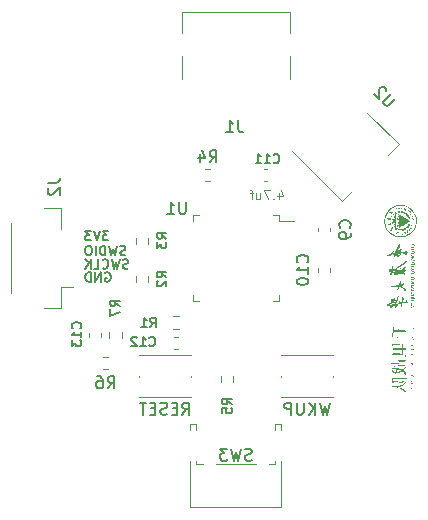
<source format=gbr>
%TF.GenerationSoftware,KiCad,Pcbnew,7.0.7*%
%TF.CreationDate,2023-10-08T15:01:22+08:00*%
%TF.ProjectId,RM_47mm,524d5f34-376d-46d2-9e6b-696361645f70,rev?*%
%TF.SameCoordinates,Original*%
%TF.FileFunction,Legend,Bot*%
%TF.FilePolarity,Positive*%
%FSLAX46Y46*%
G04 Gerber Fmt 4.6, Leading zero omitted, Abs format (unit mm)*
G04 Created by KiCad (PCBNEW 7.0.7) date 2023-10-08 15:01:22*
%MOMM*%
%LPD*%
G01*
G04 APERTURE LIST*
%ADD10C,0.150000*%
%ADD11C,0.140000*%
%ADD12C,0.100000*%
%ADD13C,0.120000*%
G04 APERTURE END LIST*
D10*
X138927255Y-101257390D02*
X139003445Y-101219295D01*
X139003445Y-101219295D02*
X139117731Y-101219295D01*
X139117731Y-101219295D02*
X139232017Y-101257390D01*
X139232017Y-101257390D02*
X139308207Y-101333580D01*
X139308207Y-101333580D02*
X139346302Y-101409771D01*
X139346302Y-101409771D02*
X139384398Y-101562152D01*
X139384398Y-101562152D02*
X139384398Y-101676438D01*
X139384398Y-101676438D02*
X139346302Y-101828819D01*
X139346302Y-101828819D02*
X139308207Y-101905009D01*
X139308207Y-101905009D02*
X139232017Y-101981200D01*
X139232017Y-101981200D02*
X139117731Y-102019295D01*
X139117731Y-102019295D02*
X139041540Y-102019295D01*
X139041540Y-102019295D02*
X138927255Y-101981200D01*
X138927255Y-101981200D02*
X138889159Y-101943104D01*
X138889159Y-101943104D02*
X138889159Y-101676438D01*
X138889159Y-101676438D02*
X139041540Y-101676438D01*
X138546302Y-102019295D02*
X138546302Y-101219295D01*
X138546302Y-101219295D02*
X138089159Y-102019295D01*
X138089159Y-102019295D02*
X138089159Y-101219295D01*
X137708207Y-102019295D02*
X137708207Y-101219295D01*
X137708207Y-101219295D02*
X137517731Y-101219295D01*
X137517731Y-101219295D02*
X137403445Y-101257390D01*
X137403445Y-101257390D02*
X137327255Y-101333580D01*
X137327255Y-101333580D02*
X137289160Y-101409771D01*
X137289160Y-101409771D02*
X137251064Y-101562152D01*
X137251064Y-101562152D02*
X137251064Y-101676438D01*
X137251064Y-101676438D02*
X137289160Y-101828819D01*
X137289160Y-101828819D02*
X137327255Y-101905009D01*
X137327255Y-101905009D02*
X137403445Y-101981200D01*
X137403445Y-101981200D02*
X137517731Y-102019295D01*
X137517731Y-102019295D02*
X137708207Y-102019295D01*
X139193922Y-97719295D02*
X138698684Y-97719295D01*
X138698684Y-97719295D02*
X138965350Y-98024057D01*
X138965350Y-98024057D02*
X138851065Y-98024057D01*
X138851065Y-98024057D02*
X138774874Y-98062152D01*
X138774874Y-98062152D02*
X138736779Y-98100247D01*
X138736779Y-98100247D02*
X138698684Y-98176438D01*
X138698684Y-98176438D02*
X138698684Y-98366914D01*
X138698684Y-98366914D02*
X138736779Y-98443104D01*
X138736779Y-98443104D02*
X138774874Y-98481200D01*
X138774874Y-98481200D02*
X138851065Y-98519295D01*
X138851065Y-98519295D02*
X139079636Y-98519295D01*
X139079636Y-98519295D02*
X139155827Y-98481200D01*
X139155827Y-98481200D02*
X139193922Y-98443104D01*
X138470112Y-97719295D02*
X138203445Y-98519295D01*
X138203445Y-98519295D02*
X137936779Y-97719295D01*
X137746303Y-97719295D02*
X137251065Y-97719295D01*
X137251065Y-97719295D02*
X137517731Y-98024057D01*
X137517731Y-98024057D02*
X137403446Y-98024057D01*
X137403446Y-98024057D02*
X137327255Y-98062152D01*
X137327255Y-98062152D02*
X137289160Y-98100247D01*
X137289160Y-98100247D02*
X137251065Y-98176438D01*
X137251065Y-98176438D02*
X137251065Y-98366914D01*
X137251065Y-98366914D02*
X137289160Y-98443104D01*
X137289160Y-98443104D02*
X137327255Y-98481200D01*
X137327255Y-98481200D02*
X137403446Y-98519295D01*
X137403446Y-98519295D02*
X137632017Y-98519295D01*
X137632017Y-98519295D02*
X137708208Y-98481200D01*
X137708208Y-98481200D02*
X137746303Y-98443104D01*
X140870113Y-100856200D02*
X140755827Y-100894295D01*
X140755827Y-100894295D02*
X140565351Y-100894295D01*
X140565351Y-100894295D02*
X140489160Y-100856200D01*
X140489160Y-100856200D02*
X140451065Y-100818104D01*
X140451065Y-100818104D02*
X140412970Y-100741914D01*
X140412970Y-100741914D02*
X140412970Y-100665723D01*
X140412970Y-100665723D02*
X140451065Y-100589533D01*
X140451065Y-100589533D02*
X140489160Y-100551438D01*
X140489160Y-100551438D02*
X140565351Y-100513342D01*
X140565351Y-100513342D02*
X140717732Y-100475247D01*
X140717732Y-100475247D02*
X140793922Y-100437152D01*
X140793922Y-100437152D02*
X140832017Y-100399057D01*
X140832017Y-100399057D02*
X140870113Y-100322866D01*
X140870113Y-100322866D02*
X140870113Y-100246676D01*
X140870113Y-100246676D02*
X140832017Y-100170485D01*
X140832017Y-100170485D02*
X140793922Y-100132390D01*
X140793922Y-100132390D02*
X140717732Y-100094295D01*
X140717732Y-100094295D02*
X140527255Y-100094295D01*
X140527255Y-100094295D02*
X140412970Y-100132390D01*
X140146303Y-100094295D02*
X139955827Y-100894295D01*
X139955827Y-100894295D02*
X139803446Y-100322866D01*
X139803446Y-100322866D02*
X139651065Y-100894295D01*
X139651065Y-100894295D02*
X139460589Y-100094295D01*
X138698683Y-100818104D02*
X138736779Y-100856200D01*
X138736779Y-100856200D02*
X138851064Y-100894295D01*
X138851064Y-100894295D02*
X138927255Y-100894295D01*
X138927255Y-100894295D02*
X139041541Y-100856200D01*
X139041541Y-100856200D02*
X139117731Y-100780009D01*
X139117731Y-100780009D02*
X139155826Y-100703819D01*
X139155826Y-100703819D02*
X139193922Y-100551438D01*
X139193922Y-100551438D02*
X139193922Y-100437152D01*
X139193922Y-100437152D02*
X139155826Y-100284771D01*
X139155826Y-100284771D02*
X139117731Y-100208580D01*
X139117731Y-100208580D02*
X139041541Y-100132390D01*
X139041541Y-100132390D02*
X138927255Y-100094295D01*
X138927255Y-100094295D02*
X138851064Y-100094295D01*
X138851064Y-100094295D02*
X138736779Y-100132390D01*
X138736779Y-100132390D02*
X138698683Y-100170485D01*
X137974874Y-100894295D02*
X138355826Y-100894295D01*
X138355826Y-100894295D02*
X138355826Y-100094295D01*
X137708207Y-100894295D02*
X137708207Y-100094295D01*
X137251064Y-100894295D02*
X137593922Y-100437152D01*
X137251064Y-100094295D02*
X137708207Y-100551438D01*
X140641541Y-99731200D02*
X140527255Y-99769295D01*
X140527255Y-99769295D02*
X140336779Y-99769295D01*
X140336779Y-99769295D02*
X140260588Y-99731200D01*
X140260588Y-99731200D02*
X140222493Y-99693104D01*
X140222493Y-99693104D02*
X140184398Y-99616914D01*
X140184398Y-99616914D02*
X140184398Y-99540723D01*
X140184398Y-99540723D02*
X140222493Y-99464533D01*
X140222493Y-99464533D02*
X140260588Y-99426438D01*
X140260588Y-99426438D02*
X140336779Y-99388342D01*
X140336779Y-99388342D02*
X140489160Y-99350247D01*
X140489160Y-99350247D02*
X140565350Y-99312152D01*
X140565350Y-99312152D02*
X140603445Y-99274057D01*
X140603445Y-99274057D02*
X140641541Y-99197866D01*
X140641541Y-99197866D02*
X140641541Y-99121676D01*
X140641541Y-99121676D02*
X140603445Y-99045485D01*
X140603445Y-99045485D02*
X140565350Y-99007390D01*
X140565350Y-99007390D02*
X140489160Y-98969295D01*
X140489160Y-98969295D02*
X140298683Y-98969295D01*
X140298683Y-98969295D02*
X140184398Y-99007390D01*
X139917731Y-98969295D02*
X139727255Y-99769295D01*
X139727255Y-99769295D02*
X139574874Y-99197866D01*
X139574874Y-99197866D02*
X139422493Y-99769295D01*
X139422493Y-99769295D02*
X139232017Y-98969295D01*
X138927254Y-99769295D02*
X138927254Y-98969295D01*
X138927254Y-98969295D02*
X138736778Y-98969295D01*
X138736778Y-98969295D02*
X138622492Y-99007390D01*
X138622492Y-99007390D02*
X138546302Y-99083580D01*
X138546302Y-99083580D02*
X138508207Y-99159771D01*
X138508207Y-99159771D02*
X138470111Y-99312152D01*
X138470111Y-99312152D02*
X138470111Y-99426438D01*
X138470111Y-99426438D02*
X138508207Y-99578819D01*
X138508207Y-99578819D02*
X138546302Y-99655009D01*
X138546302Y-99655009D02*
X138622492Y-99731200D01*
X138622492Y-99731200D02*
X138736778Y-99769295D01*
X138736778Y-99769295D02*
X138927254Y-99769295D01*
X138127254Y-99769295D02*
X138127254Y-98969295D01*
X137593921Y-98969295D02*
X137441540Y-98969295D01*
X137441540Y-98969295D02*
X137365350Y-99007390D01*
X137365350Y-99007390D02*
X137289159Y-99083580D01*
X137289159Y-99083580D02*
X137251064Y-99235961D01*
X137251064Y-99235961D02*
X137251064Y-99502628D01*
X137251064Y-99502628D02*
X137289159Y-99655009D01*
X137289159Y-99655009D02*
X137365350Y-99731200D01*
X137365350Y-99731200D02*
X137441540Y-99769295D01*
X137441540Y-99769295D02*
X137593921Y-99769295D01*
X137593921Y-99769295D02*
X137670112Y-99731200D01*
X137670112Y-99731200D02*
X137746302Y-99655009D01*
X137746302Y-99655009D02*
X137784398Y-99502628D01*
X137784398Y-99502628D02*
X137784398Y-99235961D01*
X137784398Y-99235961D02*
X137746302Y-99083580D01*
X137746302Y-99083580D02*
X137670112Y-99007390D01*
X137670112Y-99007390D02*
X137593921Y-98969295D01*
X145452381Y-113254819D02*
X145785714Y-112778628D01*
X146023809Y-113254819D02*
X146023809Y-112254819D01*
X146023809Y-112254819D02*
X145642857Y-112254819D01*
X145642857Y-112254819D02*
X145547619Y-112302438D01*
X145547619Y-112302438D02*
X145500000Y-112350057D01*
X145500000Y-112350057D02*
X145452381Y-112445295D01*
X145452381Y-112445295D02*
X145452381Y-112588152D01*
X145452381Y-112588152D02*
X145500000Y-112683390D01*
X145500000Y-112683390D02*
X145547619Y-112731009D01*
X145547619Y-112731009D02*
X145642857Y-112778628D01*
X145642857Y-112778628D02*
X146023809Y-112778628D01*
X145023809Y-112731009D02*
X144690476Y-112731009D01*
X144547619Y-113254819D02*
X145023809Y-113254819D01*
X145023809Y-113254819D02*
X145023809Y-112254819D01*
X145023809Y-112254819D02*
X144547619Y-112254819D01*
X144166666Y-113207200D02*
X144023809Y-113254819D01*
X144023809Y-113254819D02*
X143785714Y-113254819D01*
X143785714Y-113254819D02*
X143690476Y-113207200D01*
X143690476Y-113207200D02*
X143642857Y-113159580D01*
X143642857Y-113159580D02*
X143595238Y-113064342D01*
X143595238Y-113064342D02*
X143595238Y-112969104D01*
X143595238Y-112969104D02*
X143642857Y-112873866D01*
X143642857Y-112873866D02*
X143690476Y-112826247D01*
X143690476Y-112826247D02*
X143785714Y-112778628D01*
X143785714Y-112778628D02*
X143976190Y-112731009D01*
X143976190Y-112731009D02*
X144071428Y-112683390D01*
X144071428Y-112683390D02*
X144119047Y-112635771D01*
X144119047Y-112635771D02*
X144166666Y-112540533D01*
X144166666Y-112540533D02*
X144166666Y-112445295D01*
X144166666Y-112445295D02*
X144119047Y-112350057D01*
X144119047Y-112350057D02*
X144071428Y-112302438D01*
X144071428Y-112302438D02*
X143976190Y-112254819D01*
X143976190Y-112254819D02*
X143738095Y-112254819D01*
X143738095Y-112254819D02*
X143595238Y-112302438D01*
X143166666Y-112731009D02*
X142833333Y-112731009D01*
X142690476Y-113254819D02*
X143166666Y-113254819D01*
X143166666Y-113254819D02*
X143166666Y-112254819D01*
X143166666Y-112254819D02*
X142690476Y-112254819D01*
X142404761Y-112254819D02*
X141833333Y-112254819D01*
X142119047Y-113254819D02*
X142119047Y-112254819D01*
X157952380Y-112254819D02*
X157714285Y-113254819D01*
X157714285Y-113254819D02*
X157523809Y-112540533D01*
X157523809Y-112540533D02*
X157333333Y-113254819D01*
X157333333Y-113254819D02*
X157095238Y-112254819D01*
X156714285Y-113254819D02*
X156714285Y-112254819D01*
X156142857Y-113254819D02*
X156571428Y-112683390D01*
X156142857Y-112254819D02*
X156714285Y-112826247D01*
X155714285Y-112254819D02*
X155714285Y-113064342D01*
X155714285Y-113064342D02*
X155666666Y-113159580D01*
X155666666Y-113159580D02*
X155619047Y-113207200D01*
X155619047Y-113207200D02*
X155523809Y-113254819D01*
X155523809Y-113254819D02*
X155333333Y-113254819D01*
X155333333Y-113254819D02*
X155238095Y-113207200D01*
X155238095Y-113207200D02*
X155190476Y-113159580D01*
X155190476Y-113159580D02*
X155142857Y-113064342D01*
X155142857Y-113064342D02*
X155142857Y-112254819D01*
X154666666Y-113254819D02*
X154666666Y-112254819D01*
X154666666Y-112254819D02*
X154285714Y-112254819D01*
X154285714Y-112254819D02*
X154190476Y-112302438D01*
X154190476Y-112302438D02*
X154142857Y-112350057D01*
X154142857Y-112350057D02*
X154095238Y-112445295D01*
X154095238Y-112445295D02*
X154095238Y-112588152D01*
X154095238Y-112588152D02*
X154142857Y-112683390D01*
X154142857Y-112683390D02*
X154190476Y-112731009D01*
X154190476Y-112731009D02*
X154285714Y-112778628D01*
X154285714Y-112778628D02*
X154666666Y-112778628D01*
X140136609Y-104076242D02*
X139755656Y-103809575D01*
X140136609Y-103619099D02*
X139336609Y-103619099D01*
X139336609Y-103619099D02*
X139336609Y-103923861D01*
X139336609Y-103923861D02*
X139374704Y-104000051D01*
X139374704Y-104000051D02*
X139412799Y-104038146D01*
X139412799Y-104038146D02*
X139488990Y-104076242D01*
X139488990Y-104076242D02*
X139603275Y-104076242D01*
X139603275Y-104076242D02*
X139679466Y-104038146D01*
X139679466Y-104038146D02*
X139717561Y-104000051D01*
X139717561Y-104000051D02*
X139755656Y-103923861D01*
X139755656Y-103923861D02*
X139755656Y-103619099D01*
X139336609Y-104342908D02*
X139336609Y-104876242D01*
X139336609Y-104876242D02*
X140136609Y-104533384D01*
X144114031Y-98360610D02*
X143733078Y-98093943D01*
X144114031Y-97903467D02*
X143314031Y-97903467D01*
X143314031Y-97903467D02*
X143314031Y-98208229D01*
X143314031Y-98208229D02*
X143352126Y-98284419D01*
X143352126Y-98284419D02*
X143390221Y-98322514D01*
X143390221Y-98322514D02*
X143466412Y-98360610D01*
X143466412Y-98360610D02*
X143580697Y-98360610D01*
X143580697Y-98360610D02*
X143656888Y-98322514D01*
X143656888Y-98322514D02*
X143694983Y-98284419D01*
X143694983Y-98284419D02*
X143733078Y-98208229D01*
X143733078Y-98208229D02*
X143733078Y-97903467D01*
X143314031Y-98627276D02*
X143314031Y-99122514D01*
X143314031Y-99122514D02*
X143618793Y-98855848D01*
X143618793Y-98855848D02*
X143618793Y-98970133D01*
X143618793Y-98970133D02*
X143656888Y-99046324D01*
X143656888Y-99046324D02*
X143694983Y-99084419D01*
X143694983Y-99084419D02*
X143771174Y-99122514D01*
X143771174Y-99122514D02*
X143961650Y-99122514D01*
X143961650Y-99122514D02*
X144037840Y-99084419D01*
X144037840Y-99084419D02*
X144075936Y-99046324D01*
X144075936Y-99046324D02*
X144114031Y-98970133D01*
X144114031Y-98970133D02*
X144114031Y-98741562D01*
X144114031Y-98741562D02*
X144075936Y-98665371D01*
X144075936Y-98665371D02*
X144037840Y-98627276D01*
X147766666Y-91894819D02*
X148099999Y-91418628D01*
X148338094Y-91894819D02*
X148338094Y-90894819D01*
X148338094Y-90894819D02*
X147957142Y-90894819D01*
X147957142Y-90894819D02*
X147861904Y-90942438D01*
X147861904Y-90942438D02*
X147814285Y-90990057D01*
X147814285Y-90990057D02*
X147766666Y-91085295D01*
X147766666Y-91085295D02*
X147766666Y-91228152D01*
X147766666Y-91228152D02*
X147814285Y-91323390D01*
X147814285Y-91323390D02*
X147861904Y-91371009D01*
X147861904Y-91371009D02*
X147957142Y-91418628D01*
X147957142Y-91418628D02*
X148338094Y-91418628D01*
X146909523Y-91228152D02*
X146909523Y-91894819D01*
X147147618Y-90847200D02*
X147385713Y-91561485D01*
X147385713Y-91561485D02*
X146766666Y-91561485D01*
X145761904Y-95254819D02*
X145761904Y-96064342D01*
X145761904Y-96064342D02*
X145714285Y-96159580D01*
X145714285Y-96159580D02*
X145666666Y-96207200D01*
X145666666Y-96207200D02*
X145571428Y-96254819D01*
X145571428Y-96254819D02*
X145380952Y-96254819D01*
X145380952Y-96254819D02*
X145285714Y-96207200D01*
X145285714Y-96207200D02*
X145238095Y-96159580D01*
X145238095Y-96159580D02*
X145190476Y-96064342D01*
X145190476Y-96064342D02*
X145190476Y-95254819D01*
X144190476Y-96254819D02*
X144761904Y-96254819D01*
X144476190Y-96254819D02*
X144476190Y-95254819D01*
X144476190Y-95254819D02*
X144571428Y-95397676D01*
X144571428Y-95397676D02*
X144666666Y-95492914D01*
X144666666Y-95492914D02*
X144761904Y-95540533D01*
X159639580Y-97433333D02*
X159687200Y-97385714D01*
X159687200Y-97385714D02*
X159734819Y-97242857D01*
X159734819Y-97242857D02*
X159734819Y-97147619D01*
X159734819Y-97147619D02*
X159687200Y-97004762D01*
X159687200Y-97004762D02*
X159591961Y-96909524D01*
X159591961Y-96909524D02*
X159496723Y-96861905D01*
X159496723Y-96861905D02*
X159306247Y-96814286D01*
X159306247Y-96814286D02*
X159163390Y-96814286D01*
X159163390Y-96814286D02*
X158972914Y-96861905D01*
X158972914Y-96861905D02*
X158877676Y-96909524D01*
X158877676Y-96909524D02*
X158782438Y-97004762D01*
X158782438Y-97004762D02*
X158734819Y-97147619D01*
X158734819Y-97147619D02*
X158734819Y-97242857D01*
X158734819Y-97242857D02*
X158782438Y-97385714D01*
X158782438Y-97385714D02*
X158830057Y-97433333D01*
X159734819Y-97909524D02*
X159734819Y-98100000D01*
X159734819Y-98100000D02*
X159687200Y-98195238D01*
X159687200Y-98195238D02*
X159639580Y-98242857D01*
X159639580Y-98242857D02*
X159496723Y-98338095D01*
X159496723Y-98338095D02*
X159306247Y-98385714D01*
X159306247Y-98385714D02*
X158925295Y-98385714D01*
X158925295Y-98385714D02*
X158830057Y-98338095D01*
X158830057Y-98338095D02*
X158782438Y-98290476D01*
X158782438Y-98290476D02*
X158734819Y-98195238D01*
X158734819Y-98195238D02*
X158734819Y-98004762D01*
X158734819Y-98004762D02*
X158782438Y-97909524D01*
X158782438Y-97909524D02*
X158830057Y-97861905D01*
X158830057Y-97861905D02*
X158925295Y-97814286D01*
X158925295Y-97814286D02*
X159163390Y-97814286D01*
X159163390Y-97814286D02*
X159258628Y-97861905D01*
X159258628Y-97861905D02*
X159306247Y-97909524D01*
X159306247Y-97909524D02*
X159353866Y-98004762D01*
X159353866Y-98004762D02*
X159353866Y-98195238D01*
X159353866Y-98195238D02*
X159306247Y-98290476D01*
X159306247Y-98290476D02*
X159258628Y-98338095D01*
X159258628Y-98338095D02*
X159163390Y-98385714D01*
D11*
X153174252Y-91892116D02*
X153212348Y-91930212D01*
X153212348Y-91930212D02*
X153326633Y-91968307D01*
X153326633Y-91968307D02*
X153402824Y-91968307D01*
X153402824Y-91968307D02*
X153517110Y-91930212D01*
X153517110Y-91930212D02*
X153593300Y-91854021D01*
X153593300Y-91854021D02*
X153631395Y-91777831D01*
X153631395Y-91777831D02*
X153669491Y-91625450D01*
X153669491Y-91625450D02*
X153669491Y-91511164D01*
X153669491Y-91511164D02*
X153631395Y-91358783D01*
X153631395Y-91358783D02*
X153593300Y-91282592D01*
X153593300Y-91282592D02*
X153517110Y-91206402D01*
X153517110Y-91206402D02*
X153402824Y-91168307D01*
X153402824Y-91168307D02*
X153326633Y-91168307D01*
X153326633Y-91168307D02*
X153212348Y-91206402D01*
X153212348Y-91206402D02*
X153174252Y-91244497D01*
X152412348Y-91968307D02*
X152869491Y-91968307D01*
X152640919Y-91968307D02*
X152640919Y-91168307D01*
X152640919Y-91168307D02*
X152717110Y-91282592D01*
X152717110Y-91282592D02*
X152793300Y-91358783D01*
X152793300Y-91358783D02*
X152869491Y-91396878D01*
X151650443Y-91968307D02*
X152107586Y-91968307D01*
X151879014Y-91968307D02*
X151879014Y-91168307D01*
X151879014Y-91168307D02*
X151955205Y-91282592D01*
X151955205Y-91282592D02*
X152031395Y-91358783D01*
X152031395Y-91358783D02*
X152107586Y-91396878D01*
D12*
X153618080Y-94509780D02*
X153618080Y-95043114D01*
X153808556Y-94205019D02*
X153999033Y-94776447D01*
X153999033Y-94776447D02*
X153503794Y-94776447D01*
X153199032Y-94966923D02*
X153160937Y-95005019D01*
X153160937Y-95005019D02*
X153199032Y-95043114D01*
X153199032Y-95043114D02*
X153237128Y-95005019D01*
X153237128Y-95005019D02*
X153199032Y-94966923D01*
X153199032Y-94966923D02*
X153199032Y-95043114D01*
X152894271Y-94243114D02*
X152360937Y-94243114D01*
X152360937Y-94243114D02*
X152703795Y-95043114D01*
X151713318Y-94509780D02*
X151713318Y-95043114D01*
X152056175Y-94509780D02*
X152056175Y-94928828D01*
X152056175Y-94928828D02*
X152018080Y-95005019D01*
X152018080Y-95005019D02*
X151941890Y-95043114D01*
X151941890Y-95043114D02*
X151827604Y-95043114D01*
X151827604Y-95043114D02*
X151751413Y-95005019D01*
X151751413Y-95005019D02*
X151713318Y-94966923D01*
X151446651Y-94509780D02*
X151141889Y-94509780D01*
X151332365Y-95043114D02*
X151332365Y-94357399D01*
X151332365Y-94357399D02*
X151294270Y-94281209D01*
X151294270Y-94281209D02*
X151218080Y-94243114D01*
X151218080Y-94243114D02*
X151141889Y-94243114D01*
D10*
X142641693Y-107400730D02*
X142679789Y-107438826D01*
X142679789Y-107438826D02*
X142794074Y-107476921D01*
X142794074Y-107476921D02*
X142870265Y-107476921D01*
X142870265Y-107476921D02*
X142984551Y-107438826D01*
X142984551Y-107438826D02*
X143060741Y-107362635D01*
X143060741Y-107362635D02*
X143098836Y-107286445D01*
X143098836Y-107286445D02*
X143136932Y-107134064D01*
X143136932Y-107134064D02*
X143136932Y-107019778D01*
X143136932Y-107019778D02*
X143098836Y-106867397D01*
X143098836Y-106867397D02*
X143060741Y-106791206D01*
X143060741Y-106791206D02*
X142984551Y-106715016D01*
X142984551Y-106715016D02*
X142870265Y-106676921D01*
X142870265Y-106676921D02*
X142794074Y-106676921D01*
X142794074Y-106676921D02*
X142679789Y-106715016D01*
X142679789Y-106715016D02*
X142641693Y-106753111D01*
X141879789Y-107476921D02*
X142336932Y-107476921D01*
X142108360Y-107476921D02*
X142108360Y-106676921D01*
X142108360Y-106676921D02*
X142184551Y-106791206D01*
X142184551Y-106791206D02*
X142260741Y-106867397D01*
X142260741Y-106867397D02*
X142336932Y-106905492D01*
X141575027Y-106753111D02*
X141536931Y-106715016D01*
X141536931Y-106715016D02*
X141460741Y-106676921D01*
X141460741Y-106676921D02*
X141270265Y-106676921D01*
X141270265Y-106676921D02*
X141194074Y-106715016D01*
X141194074Y-106715016D02*
X141155979Y-106753111D01*
X141155979Y-106753111D02*
X141117884Y-106829302D01*
X141117884Y-106829302D02*
X141117884Y-106905492D01*
X141117884Y-106905492D02*
X141155979Y-107019778D01*
X141155979Y-107019778D02*
X141613122Y-107476921D01*
X141613122Y-107476921D02*
X141117884Y-107476921D01*
X136819199Y-105946673D02*
X136857295Y-105908577D01*
X136857295Y-105908577D02*
X136895390Y-105794292D01*
X136895390Y-105794292D02*
X136895390Y-105718101D01*
X136895390Y-105718101D02*
X136857295Y-105603815D01*
X136857295Y-105603815D02*
X136781104Y-105527625D01*
X136781104Y-105527625D02*
X136704914Y-105489530D01*
X136704914Y-105489530D02*
X136552533Y-105451434D01*
X136552533Y-105451434D02*
X136438247Y-105451434D01*
X136438247Y-105451434D02*
X136285866Y-105489530D01*
X136285866Y-105489530D02*
X136209675Y-105527625D01*
X136209675Y-105527625D02*
X136133485Y-105603815D01*
X136133485Y-105603815D02*
X136095390Y-105718101D01*
X136095390Y-105718101D02*
X136095390Y-105794292D01*
X136095390Y-105794292D02*
X136133485Y-105908577D01*
X136133485Y-105908577D02*
X136171580Y-105946673D01*
X136895390Y-106708577D02*
X136895390Y-106251434D01*
X136895390Y-106480006D02*
X136095390Y-106480006D01*
X136095390Y-106480006D02*
X136209675Y-106403815D01*
X136209675Y-106403815D02*
X136285866Y-106327625D01*
X136285866Y-106327625D02*
X136323961Y-106251434D01*
X136095390Y-106975244D02*
X136095390Y-107470482D01*
X136095390Y-107470482D02*
X136400152Y-107203816D01*
X136400152Y-107203816D02*
X136400152Y-107318101D01*
X136400152Y-107318101D02*
X136438247Y-107394292D01*
X136438247Y-107394292D02*
X136476342Y-107432387D01*
X136476342Y-107432387D02*
X136552533Y-107470482D01*
X136552533Y-107470482D02*
X136743009Y-107470482D01*
X136743009Y-107470482D02*
X136819199Y-107432387D01*
X136819199Y-107432387D02*
X136857295Y-107394292D01*
X136857295Y-107394292D02*
X136895390Y-107318101D01*
X136895390Y-107318101D02*
X136895390Y-107089530D01*
X136895390Y-107089530D02*
X136857295Y-107013339D01*
X136857295Y-107013339D02*
X136819199Y-106975244D01*
X150193333Y-88354819D02*
X150193333Y-89069104D01*
X150193333Y-89069104D02*
X150240952Y-89211961D01*
X150240952Y-89211961D02*
X150336190Y-89307200D01*
X150336190Y-89307200D02*
X150479047Y-89354819D01*
X150479047Y-89354819D02*
X150574285Y-89354819D01*
X149193333Y-89354819D02*
X149764761Y-89354819D01*
X149479047Y-89354819D02*
X149479047Y-88354819D01*
X149479047Y-88354819D02*
X149574285Y-88497676D01*
X149574285Y-88497676D02*
X149669523Y-88592914D01*
X149669523Y-88592914D02*
X149764761Y-88640533D01*
X139127887Y-111028565D02*
X139461220Y-110552374D01*
X139699315Y-111028565D02*
X139699315Y-110028565D01*
X139699315Y-110028565D02*
X139318363Y-110028565D01*
X139318363Y-110028565D02*
X139223125Y-110076184D01*
X139223125Y-110076184D02*
X139175506Y-110123803D01*
X139175506Y-110123803D02*
X139127887Y-110219041D01*
X139127887Y-110219041D02*
X139127887Y-110361898D01*
X139127887Y-110361898D02*
X139175506Y-110457136D01*
X139175506Y-110457136D02*
X139223125Y-110504755D01*
X139223125Y-110504755D02*
X139318363Y-110552374D01*
X139318363Y-110552374D02*
X139699315Y-110552374D01*
X138270744Y-110028565D02*
X138461220Y-110028565D01*
X138461220Y-110028565D02*
X138556458Y-110076184D01*
X138556458Y-110076184D02*
X138604077Y-110123803D01*
X138604077Y-110123803D02*
X138699315Y-110266660D01*
X138699315Y-110266660D02*
X138746934Y-110457136D01*
X138746934Y-110457136D02*
X138746934Y-110838088D01*
X138746934Y-110838088D02*
X138699315Y-110933326D01*
X138699315Y-110933326D02*
X138651696Y-110980946D01*
X138651696Y-110980946D02*
X138556458Y-111028565D01*
X138556458Y-111028565D02*
X138365982Y-111028565D01*
X138365982Y-111028565D02*
X138270744Y-110980946D01*
X138270744Y-110980946D02*
X138223125Y-110933326D01*
X138223125Y-110933326D02*
X138175506Y-110838088D01*
X138175506Y-110838088D02*
X138175506Y-110599993D01*
X138175506Y-110599993D02*
X138223125Y-110504755D01*
X138223125Y-110504755D02*
X138270744Y-110457136D01*
X138270744Y-110457136D02*
X138365982Y-110409517D01*
X138365982Y-110409517D02*
X138556458Y-110409517D01*
X138556458Y-110409517D02*
X138651696Y-110457136D01*
X138651696Y-110457136D02*
X138699315Y-110504755D01*
X138699315Y-110504755D02*
X138746934Y-110599993D01*
X134074819Y-93646666D02*
X134789104Y-93646666D01*
X134789104Y-93646666D02*
X134931961Y-93599047D01*
X134931961Y-93599047D02*
X135027200Y-93503809D01*
X135027200Y-93503809D02*
X135074819Y-93360952D01*
X135074819Y-93360952D02*
X135074819Y-93265714D01*
X134170057Y-94075238D02*
X134122438Y-94122857D01*
X134122438Y-94122857D02*
X134074819Y-94218095D01*
X134074819Y-94218095D02*
X134074819Y-94456190D01*
X134074819Y-94456190D02*
X134122438Y-94551428D01*
X134122438Y-94551428D02*
X134170057Y-94599047D01*
X134170057Y-94599047D02*
X134265295Y-94646666D01*
X134265295Y-94646666D02*
X134360533Y-94646666D01*
X134360533Y-94646666D02*
X134503390Y-94599047D01*
X134503390Y-94599047D02*
X135074819Y-94027619D01*
X135074819Y-94027619D02*
X135074819Y-94646666D01*
X144102168Y-101646885D02*
X143721215Y-101380218D01*
X144102168Y-101189742D02*
X143302168Y-101189742D01*
X143302168Y-101189742D02*
X143302168Y-101494504D01*
X143302168Y-101494504D02*
X143340263Y-101570694D01*
X143340263Y-101570694D02*
X143378358Y-101608789D01*
X143378358Y-101608789D02*
X143454549Y-101646885D01*
X143454549Y-101646885D02*
X143568834Y-101646885D01*
X143568834Y-101646885D02*
X143645025Y-101608789D01*
X143645025Y-101608789D02*
X143683120Y-101570694D01*
X143683120Y-101570694D02*
X143721215Y-101494504D01*
X143721215Y-101494504D02*
X143721215Y-101189742D01*
X143378358Y-101951646D02*
X143340263Y-101989742D01*
X143340263Y-101989742D02*
X143302168Y-102065932D01*
X143302168Y-102065932D02*
X143302168Y-102256408D01*
X143302168Y-102256408D02*
X143340263Y-102332599D01*
X143340263Y-102332599D02*
X143378358Y-102370694D01*
X143378358Y-102370694D02*
X143454549Y-102408789D01*
X143454549Y-102408789D02*
X143530739Y-102408789D01*
X143530739Y-102408789D02*
X143645025Y-102370694D01*
X143645025Y-102370694D02*
X144102168Y-101913551D01*
X144102168Y-101913551D02*
X144102168Y-102408789D01*
X163484249Y-86513246D02*
X162911829Y-87085666D01*
X162911829Y-87085666D02*
X162810814Y-87119338D01*
X162810814Y-87119338D02*
X162743470Y-87119338D01*
X162743470Y-87119338D02*
X162642455Y-87085666D01*
X162642455Y-87085666D02*
X162507768Y-86950979D01*
X162507768Y-86950979D02*
X162474096Y-86849964D01*
X162474096Y-86849964D02*
X162474096Y-86782620D01*
X162474096Y-86782620D02*
X162507768Y-86681605D01*
X162507768Y-86681605D02*
X163080188Y-86109185D01*
X162709798Y-85873483D02*
X162709798Y-85806140D01*
X162709798Y-85806140D02*
X162676127Y-85705124D01*
X162676127Y-85705124D02*
X162507768Y-85536766D01*
X162507768Y-85536766D02*
X162406753Y-85503094D01*
X162406753Y-85503094D02*
X162339409Y-85503094D01*
X162339409Y-85503094D02*
X162238394Y-85536766D01*
X162238394Y-85536766D02*
X162171050Y-85604109D01*
X162171050Y-85604109D02*
X162103707Y-85738796D01*
X162103707Y-85738796D02*
X162103707Y-86546918D01*
X162103707Y-86546918D02*
X161665974Y-86109185D01*
X149630088Y-112398411D02*
X149249135Y-112131744D01*
X149630088Y-111941268D02*
X148830088Y-111941268D01*
X148830088Y-111941268D02*
X148830088Y-112246030D01*
X148830088Y-112246030D02*
X148868183Y-112322220D01*
X148868183Y-112322220D02*
X148906278Y-112360315D01*
X148906278Y-112360315D02*
X148982469Y-112398411D01*
X148982469Y-112398411D02*
X149096754Y-112398411D01*
X149096754Y-112398411D02*
X149172945Y-112360315D01*
X149172945Y-112360315D02*
X149211040Y-112322220D01*
X149211040Y-112322220D02*
X149249135Y-112246030D01*
X149249135Y-112246030D02*
X149249135Y-111941268D01*
X148830088Y-113122220D02*
X148830088Y-112741268D01*
X148830088Y-112741268D02*
X149211040Y-112703172D01*
X149211040Y-112703172D02*
X149172945Y-112741268D01*
X149172945Y-112741268D02*
X149134850Y-112817458D01*
X149134850Y-112817458D02*
X149134850Y-113007934D01*
X149134850Y-113007934D02*
X149172945Y-113084125D01*
X149172945Y-113084125D02*
X149211040Y-113122220D01*
X149211040Y-113122220D02*
X149287231Y-113160315D01*
X149287231Y-113160315D02*
X149477707Y-113160315D01*
X149477707Y-113160315D02*
X149553897Y-113122220D01*
X149553897Y-113122220D02*
X149591993Y-113084125D01*
X149591993Y-113084125D02*
X149630088Y-113007934D01*
X149630088Y-113007934D02*
X149630088Y-112817458D01*
X149630088Y-112817458D02*
X149591993Y-112741268D01*
X149591993Y-112741268D02*
X149553897Y-112703172D01*
X142735710Y-105844698D02*
X143002377Y-105463745D01*
X143192853Y-105844698D02*
X143192853Y-105044698D01*
X143192853Y-105044698D02*
X142888091Y-105044698D01*
X142888091Y-105044698D02*
X142811901Y-105082793D01*
X142811901Y-105082793D02*
X142773806Y-105120888D01*
X142773806Y-105120888D02*
X142735710Y-105197079D01*
X142735710Y-105197079D02*
X142735710Y-105311364D01*
X142735710Y-105311364D02*
X142773806Y-105387555D01*
X142773806Y-105387555D02*
X142811901Y-105425650D01*
X142811901Y-105425650D02*
X142888091Y-105463745D01*
X142888091Y-105463745D02*
X143192853Y-105463745D01*
X141973806Y-105844698D02*
X142430949Y-105844698D01*
X142202377Y-105844698D02*
X142202377Y-105044698D01*
X142202377Y-105044698D02*
X142278568Y-105158983D01*
X142278568Y-105158983D02*
X142354758Y-105235174D01*
X142354758Y-105235174D02*
X142430949Y-105273269D01*
X151316241Y-117101352D02*
X151173384Y-117148971D01*
X151173384Y-117148971D02*
X150935289Y-117148971D01*
X150935289Y-117148971D02*
X150840051Y-117101352D01*
X150840051Y-117101352D02*
X150792432Y-117053732D01*
X150792432Y-117053732D02*
X150744813Y-116958494D01*
X150744813Y-116958494D02*
X150744813Y-116863256D01*
X150744813Y-116863256D02*
X150792432Y-116768018D01*
X150792432Y-116768018D02*
X150840051Y-116720399D01*
X150840051Y-116720399D02*
X150935289Y-116672780D01*
X150935289Y-116672780D02*
X151125765Y-116625161D01*
X151125765Y-116625161D02*
X151221003Y-116577542D01*
X151221003Y-116577542D02*
X151268622Y-116529923D01*
X151268622Y-116529923D02*
X151316241Y-116434685D01*
X151316241Y-116434685D02*
X151316241Y-116339447D01*
X151316241Y-116339447D02*
X151268622Y-116244209D01*
X151268622Y-116244209D02*
X151221003Y-116196590D01*
X151221003Y-116196590D02*
X151125765Y-116148971D01*
X151125765Y-116148971D02*
X150887670Y-116148971D01*
X150887670Y-116148971D02*
X150744813Y-116196590D01*
X150411479Y-116148971D02*
X150173384Y-117148971D01*
X150173384Y-117148971D02*
X149982908Y-116434685D01*
X149982908Y-116434685D02*
X149792432Y-117148971D01*
X149792432Y-117148971D02*
X149554337Y-116148971D01*
X149268622Y-116148971D02*
X148649575Y-116148971D01*
X148649575Y-116148971D02*
X148982908Y-116529923D01*
X148982908Y-116529923D02*
X148840051Y-116529923D01*
X148840051Y-116529923D02*
X148744813Y-116577542D01*
X148744813Y-116577542D02*
X148697194Y-116625161D01*
X148697194Y-116625161D02*
X148649575Y-116720399D01*
X148649575Y-116720399D02*
X148649575Y-116958494D01*
X148649575Y-116958494D02*
X148697194Y-117053732D01*
X148697194Y-117053732D02*
X148744813Y-117101352D01*
X148744813Y-117101352D02*
X148840051Y-117148971D01*
X148840051Y-117148971D02*
X149125765Y-117148971D01*
X149125765Y-117148971D02*
X149221003Y-117101352D01*
X149221003Y-117101352D02*
X149268622Y-117053732D01*
X156034279Y-100375007D02*
X156081899Y-100327388D01*
X156081899Y-100327388D02*
X156129518Y-100184531D01*
X156129518Y-100184531D02*
X156129518Y-100089293D01*
X156129518Y-100089293D02*
X156081899Y-99946436D01*
X156081899Y-99946436D02*
X155986660Y-99851198D01*
X155986660Y-99851198D02*
X155891422Y-99803579D01*
X155891422Y-99803579D02*
X155700946Y-99755960D01*
X155700946Y-99755960D02*
X155558089Y-99755960D01*
X155558089Y-99755960D02*
X155367613Y-99803579D01*
X155367613Y-99803579D02*
X155272375Y-99851198D01*
X155272375Y-99851198D02*
X155177137Y-99946436D01*
X155177137Y-99946436D02*
X155129518Y-100089293D01*
X155129518Y-100089293D02*
X155129518Y-100184531D01*
X155129518Y-100184531D02*
X155177137Y-100327388D01*
X155177137Y-100327388D02*
X155224756Y-100375007D01*
X156129518Y-101327388D02*
X156129518Y-100755960D01*
X156129518Y-101041674D02*
X155129518Y-101041674D01*
X155129518Y-101041674D02*
X155272375Y-100946436D01*
X155272375Y-100946436D02*
X155367613Y-100851198D01*
X155367613Y-100851198D02*
X155415232Y-100755960D01*
X155129518Y-101946436D02*
X155129518Y-102041674D01*
X155129518Y-102041674D02*
X155177137Y-102136912D01*
X155177137Y-102136912D02*
X155224756Y-102184531D01*
X155224756Y-102184531D02*
X155319994Y-102232150D01*
X155319994Y-102232150D02*
X155510470Y-102279769D01*
X155510470Y-102279769D02*
X155748565Y-102279769D01*
X155748565Y-102279769D02*
X155939041Y-102232150D01*
X155939041Y-102232150D02*
X156034279Y-102184531D01*
X156034279Y-102184531D02*
X156081899Y-102136912D01*
X156081899Y-102136912D02*
X156129518Y-102041674D01*
X156129518Y-102041674D02*
X156129518Y-101946436D01*
X156129518Y-101946436D02*
X156081899Y-101851198D01*
X156081899Y-101851198D02*
X156034279Y-101803579D01*
X156034279Y-101803579D02*
X155939041Y-101755960D01*
X155939041Y-101755960D02*
X155748565Y-101708341D01*
X155748565Y-101708341D02*
X155510470Y-101708341D01*
X155510470Y-101708341D02*
X155319994Y-101755960D01*
X155319994Y-101755960D02*
X155224756Y-101803579D01*
X155224756Y-101803579D02*
X155177137Y-101851198D01*
X155177137Y-101851198D02*
X155129518Y-101946436D01*
D13*
%TO.C,SW1*%
X146200000Y-111750000D02*
X141800000Y-111750000D01*
X146200000Y-110050000D02*
X146200000Y-109950000D01*
X141800000Y-110050000D02*
X141800000Y-109950000D01*
X141800000Y-108250000D02*
X146200000Y-108250000D01*
%TO.C,SW2*%
X153800000Y-108250000D02*
X158200000Y-108250000D01*
X153800000Y-110050000D02*
X153800000Y-109950000D01*
X158200000Y-110050000D02*
X158200000Y-109950000D01*
X158200000Y-111750000D02*
X153800000Y-111750000D01*
%TO.C,R7*%
X139260788Y-106748966D02*
X139260788Y-106274450D01*
X140305788Y-106748966D02*
X140305788Y-106274450D01*
%TO.C,R3*%
X141495627Y-98792828D02*
X141495627Y-98318312D01*
X142540627Y-98792828D02*
X142540627Y-98318312D01*
%TO.C,R4*%
X147362742Y-92477500D02*
X147837258Y-92477500D01*
X147362742Y-93522500D02*
X147837258Y-93522500D01*
%TO.C,U1*%
X153610000Y-103610000D02*
X153610000Y-103160000D01*
X153610000Y-96840000D02*
X154900000Y-96840000D01*
X153610000Y-96390000D02*
X153610000Y-96840000D01*
X153160000Y-103610000D02*
X153610000Y-103610000D01*
X153160000Y-96390000D02*
X153610000Y-96390000D01*
X146840000Y-103610000D02*
X146390000Y-103610000D01*
X146840000Y-96390000D02*
X146390000Y-96390000D01*
X146390000Y-103610000D02*
X146390000Y-103160000D01*
X146390000Y-96390000D02*
X146390000Y-96840000D01*
%TO.C,C9*%
X157990000Y-97439420D02*
X157990000Y-97720580D01*
X156970000Y-97439420D02*
X156970000Y-97720580D01*
%TO.C,C11*%
X152640580Y-93510000D02*
X152359420Y-93510000D01*
X152640580Y-92490000D02*
X152359420Y-92490000D01*
%TO.C,G\u002A\u002A\u002A*%
G36*
X164315235Y-95796990D02*
G01*
X164308837Y-95803388D01*
X164302439Y-95796990D01*
X164308837Y-95790592D01*
X164315235Y-95796990D01*
G37*
G36*
X163867376Y-95899358D02*
G01*
X163860978Y-95905756D01*
X163854580Y-95899358D01*
X163860978Y-95892960D01*
X163867376Y-95899358D01*
G37*
G36*
X164494378Y-96065705D02*
G01*
X164487980Y-96072103D01*
X164481582Y-96065705D01*
X164487980Y-96059307D01*
X164494378Y-96065705D01*
G37*
G36*
X164878257Y-96411197D02*
G01*
X164871859Y-96417595D01*
X164865461Y-96411197D01*
X164871859Y-96404799D01*
X164878257Y-96411197D01*
G37*
G36*
X164942237Y-97268527D02*
G01*
X164935839Y-97274925D01*
X164929441Y-97268527D01*
X164935839Y-97262129D01*
X164942237Y-97268527D01*
G37*
G36*
X164635134Y-97652406D02*
G01*
X164628736Y-97658804D01*
X164622338Y-97652406D01*
X164628736Y-97646008D01*
X164635134Y-97652406D01*
G37*
G36*
X164468786Y-97703590D02*
G01*
X164462388Y-97709988D01*
X164455990Y-97703590D01*
X164462388Y-97697192D01*
X164468786Y-97703590D01*
G37*
G36*
X164972636Y-97137973D02*
G01*
X164971028Y-97142643D01*
X164965236Y-97144333D01*
X164939038Y-97142643D01*
X164936868Y-97138200D01*
X164955033Y-97136189D01*
X164972636Y-97137973D01*
G37*
G36*
X163573069Y-97837947D02*
G01*
X163572145Y-97844721D01*
X163564538Y-97846478D01*
X163563006Y-97844602D01*
X163564538Y-97829417D01*
X163568387Y-97827415D01*
X163573069Y-97837947D01*
G37*
G36*
X165024527Y-109624950D02*
G01*
X165028344Y-109630766D01*
X165023816Y-109633302D01*
X165003818Y-109631776D01*
X164997895Y-109627171D01*
X165011549Y-109624046D01*
X165024527Y-109624950D01*
G37*
G36*
X163661789Y-95783668D02*
G01*
X163670221Y-95789686D01*
X163673721Y-95798282D01*
X163655690Y-95795008D01*
X163646361Y-95790202D01*
X163642043Y-95781332D01*
X163645041Y-95779735D01*
X163661789Y-95783668D01*
G37*
G36*
X164355026Y-95971568D02*
G01*
X164362187Y-95983262D01*
X164363754Y-95992073D01*
X164347298Y-95987187D01*
X164338744Y-95981725D01*
X164336102Y-95967029D01*
X164341879Y-95962281D01*
X164355026Y-95971568D01*
G37*
G36*
X164558358Y-96059259D02*
G01*
X164549132Y-96073798D01*
X164528935Y-96083523D01*
X164511925Y-96081119D01*
X164513798Y-96073230D01*
X164531670Y-96059894D01*
X164550616Y-96052413D01*
X164558358Y-96059259D01*
G37*
G36*
X164904364Y-97115293D02*
G01*
X164912131Y-97123358D01*
X164902017Y-97135358D01*
X164892695Y-97139220D01*
X164880124Y-97132959D01*
X164878640Y-97126834D01*
X164884948Y-97111941D01*
X164904364Y-97115293D01*
G37*
G36*
X164815995Y-109617699D02*
G01*
X164825679Y-109626061D01*
X164816047Y-109633109D01*
X164804147Y-109634677D01*
X164789998Y-109628006D01*
X164792100Y-109615356D01*
X164797157Y-109613003D01*
X164815995Y-109617699D01*
G37*
G36*
X164378823Y-95899358D02*
G01*
X164377246Y-95908020D01*
X164366419Y-95931348D01*
X164359295Y-95940035D01*
X164354015Y-95937746D01*
X164355591Y-95929083D01*
X164366419Y-95905756D01*
X164373543Y-95897069D01*
X164378823Y-95899358D01*
G37*
G36*
X163039250Y-96609900D02*
G01*
X163048434Y-96622330D01*
X163045992Y-96628445D01*
X163028485Y-96635126D01*
X163019345Y-96633285D01*
X163016444Y-96622330D01*
X163019063Y-96618835D01*
X163036393Y-96609534D01*
X163039250Y-96609900D01*
G37*
G36*
X164993446Y-97279999D02*
G01*
X165005088Y-97288680D01*
X164995984Y-97309603D01*
X164985433Y-97316176D01*
X164970996Y-97300832D01*
X164966529Y-97293328D01*
X164963847Y-97280089D01*
X164981033Y-97278474D01*
X164993446Y-97279999D01*
G37*
G36*
X163125210Y-97459711D02*
G01*
X163123644Y-97469245D01*
X163112414Y-97479660D01*
X163109378Y-97479315D01*
X163099618Y-97467619D01*
X163100106Y-97464029D01*
X163112414Y-97447670D01*
X163119006Y-97446466D01*
X163125210Y-97459711D01*
G37*
G36*
X164438016Y-97714964D02*
G01*
X164434144Y-97735436D01*
X164427679Y-97749295D01*
X164415526Y-97753490D01*
X164414306Y-97752419D01*
X164414388Y-97737635D01*
X164424194Y-97719096D01*
X164437165Y-97709988D01*
X164438016Y-97714964D01*
G37*
G36*
X163544839Y-97774062D02*
G01*
X163564538Y-97782498D01*
X163566061Y-97784271D01*
X163566457Y-97797640D01*
X163560992Y-97798886D01*
X163544704Y-97789109D01*
X163538027Y-97780459D01*
X163542785Y-97773967D01*
X163544839Y-97774062D01*
G37*
G36*
X163882548Y-97854095D02*
G01*
X163892968Y-97872070D01*
X163891352Y-97881927D01*
X163883371Y-97881816D01*
X163880941Y-97879029D01*
X163860978Y-97860685D01*
X163857485Y-97855043D01*
X163870575Y-97850939D01*
X163882548Y-97854095D01*
G37*
G36*
X165031809Y-107871185D02*
G01*
X165027018Y-107877922D01*
X165006217Y-107882783D01*
X164991393Y-107881871D01*
X164980625Y-107877878D01*
X164985545Y-107873708D01*
X165006217Y-107866280D01*
X165021619Y-107864603D01*
X165031809Y-107871185D01*
G37*
G36*
X164926501Y-109598156D02*
G01*
X164925489Y-109607050D01*
X164900650Y-109610043D01*
X164895339Y-109609948D01*
X164881379Y-109606961D01*
X164890442Y-109598092D01*
X164901011Y-109593098D01*
X164919233Y-109592645D01*
X164926501Y-109598156D01*
G37*
G36*
X165031809Y-110941422D02*
G01*
X165029647Y-110947120D01*
X165012615Y-110953816D01*
X165003870Y-110953260D01*
X164993421Y-110948787D01*
X164995779Y-110945475D01*
X165012615Y-110936393D01*
X165022430Y-110934381D01*
X165031809Y-110941422D01*
G37*
G36*
X163092541Y-97531492D02*
G01*
X163098795Y-97539058D01*
X163091851Y-97561787D01*
X163088146Y-97569345D01*
X163072675Y-97581764D01*
X163059265Y-97576962D01*
X163057522Y-97556436D01*
X163064729Y-97541565D01*
X163081916Y-97530844D01*
X163092541Y-97531492D01*
G37*
G36*
X164592049Y-97617217D02*
G01*
X164589176Y-97625577D01*
X164599190Y-97634222D01*
X164608745Y-97635900D01*
X164599945Y-97641686D01*
X164575696Y-97645747D01*
X164566921Y-97636815D01*
X164578605Y-97619948D01*
X164592331Y-97610831D01*
X164592049Y-97617217D01*
G37*
G36*
X164494773Y-97770517D02*
G01*
X164497369Y-97789505D01*
X164493404Y-97801917D01*
X164486938Y-97812355D01*
X164482112Y-97808140D01*
X164470254Y-97789505D01*
X164469815Y-97788679D01*
X164465275Y-97771194D01*
X164480685Y-97766655D01*
X164494773Y-97770517D01*
G37*
G36*
X164813211Y-110093287D02*
G01*
X164817587Y-110097287D01*
X164835120Y-110114683D01*
X164833949Y-110121135D01*
X164814278Y-110122078D01*
X164797734Y-110117872D01*
X164788686Y-110096486D01*
X164789272Y-110082311D01*
X164795275Y-110078500D01*
X164813211Y-110093287D01*
G37*
G36*
X164286464Y-95782592D02*
G01*
X164286391Y-95797748D01*
X164272191Y-95826814D01*
X164269967Y-95830810D01*
X164260149Y-95846126D01*
X164256611Y-95840849D01*
X164256650Y-95812488D01*
X164256715Y-95810110D01*
X164261591Y-95780259D01*
X164273648Y-95774436D01*
X164286464Y-95782592D01*
G37*
G36*
X164103008Y-97846337D02*
G01*
X164092176Y-97857460D01*
X164074606Y-97882733D01*
X164066978Y-97895748D01*
X164060951Y-97899668D01*
X164059704Y-97879534D01*
X164060632Y-97861621D01*
X164064667Y-97850743D01*
X164071404Y-97849504D01*
X164093458Y-97843138D01*
X164105736Y-97840466D01*
X164103008Y-97846337D01*
G37*
G36*
X164199682Y-97962708D02*
G01*
X164198754Y-97980621D01*
X164194720Y-97991499D01*
X164187982Y-97992738D01*
X164165929Y-97999104D01*
X164153651Y-98001776D01*
X164156379Y-97995905D01*
X164167210Y-97984782D01*
X164184781Y-97959509D01*
X164192408Y-97946495D01*
X164198436Y-97942574D01*
X164199682Y-97962708D01*
G37*
G36*
X162953511Y-96128316D02*
G01*
X162964283Y-96131013D01*
X162997765Y-96135116D01*
X163039883Y-96137227D01*
X163106016Y-96138372D01*
X163042987Y-96155669D01*
X163038309Y-96156928D01*
X162988114Y-96165749D01*
X162956615Y-96160472D01*
X162947618Y-96154649D01*
X162934827Y-96138839D01*
X162936542Y-96127473D01*
X162953511Y-96128316D01*
G37*
G36*
X165031809Y-106691099D02*
G01*
X165030382Y-106693423D01*
X165013212Y-106703916D01*
X164983586Y-106717349D01*
X164950358Y-106730203D01*
X164922388Y-106738958D01*
X164908530Y-106740093D01*
X164912371Y-106736099D01*
X164933746Y-106724566D01*
X164968115Y-106709074D01*
X164994095Y-106698879D01*
X165021268Y-106690644D01*
X165031809Y-106691099D01*
G37*
G36*
X164959307Y-110965444D02*
G01*
X164935786Y-110977527D01*
X164925034Y-110982382D01*
X164884729Y-110998823D01*
X164852612Y-111009558D01*
X164844602Y-111010940D01*
X164848392Y-111006169D01*
X164871913Y-110994085D01*
X164882665Y-110989230D01*
X164922970Y-110972790D01*
X164955086Y-110962054D01*
X164963097Y-110960672D01*
X164959307Y-110965444D01*
G37*
G36*
X164541106Y-95901874D02*
G01*
X164547535Y-95904476D01*
X164554279Y-95911195D01*
X164537574Y-95919277D01*
X164520465Y-95927596D01*
X164487604Y-95962541D01*
X164468660Y-96018391D01*
X164459985Y-96065705D01*
X164444614Y-96028164D01*
X164437667Y-95987194D01*
X164447887Y-95947543D01*
X164471453Y-95916284D01*
X164503987Y-95899150D01*
X164541106Y-95901874D01*
G37*
G36*
X164961431Y-96366411D02*
G01*
X164974315Y-96388741D01*
X164980134Y-96398401D01*
X164979492Y-96398417D01*
X164963640Y-96398781D01*
X164933100Y-96399473D01*
X164932058Y-96399496D01*
X164903962Y-96399317D01*
X164898779Y-96395975D01*
X164913944Y-96387921D01*
X164931814Y-96375430D01*
X164942691Y-96354858D01*
X164942756Y-96353302D01*
X164947978Y-96347759D01*
X164961431Y-96366411D01*
G37*
G36*
X165068517Y-96692708D02*
G01*
X165068398Y-96705421D01*
X165055844Y-96736885D01*
X165022212Y-96755825D01*
X165015791Y-96757676D01*
X164997839Y-96757054D01*
X164993421Y-96738356D01*
X164995333Y-96722860D01*
X165003018Y-96713417D01*
X165010269Y-96714320D01*
X165044212Y-96709595D01*
X165061376Y-96689509D01*
X165062716Y-96684538D01*
X165066674Y-96676284D01*
X165068517Y-96692708D01*
G37*
G36*
X164593998Y-95937278D02*
G01*
X164611883Y-95957811D01*
X164614867Y-95981724D01*
X164611142Y-95992028D01*
X164605885Y-96017029D01*
X164600750Y-96025712D01*
X164580946Y-96019312D01*
X164568757Y-96011817D01*
X164563815Y-95999257D01*
X164575846Y-95976942D01*
X164577800Y-95973903D01*
X164587968Y-95949121D01*
X164579916Y-95930213D01*
X164578514Y-95928557D01*
X164578318Y-95925395D01*
X164593998Y-95937278D01*
G37*
G36*
X164060738Y-95740488D02*
G01*
X164063304Y-95749962D01*
X164052237Y-95774597D01*
X164044356Y-95791346D01*
X164034597Y-95837888D01*
X164046970Y-95881005D01*
X164053105Y-95896643D01*
X164049138Y-95905609D01*
X164034746Y-95898960D01*
X164015255Y-95877317D01*
X164002567Y-95853138D01*
X163995336Y-95822582D01*
X163997034Y-95808611D01*
X164010251Y-95776553D01*
X164031077Y-95750291D01*
X164052884Y-95739408D01*
X164060738Y-95740488D01*
G37*
G36*
X164135068Y-95746204D02*
G01*
X164154560Y-95767847D01*
X164167248Y-95792026D01*
X164174479Y-95822582D01*
X164172780Y-95836553D01*
X164159564Y-95868611D01*
X164138737Y-95894873D01*
X164116931Y-95905756D01*
X164109077Y-95904676D01*
X164106511Y-95895202D01*
X164117577Y-95870567D01*
X164125459Y-95853818D01*
X164135217Y-95807276D01*
X164122845Y-95764159D01*
X164116709Y-95748521D01*
X164120677Y-95739555D01*
X164135068Y-95746204D01*
G37*
G36*
X163776107Y-103232255D02*
G01*
X163790201Y-103253841D01*
X163797486Y-103273829D01*
X163800030Y-103299218D01*
X163786883Y-103320058D01*
X163754723Y-103344872D01*
X163731311Y-103360257D01*
X163698208Y-103375579D01*
X163672666Y-103374360D01*
X163647653Y-103357425D01*
X163630793Y-103338348D01*
X163627217Y-103316922D01*
X163643918Y-103293662D01*
X163682476Y-103264345D01*
X163723114Y-103239244D01*
X163755077Y-103227259D01*
X163776107Y-103232255D01*
G37*
G36*
X164940080Y-109488892D02*
G01*
X164992442Y-109491153D01*
X165022318Y-109496091D01*
X165031809Y-109503972D01*
X165029906Y-109508337D01*
X165009496Y-109517709D01*
X164971028Y-109523166D01*
X164938057Y-109524683D01*
X164880402Y-109524356D01*
X164832869Y-109520336D01*
X164800586Y-109513178D01*
X164788686Y-109503438D01*
X164789407Y-109501140D01*
X164806186Y-109494122D01*
X164846075Y-109490015D01*
X164910247Y-109488678D01*
X164940080Y-109488892D01*
G37*
G36*
X163975840Y-97850781D02*
G01*
X163990627Y-97853455D01*
X163997756Y-97864345D01*
X163999327Y-97889230D01*
X163997443Y-97933890D01*
X163995696Y-97961707D01*
X163991174Y-97995956D01*
X163983564Y-98012677D01*
X163971221Y-98017091D01*
X163961898Y-98015699D01*
X163953489Y-98003269D01*
X163954482Y-97972623D01*
X163954252Y-97930535D01*
X163946180Y-97889450D01*
X163938656Y-97863387D01*
X163944162Y-97852632D01*
X163967210Y-97850716D01*
X163975840Y-97850781D01*
G37*
G36*
X163968620Y-100803890D02*
G01*
X163987111Y-100828524D01*
X163997461Y-100862760D01*
X163990302Y-100901473D01*
X163964475Y-100931970D01*
X163923816Y-100950137D01*
X163872158Y-100951860D01*
X163871218Y-100951727D01*
X163838465Y-100945202D01*
X163825383Y-100935461D01*
X163826194Y-100918283D01*
X163827029Y-100915588D01*
X163842345Y-100889313D01*
X163868873Y-100857412D01*
X163900054Y-100826472D01*
X163929330Y-100803078D01*
X163950141Y-100793816D01*
X163968620Y-100803890D01*
G37*
G36*
X164792510Y-97455831D02*
G01*
X164801573Y-97463735D01*
X164834626Y-97487514D01*
X164862005Y-97500647D01*
X164867725Y-97502225D01*
X164883069Y-97512398D01*
X164877683Y-97531917D01*
X164877612Y-97532050D01*
X164868990Y-97544106D01*
X164857280Y-97545609D01*
X164836708Y-97534929D01*
X164801498Y-97510440D01*
X164771179Y-97490775D01*
X164740959Y-97476065D01*
X164723712Y-97473877D01*
X164722595Y-97474502D01*
X164719915Y-97470047D01*
X164730402Y-97450538D01*
X164751548Y-97418265D01*
X164792510Y-97455831D01*
G37*
G36*
X164939038Y-96993021D02*
G01*
X164968718Y-97001616D01*
X165009970Y-97011932D01*
X165035648Y-97023428D01*
X165056045Y-97047702D01*
X165059535Y-97059126D01*
X165058600Y-97102199D01*
X165034769Y-97136949D01*
X165025064Y-97144586D01*
X165021662Y-97143808D01*
X165032859Y-97124528D01*
X165040889Y-97107687D01*
X165039140Y-97077992D01*
X165013142Y-97055284D01*
X164963267Y-97040014D01*
X164934232Y-97033413D01*
X164910590Y-97021943D01*
X164903849Y-97005491D01*
X164904658Y-96995702D01*
X164913833Y-96987668D01*
X164939038Y-96993021D01*
G37*
G36*
X164927878Y-106340911D02*
G01*
X164979783Y-106342015D01*
X165011547Y-106345123D01*
X165027458Y-106350914D01*
X165031809Y-106360063D01*
X165031542Y-106362847D01*
X165024552Y-106371042D01*
X165004866Y-106376058D01*
X164968195Y-106378570D01*
X164910247Y-106379257D01*
X164892617Y-106379215D01*
X164840712Y-106378111D01*
X164808948Y-106375003D01*
X164793036Y-106369213D01*
X164788686Y-106360063D01*
X164788953Y-106357279D01*
X164795943Y-106349084D01*
X164815629Y-106344068D01*
X164852300Y-106341556D01*
X164910247Y-106340869D01*
X164927878Y-106340911D01*
G37*
G36*
X164910219Y-107726911D02*
G01*
X164961747Y-107729287D01*
X165003025Y-107733444D01*
X165025202Y-107739615D01*
X165031809Y-107748426D01*
X165027291Y-107755967D01*
X165007957Y-107762535D01*
X164970110Y-107766985D01*
X164910219Y-107769941D01*
X164909045Y-107769980D01*
X164853017Y-107771497D01*
X164817715Y-107770941D01*
X164798386Y-107767472D01*
X164790275Y-107760247D01*
X164788628Y-107748426D01*
X164788629Y-107748179D01*
X164790347Y-107736444D01*
X164798610Y-107729291D01*
X164818174Y-107725878D01*
X164853792Y-107725366D01*
X164910219Y-107726911D01*
G37*
G36*
X164927878Y-108170735D02*
G01*
X164979783Y-108171839D01*
X165011547Y-108174947D01*
X165027458Y-108180737D01*
X165031809Y-108189887D01*
X165031542Y-108192671D01*
X165024552Y-108200866D01*
X165004866Y-108205881D01*
X164968195Y-108208394D01*
X164910247Y-108209081D01*
X164892617Y-108209039D01*
X164840712Y-108207935D01*
X164808948Y-108204827D01*
X164793036Y-108199036D01*
X164788686Y-108189887D01*
X164788953Y-108187103D01*
X164795943Y-108178907D01*
X164815629Y-108173892D01*
X164852300Y-108171380D01*
X164910247Y-108170693D01*
X164927878Y-108170735D01*
G37*
G36*
X163225157Y-109503553D02*
G01*
X163249454Y-109516710D01*
X163282765Y-109538804D01*
X163307535Y-109555518D01*
X163350136Y-109581088D01*
X163384493Y-109598104D01*
X163386532Y-109598920D01*
X163419369Y-109613755D01*
X163441910Y-109626747D01*
X163450916Y-109635824D01*
X163456216Y-109662576D01*
X163437797Y-109692499D01*
X163405494Y-109709525D01*
X163366730Y-109705133D01*
X163325313Y-109680918D01*
X163284649Y-109638882D01*
X163248142Y-109581026D01*
X163230722Y-109544765D01*
X163218878Y-109515314D01*
X163216559Y-109501829D01*
X163225157Y-109503553D01*
G37*
G36*
X164812543Y-111025503D02*
G01*
X164847063Y-111041521D01*
X164866136Y-111050098D01*
X164915118Y-111070275D01*
X164964630Y-111088834D01*
X164992109Y-111099899D01*
X165020715Y-111115789D01*
X165031809Y-111128516D01*
X165031804Y-111128782D01*
X165022566Y-111134295D01*
X164994408Y-111128741D01*
X164945436Y-111111752D01*
X164897785Y-111093729D01*
X164853707Y-111077242D01*
X164823875Y-111066288D01*
X164799466Y-111052495D01*
X164788686Y-111035738D01*
X164788686Y-111035600D01*
X164789338Y-111023135D01*
X164795296Y-111019572D01*
X164812543Y-111025503D01*
G37*
G36*
X164678949Y-97533727D02*
G01*
X164692578Y-97555133D01*
X164711914Y-97597498D01*
X164712224Y-97598225D01*
X164728142Y-97639887D01*
X164737146Y-97672250D01*
X164737295Y-97688362D01*
X164735240Y-97689790D01*
X164715241Y-97689274D01*
X164684910Y-97678897D01*
X164674616Y-97673983D01*
X164661835Y-97666008D01*
X164670323Y-97666196D01*
X164671856Y-97666573D01*
X164690757Y-97669577D01*
X164697198Y-97663296D01*
X164691423Y-97643241D01*
X164673679Y-97604924D01*
X164662640Y-97579995D01*
X164656226Y-97552548D01*
X164662886Y-97534639D01*
X164668479Y-97530015D01*
X164678949Y-97533727D01*
G37*
G36*
X164171920Y-97853302D02*
G01*
X164179352Y-97861849D01*
X164185779Y-97883117D01*
X164172995Y-97907357D01*
X164139290Y-97939060D01*
X164117792Y-97957189D01*
X164102241Y-97973942D01*
X164102516Y-97985412D01*
X164116144Y-97997883D01*
X164130013Y-98010970D01*
X164128677Y-98016636D01*
X164112980Y-98011996D01*
X164087755Y-97997171D01*
X164076602Y-97988408D01*
X164061178Y-97963819D01*
X164070584Y-97938963D01*
X164105108Y-97912434D01*
X164116648Y-97905241D01*
X164141119Y-97883077D01*
X164144694Y-97861681D01*
X164142789Y-97845830D01*
X164151544Y-97838928D01*
X164171920Y-97853302D01*
G37*
G36*
X164393575Y-95829168D02*
G01*
X164404142Y-95839161D01*
X164395014Y-95860970D01*
X164388266Y-95868040D01*
X164360069Y-95887299D01*
X164321155Y-95907367D01*
X164279650Y-95924690D01*
X164243686Y-95935713D01*
X164221391Y-95936882D01*
X164209677Y-95929848D01*
X164209689Y-95919970D01*
X164220007Y-95910053D01*
X164237320Y-95886562D01*
X164242547Y-95878292D01*
X164249194Y-95870460D01*
X164245876Y-95884272D01*
X164244352Y-95892120D01*
X164250222Y-95896310D01*
X164269898Y-95888699D01*
X164307248Y-95868277D01*
X164339875Y-95850508D01*
X164372277Y-95834963D01*
X164390369Y-95828980D01*
X164393575Y-95829168D01*
G37*
G36*
X163626812Y-96427831D02*
G01*
X163628493Y-96429301D01*
X163653169Y-96439155D01*
X163688232Y-96443187D01*
X163692713Y-96443116D01*
X163727214Y-96438175D01*
X163749653Y-96427831D01*
X163757434Y-96422715D01*
X163763025Y-96431906D01*
X163763998Y-96463020D01*
X163763515Y-96475575D01*
X163760699Y-96496707D01*
X163756534Y-96497569D01*
X163751478Y-96492227D01*
X163723213Y-96484308D01*
X163673001Y-96481574D01*
X163645934Y-96481291D01*
X163615549Y-96478830D01*
X163603088Y-96472651D01*
X163603689Y-96461334D01*
X163607132Y-96450871D01*
X163611456Y-96426785D01*
X163613828Y-96419748D01*
X163626812Y-96427831D01*
G37*
G36*
X165025931Y-96615096D02*
G01*
X165046691Y-96631958D01*
X165057274Y-96647790D01*
X165053027Y-96655056D01*
X165032857Y-96648483D01*
X165020729Y-96643964D01*
X164982827Y-96641874D01*
X164943514Y-96650630D01*
X164915876Y-96668043D01*
X164905518Y-96692307D01*
X164913753Y-96722251D01*
X164942351Y-96746581D01*
X164974227Y-96762708D01*
X164939618Y-96762897D01*
X164919891Y-96760937D01*
X164905117Y-96748248D01*
X164896423Y-96717321D01*
X164895941Y-96714571D01*
X164894453Y-96674767D01*
X164901422Y-96641742D01*
X164912521Y-96625492D01*
X164945580Y-96605522D01*
X164986506Y-96601389D01*
X165025931Y-96615096D01*
G37*
G36*
X163813352Y-97846106D02*
G01*
X163831480Y-97854909D01*
X163836198Y-97874722D01*
X163834264Y-97883108D01*
X163829727Y-97915433D01*
X163826242Y-97956300D01*
X163822465Y-97991903D01*
X163814388Y-98011743D01*
X163799756Y-98017081D01*
X163792605Y-98016523D01*
X163783386Y-98009411D01*
X163781233Y-97989232D01*
X163784793Y-97949912D01*
X163787967Y-97924798D01*
X163793615Y-97887391D01*
X163798214Y-97865211D01*
X163798368Y-97864711D01*
X163794935Y-97853051D01*
X163771590Y-97853840D01*
X163750068Y-97855107D01*
X163739416Y-97848969D01*
X163747184Y-97840703D01*
X163773713Y-97838874D01*
X163813352Y-97846106D01*
G37*
G36*
X163619953Y-95772264D02*
G01*
X163601859Y-95786021D01*
X163598948Y-95788216D01*
X163577220Y-95820226D01*
X163575229Y-95861157D01*
X163593498Y-95903637D01*
X163600364Y-95912068D01*
X163629471Y-95928085D01*
X163659768Y-95921452D01*
X163684524Y-95892960D01*
X163694738Y-95873611D01*
X163699861Y-95870752D01*
X163700840Y-95889311D01*
X163700167Y-95897139D01*
X163684715Y-95923266D01*
X163654664Y-95939589D01*
X163617783Y-95944704D01*
X163581839Y-95937210D01*
X163554600Y-95915705D01*
X163537126Y-95877782D01*
X163538262Y-95834493D01*
X163561512Y-95798061D01*
X163605058Y-95773609D01*
X163617357Y-95770081D01*
X163619953Y-95772264D01*
G37*
G36*
X164884248Y-96232806D02*
G01*
X164892187Y-96244649D01*
X164901748Y-96264474D01*
X164903668Y-96276413D01*
X164895824Y-96273079D01*
X164891708Y-96272165D01*
X164871485Y-96279768D01*
X164842208Y-96296946D01*
X164811140Y-96318773D01*
X164785541Y-96340320D01*
X164772672Y-96356659D01*
X164771225Y-96359029D01*
X164760795Y-96354307D01*
X164745812Y-96331565D01*
X164735777Y-96310917D01*
X164732721Y-96296889D01*
X164742613Y-96297310D01*
X164743817Y-96297672D01*
X164765354Y-96293735D01*
X164796633Y-96279001D01*
X164829307Y-96258619D01*
X164855032Y-96237738D01*
X164865461Y-96221509D01*
X164870358Y-96218890D01*
X164884248Y-96232806D01*
G37*
G36*
X164948956Y-109923482D02*
G01*
X164996265Y-109947746D01*
X165026743Y-109987410D01*
X165031788Y-109999214D01*
X165041658Y-110029992D01*
X165039682Y-110055704D01*
X165025726Y-110090088D01*
X165008001Y-110128476D01*
X165015013Y-110087360D01*
X165017507Y-110036773D01*
X165001983Y-109991861D01*
X164966089Y-109961229D01*
X164956089Y-109956594D01*
X164904226Y-109946989D01*
X164854500Y-109958600D01*
X164814832Y-109989922D01*
X164810277Y-109995559D01*
X164793984Y-110010663D01*
X164788686Y-110003380D01*
X164789618Y-109997018D01*
X164805765Y-109971312D01*
X164835712Y-109945397D01*
X164871265Y-109925373D01*
X164904229Y-109917343D01*
X164948956Y-109923482D01*
G37*
G36*
X163671658Y-97816504D02*
G01*
X163681253Y-97819714D01*
X163700411Y-97829325D01*
X163699472Y-97835771D01*
X163688767Y-97840532D01*
X163660111Y-97861727D01*
X163630757Y-97891215D01*
X163607881Y-97921277D01*
X163598660Y-97944194D01*
X163594991Y-97959796D01*
X163578420Y-97960878D01*
X163567898Y-97957368D01*
X163545516Y-97953111D01*
X163542103Y-97948406D01*
X163552961Y-97933003D01*
X163564847Y-97918538D01*
X163573069Y-97899656D01*
X163573097Y-97899075D01*
X163583156Y-97882188D01*
X163605836Y-97860641D01*
X163607709Y-97859133D01*
X163627654Y-97836895D01*
X163632404Y-97818710D01*
X163631390Y-97811604D01*
X163642032Y-97808996D01*
X163671658Y-97816504D01*
G37*
G36*
X164887068Y-106749091D02*
G01*
X164876434Y-106757640D01*
X164850120Y-106769076D01*
X164807880Y-106784373D01*
X164903641Y-106821740D01*
X164915253Y-106826225D01*
X164960890Y-106842953D01*
X164996647Y-106854683D01*
X165015606Y-106859106D01*
X165025395Y-106864660D01*
X165031809Y-106886265D01*
X165028348Y-106904290D01*
X165015814Y-106901120D01*
X165010942Y-106898070D01*
X164984664Y-106885168D01*
X164943593Y-106867152D01*
X164894252Y-106846931D01*
X164872281Y-106837950D01*
X164829448Y-106818673D01*
X164799778Y-106802780D01*
X164788686Y-106793035D01*
X164794019Y-106785569D01*
X164815564Y-106771551D01*
X164844704Y-106757650D01*
X164871669Y-106748344D01*
X164886692Y-106748111D01*
X164887068Y-106749091D01*
G37*
G36*
X163806731Y-96050799D02*
G01*
X163810654Y-96051190D01*
X163864865Y-96063824D01*
X163911473Y-96086224D01*
X163937243Y-96108261D01*
X163943363Y-96129027D01*
X163925812Y-96148808D01*
X163883782Y-96170055D01*
X163883309Y-96170253D01*
X163843237Y-96184412D01*
X163819516Y-96187571D01*
X163814557Y-96180082D01*
X163830769Y-96162299D01*
X163860978Y-96137330D01*
X163798163Y-96155901D01*
X163787974Y-96158852D01*
X163732996Y-96171672D01*
X163699532Y-96172979D01*
X163688232Y-96162734D01*
X163691942Y-96157394D01*
X163713507Y-96144384D01*
X163747627Y-96129550D01*
X163786567Y-96116090D01*
X163822590Y-96107202D01*
X163824205Y-96106907D01*
X163834534Y-96101815D01*
X163826228Y-96091861D01*
X163796998Y-96074087D01*
X163745814Y-96045403D01*
X163806731Y-96050799D01*
G37*
G36*
X164840999Y-96419537D02*
G01*
X164858269Y-96429105D01*
X164866207Y-96434753D01*
X164893751Y-96445573D01*
X164932601Y-96456384D01*
X164958915Y-96462854D01*
X164993163Y-96472329D01*
X165011384Y-96478835D01*
X165010380Y-96484576D01*
X164992416Y-96498713D01*
X164960200Y-96516765D01*
X164935793Y-96529720D01*
X164902235Y-96550448D01*
X164883027Y-96566276D01*
X164879952Y-96570019D01*
X164869206Y-96575930D01*
X164861827Y-96558631D01*
X164859476Y-96543769D01*
X164863583Y-96537995D01*
X164865743Y-96538610D01*
X164885922Y-96535007D01*
X164916772Y-96523507D01*
X164961431Y-96503747D01*
X164893327Y-96483064D01*
X164856080Y-96468821D01*
X164825592Y-96451352D01*
X164808093Y-96434795D01*
X164806989Y-96422444D01*
X164825683Y-96417595D01*
X164840999Y-96419537D01*
G37*
G36*
X163835386Y-97562659D02*
G01*
X163838891Y-97563483D01*
X163877109Y-97577755D01*
X163915587Y-97598858D01*
X163957399Y-97626814D01*
X163923792Y-97653996D01*
X163922066Y-97655368D01*
X163874515Y-97682670D01*
X163816884Y-97702338D01*
X163763523Y-97709409D01*
X163757638Y-97709154D01*
X163748734Y-97705628D01*
X163759037Y-97696218D01*
X163790600Y-97678585D01*
X163848182Y-97648339D01*
X163809794Y-97639735D01*
X163761185Y-97626849D01*
X163722550Y-97612494D01*
X163699747Y-97599322D01*
X163694856Y-97589150D01*
X163709961Y-97583793D01*
X163747141Y-97585068D01*
X163766665Y-97587427D01*
X163807522Y-97594061D01*
X163835386Y-97600864D01*
X163847506Y-97604414D01*
X163847911Y-97599878D01*
X163828988Y-97582209D01*
X163796998Y-97554415D01*
X163835386Y-97562659D01*
G37*
G36*
X164526950Y-97670659D02*
G01*
X164525924Y-97675306D01*
X164532148Y-97698407D01*
X164547756Y-97730479D01*
X164567974Y-97763439D01*
X164588028Y-97789203D01*
X164603144Y-97799687D01*
X164602295Y-97804079D01*
X164585077Y-97818736D01*
X164554415Y-97840096D01*
X164520585Y-97861486D01*
X164498974Y-97871297D01*
X164484856Y-97869525D01*
X164471242Y-97857645D01*
X164460129Y-97845689D01*
X164458317Y-97840218D01*
X164477195Y-97849063D01*
X164480438Y-97850662D01*
X164505838Y-97855631D01*
X164531432Y-97840960D01*
X164558066Y-97818753D01*
X164519824Y-97758010D01*
X164504024Y-97732375D01*
X164487850Y-97704511D01*
X164481582Y-97691282D01*
X164487853Y-97684110D01*
X164508719Y-97670773D01*
X164511016Y-97669556D01*
X164528098Y-97662750D01*
X164526950Y-97670659D01*
G37*
G36*
X164868625Y-97222259D02*
G01*
X164891053Y-97239483D01*
X164896898Y-97244531D01*
X164909015Y-97258035D01*
X164900648Y-97258255D01*
X164893182Y-97256613D01*
X164889356Y-97263029D01*
X164896674Y-97284007D01*
X164916027Y-97323310D01*
X164934110Y-97359362D01*
X164948623Y-97390512D01*
X164954418Y-97406083D01*
X164948032Y-97414854D01*
X164922945Y-97410212D01*
X164878257Y-97390088D01*
X164865680Y-97383965D01*
X164831501Y-97370051D01*
X164808389Y-97364496D01*
X164798038Y-97363355D01*
X164789722Y-97351822D01*
X164801482Y-97326108D01*
X164803402Y-97323168D01*
X164812119Y-97313668D01*
X164814082Y-97326937D01*
X164814845Y-97330874D01*
X164830258Y-97349879D01*
X164859209Y-97368387D01*
X164904141Y-97389813D01*
X164870865Y-97324145D01*
X164861648Y-97305021D01*
X164846838Y-97262538D01*
X164848326Y-97235533D01*
X164856989Y-97221451D01*
X164868625Y-97222259D01*
G37*
G36*
X165017392Y-98802100D02*
G01*
X165067609Y-98824622D01*
X165101636Y-98866525D01*
X165113460Y-98901708D01*
X165115009Y-98944183D01*
X165106027Y-98970650D01*
X165085813Y-99004028D01*
X165061632Y-99030189D01*
X165039981Y-99040768D01*
X165037923Y-99039802D01*
X165042805Y-99027268D01*
X165061405Y-99004879D01*
X165069361Y-98996096D01*
X165092111Y-98956709D01*
X165089680Y-98920971D01*
X165062073Y-98888145D01*
X165032323Y-98872654D01*
X164981141Y-98862414D01*
X164926130Y-98864060D01*
X164878257Y-98878186D01*
X164853045Y-98899680D01*
X164844526Y-98931737D01*
X164856936Y-98966581D01*
X164889747Y-98998672D01*
X164933226Y-99027972D01*
X164883349Y-99027909D01*
X164833472Y-99027846D01*
X164829938Y-98967388D01*
X164829383Y-98947956D01*
X164838795Y-98883138D01*
X164866221Y-98836061D01*
X164911129Y-98807354D01*
X164972990Y-98797645D01*
X165017392Y-98802100D01*
G37*
G36*
X163447630Y-99337138D02*
G01*
X163429945Y-99363129D01*
X163400328Y-99402118D01*
X163360586Y-99451812D01*
X163312524Y-99509916D01*
X163257948Y-99574136D01*
X163198664Y-99642179D01*
X163135132Y-99713215D01*
X163080533Y-99771290D01*
X163036334Y-99813745D01*
X162999670Y-99842838D01*
X162967677Y-99860825D01*
X162937489Y-99869962D01*
X162906241Y-99872506D01*
X162883094Y-99870955D01*
X162832727Y-99859594D01*
X162786904Y-99840441D01*
X162756149Y-99817362D01*
X162750029Y-99808291D01*
X162749806Y-99795901D01*
X162763363Y-99782534D01*
X162794031Y-99765352D01*
X162845136Y-99741517D01*
X162860403Y-99734295D01*
X162923272Y-99699858D01*
X163001167Y-99651558D01*
X163090741Y-99591612D01*
X163188653Y-99522235D01*
X163291557Y-99445644D01*
X163299867Y-99439314D01*
X163350927Y-99400474D01*
X163395087Y-99366975D01*
X163427865Y-99342211D01*
X163444781Y-99329577D01*
X163451577Y-99326438D01*
X163447630Y-99337138D01*
G37*
G36*
X164844886Y-100643464D02*
G01*
X164846032Y-100644913D01*
X164859541Y-100655438D01*
X164882427Y-100661831D01*
X164920082Y-100665001D01*
X164977899Y-100665857D01*
X165003252Y-100665768D01*
X165050345Y-100664480D01*
X165078821Y-100660941D01*
X165093641Y-100654239D01*
X165099764Y-100643464D01*
X165102737Y-100642290D01*
X165105314Y-100661638D01*
X165106711Y-100697846D01*
X165106831Y-100709831D01*
X165105835Y-100745503D01*
X165101998Y-100758794D01*
X165094764Y-100752229D01*
X165093424Y-100750086D01*
X165081853Y-100739827D01*
X165060590Y-100733655D01*
X165024345Y-100730635D01*
X164967829Y-100729836D01*
X164956918Y-100729854D01*
X164904100Y-100730955D01*
X164870683Y-100734428D01*
X164851377Y-100741209D01*
X164840894Y-100752229D01*
X164838673Y-100755686D01*
X164832246Y-100757584D01*
X164828853Y-100739175D01*
X164827870Y-100697846D01*
X164828214Y-100665342D01*
X164830364Y-100640264D01*
X164835527Y-100634229D01*
X164844886Y-100643464D01*
G37*
G36*
X164840894Y-102242960D02*
G01*
X164843517Y-102246880D01*
X164855791Y-102256262D01*
X164878185Y-102261890D01*
X164915846Y-102264632D01*
X164973925Y-102265353D01*
X165005230Y-102265222D01*
X165051383Y-102263843D01*
X165079270Y-102260253D01*
X165093770Y-102253581D01*
X165099764Y-102242960D01*
X165102737Y-102241786D01*
X165105314Y-102261135D01*
X165106711Y-102297343D01*
X165106831Y-102309328D01*
X165105835Y-102344999D01*
X165101998Y-102358291D01*
X165094764Y-102351726D01*
X165093424Y-102349582D01*
X165081853Y-102339324D01*
X165060590Y-102333151D01*
X165024345Y-102330132D01*
X164967829Y-102329333D01*
X164956918Y-102329351D01*
X164904100Y-102330451D01*
X164870683Y-102333925D01*
X164851377Y-102340705D01*
X164840894Y-102351726D01*
X164838670Y-102355186D01*
X164832242Y-102357081D01*
X164828845Y-102338671D01*
X164827852Y-102297343D01*
X164827913Y-102284354D01*
X164829465Y-102249182D01*
X164833584Y-102236255D01*
X164840894Y-102242960D01*
G37*
G36*
X164844886Y-103548149D02*
G01*
X164846032Y-103549599D01*
X164859541Y-103560123D01*
X164882427Y-103566516D01*
X164920082Y-103569687D01*
X164977899Y-103570542D01*
X165003252Y-103570453D01*
X165050345Y-103569165D01*
X165078821Y-103565626D01*
X165093641Y-103558924D01*
X165099764Y-103548149D01*
X165102737Y-103546975D01*
X165105314Y-103566324D01*
X165106711Y-103602532D01*
X165106831Y-103614517D01*
X165105835Y-103650188D01*
X165101998Y-103663480D01*
X165094764Y-103656914D01*
X165093424Y-103654771D01*
X165081853Y-103644512D01*
X165060590Y-103638340D01*
X165024345Y-103635321D01*
X164967829Y-103634522D01*
X164956918Y-103634540D01*
X164904100Y-103635640D01*
X164870683Y-103639114D01*
X164851377Y-103645894D01*
X164840894Y-103656914D01*
X164838673Y-103660371D01*
X164832246Y-103662270D01*
X164828853Y-103643860D01*
X164827870Y-103602532D01*
X164828214Y-103570027D01*
X164830364Y-103544949D01*
X164835527Y-103538914D01*
X164844886Y-103548149D01*
G37*
G36*
X164873728Y-103717084D02*
G01*
X164869668Y-103720944D01*
X164848496Y-103744959D01*
X164839870Y-103761870D01*
X164841200Y-103764242D01*
X164861369Y-103770212D01*
X164904029Y-103773971D01*
X164966891Y-103775277D01*
X165008436Y-103775060D01*
X165053061Y-103773537D01*
X165079993Y-103769866D01*
X165093979Y-103763249D01*
X165099764Y-103752884D01*
X165102758Y-103751531D01*
X165105493Y-103770562D01*
X165107101Y-103806514D01*
X165107395Y-103834999D01*
X165105946Y-103861858D01*
X165101268Y-103869096D01*
X165092366Y-103860355D01*
X165090163Y-103857559D01*
X165077158Y-103847860D01*
X165055177Y-103842541D01*
X165018708Y-103840819D01*
X164962240Y-103841914D01*
X164950984Y-103842314D01*
X164892804Y-103846187D01*
X164857962Y-103853357D01*
X164844548Y-103865287D01*
X164850655Y-103883439D01*
X164874376Y-103909278D01*
X164910247Y-103943212D01*
X164871859Y-103939219D01*
X164833472Y-103935227D01*
X164829809Y-103810466D01*
X164826147Y-103685705D01*
X164866867Y-103685705D01*
X164907586Y-103685705D01*
X164873728Y-103717084D01*
G37*
G36*
X164709475Y-96052272D02*
G01*
X164737658Y-96057382D01*
X164774564Y-96060004D01*
X164796634Y-96062735D01*
X164824661Y-96075291D01*
X164830693Y-96080509D01*
X164835119Y-96090348D01*
X164816389Y-96095386D01*
X164811845Y-96096213D01*
X164793673Y-96108112D01*
X164788686Y-96136973D01*
X164788524Y-96142213D01*
X164774590Y-96184174D01*
X164742838Y-96214186D01*
X164699869Y-96225655D01*
X164675378Y-96223296D01*
X164657643Y-96216331D01*
X164656524Y-96208432D01*
X164676069Y-96203389D01*
X164676129Y-96203385D01*
X164703814Y-96193433D01*
X164733347Y-96172364D01*
X164751642Y-96148196D01*
X164760608Y-96116009D01*
X164754398Y-96088731D01*
X164733038Y-96074230D01*
X164726002Y-96074082D01*
X164698328Y-96085583D01*
X164668589Y-96109509D01*
X164644840Y-96138407D01*
X164635134Y-96164824D01*
X164632719Y-96177295D01*
X164622338Y-96180869D01*
X164613520Y-96170861D01*
X164609958Y-96142689D01*
X164620102Y-96108378D01*
X164642296Y-96076574D01*
X164651910Y-96067495D01*
X164679490Y-96051140D01*
X164709475Y-96052272D01*
G37*
G36*
X163672312Y-96638161D02*
G01*
X163694651Y-96654697D01*
X163706892Y-96685561D01*
X163705095Y-96723325D01*
X163704746Y-96724710D01*
X163705448Y-96745947D01*
X163718965Y-96748050D01*
X163740278Y-96730057D01*
X163741151Y-96728993D01*
X163750596Y-96708277D01*
X163740959Y-96684025D01*
X163731366Y-96662817D01*
X163734546Y-96649689D01*
X163752062Y-96654227D01*
X163753936Y-96655819D01*
X163761491Y-96676632D01*
X163762511Y-96709490D01*
X163760092Y-96724820D01*
X163739756Y-96763490D01*
X163704066Y-96784387D01*
X163658102Y-96783890D01*
X163641025Y-96776835D01*
X163617086Y-96751305D01*
X163607043Y-96716982D01*
X163607649Y-96711288D01*
X163624252Y-96711288D01*
X163626092Y-96723127D01*
X163643250Y-96741341D01*
X163672237Y-96740941D01*
X163677047Y-96738414D01*
X163687258Y-96719181D01*
X163684612Y-96694786D01*
X163669651Y-96678376D01*
X163657131Y-96675439D01*
X163633501Y-96684046D01*
X163624252Y-96711288D01*
X163607649Y-96711288D01*
X163610821Y-96681484D01*
X163628345Y-96652429D01*
X163657131Y-96638596D01*
X163659541Y-96637438D01*
X163672312Y-96638161D01*
G37*
G36*
X163759310Y-96927498D02*
G01*
X163763432Y-96957455D01*
X163765008Y-96999811D01*
X163764310Y-97040764D01*
X163762382Y-97071310D01*
X163759657Y-97082985D01*
X163753894Y-97081825D01*
X163732992Y-97074806D01*
X163721194Y-97067787D01*
X163726433Y-97057509D01*
X163728557Y-97055684D01*
X163736168Y-97033893D01*
X163736794Y-96998509D01*
X163732402Y-96948627D01*
X163715348Y-96987015D01*
X163713655Y-96990822D01*
X163695108Y-97030764D01*
X163681577Y-97053145D01*
X163668612Y-97063629D01*
X163651757Y-97067877D01*
X163635971Y-97065968D01*
X163616338Y-97047594D01*
X163604942Y-97017250D01*
X163602955Y-96982855D01*
X163611548Y-96952327D01*
X163631892Y-96933584D01*
X163642796Y-96931796D01*
X163666479Y-96940949D01*
X163667758Y-96942270D01*
X163671795Y-96954675D01*
X163652823Y-96963335D01*
X163635597Y-96972114D01*
X163624252Y-96995796D01*
X163632284Y-97013459D01*
X163652242Y-97017212D01*
X163675849Y-97007370D01*
X163694810Y-96985181D01*
X163712548Y-96954795D01*
X163735281Y-96927296D01*
X163753779Y-96916637D01*
X163759310Y-96927498D01*
G37*
G36*
X164928758Y-110422830D02*
G01*
X164980304Y-110423947D01*
X165011789Y-110427071D01*
X165027522Y-110432884D01*
X165031809Y-110442070D01*
X165028429Y-110451971D01*
X165011129Y-110457735D01*
X164974227Y-110456776D01*
X164916645Y-110452196D01*
X164916645Y-110525151D01*
X164916645Y-110598106D01*
X164974227Y-110593526D01*
X165004591Y-110592243D01*
X165025909Y-110596342D01*
X165031809Y-110608233D01*
X165031517Y-110611170D01*
X165024475Y-110619347D01*
X165004787Y-110624343D01*
X164968147Y-110626839D01*
X164910247Y-110627519D01*
X164891737Y-110627473D01*
X164840191Y-110626355D01*
X164808706Y-110623232D01*
X164792973Y-110617419D01*
X164788686Y-110608233D01*
X164792065Y-110598332D01*
X164809366Y-110592567D01*
X164846268Y-110593526D01*
X164903849Y-110598106D01*
X164903849Y-110525151D01*
X164903849Y-110452196D01*
X164846268Y-110456776D01*
X164815904Y-110458059D01*
X164794585Y-110453960D01*
X164788686Y-110442070D01*
X164788978Y-110439133D01*
X164796020Y-110430955D01*
X164815708Y-110425960D01*
X164852348Y-110423464D01*
X164910247Y-110422783D01*
X164928758Y-110422830D01*
G37*
G36*
X163656242Y-97204217D02*
G01*
X163670703Y-97204566D01*
X163691361Y-97224427D01*
X163704640Y-97246372D01*
X163707655Y-97284965D01*
X163705747Y-97297058D01*
X163711294Y-97310532D01*
X163726114Y-97305415D01*
X163744900Y-97282115D01*
X163752046Y-97263915D01*
X163742615Y-97253019D01*
X163736227Y-97249177D01*
X163726620Y-97229072D01*
X163727038Y-97223943D01*
X163737827Y-97211300D01*
X163756477Y-97219475D01*
X163763970Y-97238427D01*
X163764501Y-97271982D01*
X163757736Y-97306984D01*
X163744900Y-97331592D01*
X163724718Y-97344989D01*
X163685508Y-97352264D01*
X163646173Y-97343991D01*
X163617566Y-97321065D01*
X163613704Y-97314503D01*
X163605095Y-97278124D01*
X163626561Y-97278124D01*
X163633359Y-97296460D01*
X163656242Y-97306914D01*
X163673211Y-97302197D01*
X163685923Y-97278124D01*
X163686779Y-97269368D01*
X163680691Y-97253279D01*
X163656242Y-97249333D01*
X163646019Y-97249663D01*
X163628162Y-97256801D01*
X163626561Y-97278124D01*
X163605095Y-97278124D01*
X163604266Y-97274623D01*
X163613980Y-97236239D01*
X163640862Y-97208904D01*
X163651255Y-97204097D01*
X163656242Y-97204217D01*
G37*
G36*
X164993156Y-99406141D02*
G01*
X165025510Y-99412209D01*
X165071957Y-99438955D01*
X165102102Y-99478551D01*
X165108453Y-99493611D01*
X165118922Y-99528082D01*
X165117128Y-99558075D01*
X165103195Y-99596954D01*
X165090281Y-99620252D01*
X165051097Y-99656693D01*
X165000285Y-99676669D01*
X164944630Y-99678188D01*
X164890919Y-99659258D01*
X164869309Y-99643376D01*
X164839176Y-99601809D01*
X164827565Y-99553190D01*
X164827935Y-99549967D01*
X164841078Y-99549967D01*
X164857025Y-99574642D01*
X164887609Y-99594746D01*
X164929252Y-99607906D01*
X164978375Y-99611748D01*
X165031402Y-99603901D01*
X165035826Y-99602652D01*
X165078087Y-99582226D01*
X165099245Y-99554425D01*
X165097906Y-99523031D01*
X165072677Y-99491826D01*
X165069421Y-99489611D01*
X165038249Y-99480013D01*
X164993156Y-99476008D01*
X164943537Y-99477417D01*
X164898789Y-99484058D01*
X164868309Y-99495751D01*
X164867405Y-99496390D01*
X164843345Y-99523092D01*
X164841078Y-99549967D01*
X164827935Y-99549967D01*
X164833300Y-99503297D01*
X164855209Y-99457908D01*
X164892115Y-99422801D01*
X164942846Y-99403755D01*
X164970302Y-99401855D01*
X164993156Y-99406141D01*
G37*
G36*
X164347075Y-97774210D02*
G01*
X164347186Y-97785432D01*
X164355416Y-97814550D01*
X164370618Y-97852991D01*
X164381543Y-97879409D01*
X164391210Y-97914196D01*
X164386780Y-97930522D01*
X164372738Y-97938150D01*
X164358314Y-97934371D01*
X164348368Y-97908325D01*
X164343386Y-97892555D01*
X164331624Y-97877835D01*
X164319736Y-97887573D01*
X164309681Y-97921121D01*
X164308463Y-97927366D01*
X164301735Y-97954776D01*
X164296508Y-97965907D01*
X164291431Y-97966947D01*
X164271257Y-97973765D01*
X164262067Y-97976486D01*
X164256641Y-97970830D01*
X164263812Y-97947341D01*
X164265211Y-97943614D01*
X164275591Y-97905683D01*
X164270878Y-97883623D01*
X164250142Y-97872336D01*
X164239732Y-97868183D01*
X164227926Y-97850345D01*
X164236376Y-97826273D01*
X164264051Y-97801238D01*
X164282858Y-97789542D01*
X164289048Y-97788266D01*
X164279825Y-97801287D01*
X164278933Y-97802454D01*
X164269774Y-97830251D01*
X164279772Y-97853682D01*
X164305177Y-97863539D01*
X164319684Y-97860611D01*
X164324758Y-97847544D01*
X164314778Y-97819717D01*
X164308096Y-97791916D01*
X164312323Y-97777479D01*
X164327690Y-97770349D01*
X164342429Y-97768454D01*
X164347075Y-97774210D01*
G37*
G36*
X164934496Y-108913063D02*
G01*
X164985939Y-108915286D01*
X165019700Y-108919621D01*
X165031839Y-108925655D01*
X165031809Y-108926025D01*
X165018621Y-108932155D01*
X164984221Y-108935367D01*
X164932670Y-108935268D01*
X164833472Y-108932085D01*
X164935839Y-108985367D01*
X165038207Y-109038650D01*
X164935839Y-109086962D01*
X164833472Y-109135274D01*
X164932640Y-109136031D01*
X164941357Y-109136123D01*
X164993282Y-109138412D01*
X165022596Y-109143824D01*
X165031809Y-109152783D01*
X165028706Y-109158220D01*
X165009791Y-109164340D01*
X164971165Y-109167732D01*
X164909925Y-109168778D01*
X164852463Y-109167526D01*
X164809786Y-109162607D01*
X164792158Y-109153358D01*
X164799391Y-109139145D01*
X164831300Y-109119332D01*
X164887697Y-109093286D01*
X164899223Y-109088287D01*
X164940518Y-109069258D01*
X164969493Y-109054107D01*
X164980467Y-109045746D01*
X164979363Y-109044050D01*
X164962300Y-109033180D01*
X164928886Y-109016218D01*
X164884655Y-108996033D01*
X164836852Y-108973319D01*
X164800916Y-108950703D01*
X164788686Y-108933524D01*
X164789368Y-108928446D01*
X164796973Y-108920479D01*
X164816655Y-108915736D01*
X164852913Y-108913451D01*
X164910247Y-108912859D01*
X164934496Y-108913063D01*
G37*
G36*
X164934481Y-107211199D02*
G01*
X164985932Y-107213421D01*
X165019688Y-107217756D01*
X165031817Y-107223791D01*
X165028884Y-107227692D01*
X165007278Y-107232483D01*
X164970186Y-107232311D01*
X164953386Y-107231370D01*
X164907217Y-107230592D01*
X164871009Y-107232311D01*
X164857328Y-107234223D01*
X164848418Y-107238588D01*
X164853764Y-107247729D01*
X164875721Y-107264774D01*
X164916645Y-107292845D01*
X164923078Y-107297208D01*
X164965586Y-107326623D01*
X165001001Y-107352052D01*
X165022212Y-107368405D01*
X165035962Y-107382371D01*
X165044605Y-107397670D01*
X165039056Y-107400742D01*
X165012956Y-107405212D01*
X164970338Y-107409057D01*
X164916617Y-107411682D01*
X164884163Y-107412580D01*
X164835925Y-107412829D01*
X164806786Y-107410577D01*
X164792452Y-107405315D01*
X164788628Y-107396537D01*
X164788628Y-107396359D01*
X164792990Y-107386936D01*
X164808955Y-107381719D01*
X164841155Y-107380033D01*
X164894222Y-107381208D01*
X164999819Y-107385074D01*
X164894252Y-107313806D01*
X164864881Y-107293353D01*
X164825620Y-107263660D01*
X164798687Y-107240199D01*
X164788686Y-107226767D01*
X164791312Y-107221867D01*
X164809924Y-107215595D01*
X164848674Y-107212087D01*
X164910247Y-107210995D01*
X164934481Y-107211199D01*
G37*
G36*
X164855864Y-103976051D02*
G01*
X164878343Y-103994975D01*
X164931600Y-104030408D01*
X164984654Y-104054770D01*
X165032720Y-104066638D01*
X165071018Y-104064586D01*
X165094764Y-104047192D01*
X165096811Y-104043980D01*
X165103191Y-104041883D01*
X165106307Y-104060240D01*
X165106711Y-104101574D01*
X165105443Y-104135947D01*
X165102924Y-104156494D01*
X165099764Y-104155957D01*
X165090786Y-104142462D01*
X165063181Y-104133323D01*
X165023309Y-104135626D01*
X164976600Y-104147808D01*
X164928483Y-104168305D01*
X164884390Y-104195551D01*
X164849751Y-104227982D01*
X164843234Y-104235894D01*
X164832344Y-104245783D01*
X164828170Y-104236796D01*
X164827358Y-104205574D01*
X164828389Y-104175970D01*
X164833725Y-104165208D01*
X164845730Y-104171506D01*
X164859359Y-104178372D01*
X164881233Y-104175119D01*
X164916108Y-104157921D01*
X164932017Y-104148595D01*
X164957695Y-104131334D01*
X164967829Y-104120962D01*
X164964215Y-104116451D01*
X164943552Y-104102723D01*
X164910674Y-104085304D01*
X164888083Y-104074581D01*
X164863583Y-104065497D01*
X164850205Y-104067354D01*
X164840685Y-104079555D01*
X164838966Y-104082280D01*
X164832350Y-104084819D01*
X164828719Y-104066813D01*
X164827463Y-104025767D01*
X164827074Y-103949960D01*
X164855864Y-103976051D01*
G37*
G36*
X164855864Y-102402377D02*
G01*
X164864167Y-102408678D01*
X164897197Y-102427404D01*
X164943937Y-102449348D01*
X164997100Y-102470968D01*
X165021018Y-102480174D01*
X165070953Y-102501873D01*
X165098606Y-102518908D01*
X165105865Y-102532343D01*
X165100526Y-102539306D01*
X165075406Y-102556130D01*
X165034308Y-102577294D01*
X164982242Y-102600057D01*
X164949078Y-102614087D01*
X164900597Y-102636891D01*
X164863907Y-102657031D01*
X164845093Y-102671342D01*
X164841244Y-102676223D01*
X164832528Y-102682542D01*
X164828584Y-102670780D01*
X164827481Y-102637189D01*
X164827447Y-102622824D01*
X164828828Y-102597226D01*
X164833885Y-102592247D01*
X164844516Y-102604215D01*
X164848598Y-102609624D01*
X164859120Y-102618950D01*
X164874156Y-102620426D01*
X164900185Y-102613664D01*
X164943685Y-102598275D01*
X164985733Y-102582267D01*
X165019063Y-102568289D01*
X165035523Y-102559716D01*
X165036048Y-102558285D01*
X165024390Y-102548445D01*
X164994847Y-102533662D01*
X164952448Y-102516548D01*
X164926748Y-102507153D01*
X164888972Y-102494533D01*
X164866340Y-102490268D01*
X164853017Y-102493695D01*
X164843168Y-102504153D01*
X164837257Y-102511084D01*
X164830861Y-102510571D01*
X164827836Y-102491797D01*
X164827074Y-102451109D01*
X164827074Y-102376055D01*
X164855864Y-102402377D01*
G37*
G36*
X163907890Y-95729210D02*
G01*
X163913960Y-95736498D01*
X163912370Y-95746326D01*
X163913416Y-95776054D01*
X163918007Y-95816473D01*
X163922299Y-95845408D01*
X163927205Y-95876426D01*
X163929759Y-95889761D01*
X163925837Y-95891630D01*
X163905764Y-95892960D01*
X163886170Y-95886055D01*
X163880172Y-95860970D01*
X163879255Y-95847059D01*
X163869219Y-95832423D01*
X163841784Y-95828980D01*
X163825913Y-95829667D01*
X163807753Y-95837748D01*
X163803396Y-95859904D01*
X163807023Y-95880920D01*
X163819391Y-95897281D01*
X163820555Y-95897804D01*
X163818784Y-95902309D01*
X163796998Y-95904669D01*
X163795409Y-95904707D01*
X163774250Y-95903864D01*
X163763186Y-95895939D01*
X163758764Y-95874763D01*
X163757530Y-95834166D01*
X163757045Y-95818635D01*
X163750927Y-95773354D01*
X163738336Y-95751266D01*
X163734126Y-95748125D01*
X163736381Y-95741711D01*
X163762564Y-95739604D01*
X163766076Y-95739623D01*
X163791835Y-95743353D01*
X163796927Y-95752319D01*
X163794199Y-95757553D01*
X163793614Y-95784923D01*
X163811625Y-95807068D01*
X163842646Y-95816184D01*
X163854267Y-95815909D01*
X163874654Y-95810396D01*
X163878298Y-95793456D01*
X163867693Y-95759435D01*
X163861917Y-95741938D01*
X163865289Y-95729156D01*
X163887642Y-95726612D01*
X163907890Y-95729210D01*
G37*
G36*
X164844886Y-102716411D02*
G01*
X164857289Y-102727253D01*
X164879159Y-102734322D01*
X164915482Y-102737846D01*
X164971803Y-102738804D01*
X164975845Y-102738801D01*
X165029954Y-102737827D01*
X165064220Y-102734425D01*
X165084029Y-102727613D01*
X165094764Y-102716411D01*
X165100257Y-102712251D01*
X165104697Y-102725570D01*
X165107255Y-102760406D01*
X165108196Y-102818778D01*
X165108585Y-102943539D01*
X165068471Y-102943539D01*
X165028358Y-102943539D01*
X165062073Y-102917018D01*
X165087713Y-102887582D01*
X165095789Y-102846641D01*
X165095789Y-102802783D01*
X165031809Y-102802783D01*
X164991843Y-102805863D01*
X164969465Y-102817073D01*
X164970900Y-102837021D01*
X164995834Y-102866265D01*
X165023839Y-102892355D01*
X164968259Y-102892355D01*
X164949356Y-102892244D01*
X164926279Y-102890235D01*
X164922528Y-102883435D01*
X164933856Y-102868955D01*
X164949792Y-102848107D01*
X164955875Y-102823007D01*
X164938406Y-102807860D01*
X164897451Y-102802783D01*
X164881175Y-102802916D01*
X164853647Y-102805752D01*
X164842169Y-102815278D01*
X164839870Y-102835384D01*
X164849175Y-102867077D01*
X164873728Y-102899364D01*
X164907586Y-102930743D01*
X164867330Y-102930743D01*
X164827074Y-102930743D01*
X164827481Y-102812380D01*
X164827704Y-102780684D01*
X164828949Y-102737775D01*
X164831803Y-102715101D01*
X164836903Y-102709150D01*
X164844886Y-102716411D01*
G37*
G36*
X164962622Y-100026059D02*
G01*
X165025915Y-100033247D01*
X165071076Y-100055610D01*
X165101748Y-100094938D01*
X165111129Y-100118885D01*
X165115262Y-100177446D01*
X165097229Y-100246789D01*
X165095898Y-100250110D01*
X165077820Y-100275135D01*
X165047481Y-100281977D01*
X165019518Y-100285893D01*
X164995980Y-100297333D01*
X164994336Y-100298870D01*
X164986106Y-100299925D01*
X164981990Y-100282445D01*
X164981032Y-100242950D01*
X164981456Y-100214758D01*
X164983654Y-100190727D01*
X164989050Y-100185936D01*
X164999136Y-100196560D01*
X165015380Y-100210249D01*
X165053112Y-100215754D01*
X165074590Y-100211281D01*
X165086747Y-100197691D01*
X165089391Y-100167192D01*
X165087252Y-100146429D01*
X165069071Y-100114691D01*
X165031051Y-100096297D01*
X164971630Y-100090227D01*
X164968760Y-100090232D01*
X164911349Y-100097802D01*
X164869540Y-100117187D01*
X164845175Y-100144768D01*
X164840096Y-100176926D01*
X164856143Y-100210043D01*
X164895159Y-100240499D01*
X164935839Y-100262720D01*
X164893022Y-100266853D01*
X164889957Y-100267127D01*
X164859203Y-100267284D01*
X164842071Y-100262853D01*
X164838107Y-100248438D01*
X164834987Y-100215303D01*
X164833705Y-100171298D01*
X164834451Y-100128049D01*
X164838910Y-100097382D01*
X164849689Y-100076452D01*
X164869374Y-100056968D01*
X164871808Y-100054911D01*
X164911254Y-100032607D01*
X164961543Y-100026058D01*
X164962622Y-100026059D01*
G37*
G36*
X164843069Y-101596806D02*
G01*
X164844838Y-101597943D01*
X164868274Y-101604838D01*
X164908440Y-101611143D01*
X164957769Y-101615615D01*
X164961354Y-101615839D01*
X165023196Y-101622411D01*
X165065013Y-101634220D01*
X165091963Y-101653552D01*
X165109205Y-101682692D01*
X165118360Y-101710593D01*
X165118594Y-101738356D01*
X165107948Y-101775433D01*
X165095166Y-101800555D01*
X165065630Y-101825271D01*
X165019241Y-101838904D01*
X164952240Y-101843086D01*
X164924888Y-101843713D01*
X164878441Y-101850143D01*
X164850474Y-101864263D01*
X164842157Y-101871494D01*
X164831927Y-101875843D01*
X164827962Y-101863122D01*
X164827481Y-101829074D01*
X164827610Y-101817745D01*
X164829330Y-101790613D01*
X164834451Y-101784311D01*
X164844886Y-101795101D01*
X164845600Y-101795978D01*
X164869601Y-101808555D01*
X164910163Y-101816302D01*
X164959169Y-101819139D01*
X165008501Y-101816986D01*
X165050044Y-101809761D01*
X165075681Y-101797386D01*
X165075988Y-101797076D01*
X165093770Y-101763343D01*
X165090617Y-101726559D01*
X165067350Y-101696658D01*
X165047711Y-101687420D01*
X165006207Y-101678652D01*
X164956982Y-101675530D01*
X164908227Y-101677964D01*
X164868131Y-101685861D01*
X164844886Y-101699131D01*
X164838805Y-101706322D01*
X164831763Y-101707725D01*
X164828463Y-101691142D01*
X164827481Y-101652778D01*
X164827462Y-101647858D01*
X164828808Y-101610640D01*
X164833668Y-101594853D01*
X164843069Y-101596806D01*
G37*
G36*
X164978356Y-105813076D02*
G01*
X165018488Y-105854034D01*
X165058867Y-105918602D01*
X165063205Y-105926795D01*
X165085409Y-105973378D01*
X165100963Y-106013826D01*
X165106727Y-106040164D01*
X165106070Y-106059869D01*
X165103095Y-106059538D01*
X165095428Y-106035590D01*
X165083031Y-106005828D01*
X165063462Y-105975811D01*
X165056726Y-105968657D01*
X165043955Y-105961085D01*
X165029603Y-105968503D01*
X165006191Y-105993181D01*
X164981960Y-106016766D01*
X164953217Y-106030453D01*
X164912328Y-106033766D01*
X164896988Y-106033389D01*
X164854877Y-106025055D01*
X164821706Y-106002744D01*
X164818483Y-105999638D01*
X164797335Y-105974492D01*
X164788686Y-105955341D01*
X164789062Y-105953101D01*
X164799451Y-105953634D01*
X164820094Y-105970368D01*
X164858045Y-105994914D01*
X164903828Y-106004359D01*
X164950386Y-105999548D01*
X164991428Y-105982102D01*
X165020666Y-105953642D01*
X165031809Y-105915790D01*
X165027877Y-105893662D01*
X165004893Y-105858284D01*
X164967546Y-105832566D01*
X164922990Y-105822632D01*
X164920098Y-105822665D01*
X164880107Y-105828401D01*
X164841717Y-105841585D01*
X164812863Y-105858711D01*
X164801482Y-105876278D01*
X164800878Y-105881179D01*
X164793350Y-105882746D01*
X164790675Y-105878393D01*
X164794975Y-105858755D01*
X164814207Y-105834802D01*
X164842630Y-105812532D01*
X164874505Y-105797943D01*
X164887802Y-105794770D01*
X164935713Y-105793923D01*
X164978356Y-105813076D01*
G37*
G36*
X163101711Y-97004417D02*
G01*
X163102930Y-97013967D01*
X163099189Y-97049823D01*
X163077276Y-97084392D01*
X163070968Y-97092283D01*
X163058468Y-97113046D01*
X163060503Y-97121373D01*
X163062865Y-97121545D01*
X163086387Y-97127691D01*
X163119223Y-97139914D01*
X163128109Y-97143853D01*
X163155481Y-97163136D01*
X163163313Y-97187899D01*
X163163028Y-97217343D01*
X163140920Y-97188971D01*
X163134880Y-97182407D01*
X163103788Y-97159969D01*
X163064873Y-97141711D01*
X163010934Y-97122821D01*
X163002668Y-97166883D01*
X163001557Y-97172351D01*
X162992778Y-97199777D01*
X162983350Y-97210945D01*
X162982941Y-97210918D01*
X162977760Y-97199188D01*
X162979975Y-97172557D01*
X162981672Y-97147840D01*
X162971111Y-97134946D01*
X162944613Y-97137015D01*
X162899306Y-97153363D01*
X162880992Y-97160796D01*
X162849967Y-97170772D01*
X162834869Y-97169159D01*
X162830902Y-97156154D01*
X162837246Y-97145404D01*
X162859806Y-97137359D01*
X162865553Y-97136682D01*
X162899817Y-97129308D01*
X162939499Y-97117382D01*
X162965497Y-97106747D01*
X162987925Y-97088124D01*
X162998684Y-97058752D01*
X163005331Y-97031655D01*
X163013994Y-97012059D01*
X163020363Y-97015302D01*
X163022842Y-97042464D01*
X163022847Y-97043645D01*
X163028027Y-97072603D01*
X163040537Y-97080770D01*
X163056788Y-97070387D01*
X163073192Y-97043694D01*
X163086159Y-97002931D01*
X163095029Y-96961423D01*
X163101711Y-97004417D01*
G37*
G36*
X163943908Y-96028626D02*
G01*
X163978328Y-96038246D01*
X164015574Y-96051323D01*
X164050770Y-96066774D01*
X164071644Y-96077166D01*
X164103277Y-96091943D01*
X164116851Y-96095003D01*
X164115641Y-96086280D01*
X164102925Y-96065705D01*
X164093372Y-96050266D01*
X164089600Y-96036821D01*
X164100904Y-96033715D01*
X164113601Y-96036655D01*
X164146031Y-96055303D01*
X164186047Y-96087666D01*
X164228264Y-96129685D01*
X164235755Y-96138091D01*
X164255552Y-96162757D01*
X164263676Y-96177069D01*
X164261001Y-96182765D01*
X164240039Y-96192836D01*
X164204237Y-96199858D01*
X164160792Y-96202698D01*
X164116897Y-96200220D01*
X164083922Y-96195617D01*
X164066372Y-96191247D01*
X164068984Y-96185737D01*
X164088939Y-96176719D01*
X164119809Y-96166558D01*
X164149720Y-96161675D01*
X164163799Y-96159390D01*
X164174479Y-96148879D01*
X164170195Y-96140977D01*
X164146393Y-96137157D01*
X164104220Y-96144151D01*
X164046519Y-96161675D01*
X164015991Y-96171646D01*
X163976420Y-96182293D01*
X163950550Y-96186424D01*
X163935351Y-96185372D01*
X163935668Y-96178678D01*
X163955166Y-96161249D01*
X163981174Y-96143765D01*
X164003151Y-96136083D01*
X164010591Y-96135416D01*
X164020927Y-96128859D01*
X164018093Y-96123618D01*
X164000571Y-96105335D01*
X163972807Y-96080814D01*
X163941531Y-96055854D01*
X163913473Y-96036255D01*
X163906349Y-96031342D01*
X163903044Y-96024090D01*
X163917188Y-96023546D01*
X163943908Y-96028626D01*
G37*
G36*
X164993156Y-100328581D02*
G01*
X165024592Y-100334376D01*
X165025943Y-100334847D01*
X165070149Y-100358715D01*
X165098627Y-100396498D01*
X165101251Y-100401497D01*
X165124439Y-100434329D01*
X165149157Y-100455892D01*
X165168633Y-100470359D01*
X165186690Y-100494923D01*
X165190757Y-100516317D01*
X165188743Y-100550693D01*
X165188730Y-100550754D01*
X165180794Y-100579804D01*
X165174884Y-100588307D01*
X165172565Y-100574003D01*
X165166093Y-100555397D01*
X165146625Y-100531184D01*
X165137212Y-100522947D01*
X165122861Y-100515852D01*
X165108415Y-100523827D01*
X165085844Y-100549259D01*
X165063450Y-100570604D01*
X165011645Y-100595983D01*
X164953709Y-100600702D01*
X164897135Y-100583407D01*
X164868749Y-100563069D01*
X164837717Y-100519551D01*
X164826443Y-100471155D01*
X164840387Y-100471155D01*
X164855793Y-100496039D01*
X164885969Y-100516333D01*
X164927359Y-100529640D01*
X164976406Y-100533564D01*
X165029554Y-100525708D01*
X165035576Y-100523985D01*
X165078079Y-100503285D01*
X165099339Y-100475538D01*
X165097993Y-100444301D01*
X165072677Y-100413136D01*
X165069421Y-100410921D01*
X165038249Y-100401323D01*
X164993156Y-100397318D01*
X164943537Y-100398726D01*
X164898789Y-100405367D01*
X164868309Y-100417061D01*
X164868110Y-100417200D01*
X164843307Y-100444077D01*
X164840387Y-100471155D01*
X164826443Y-100471155D01*
X164825856Y-100468637D01*
X164834210Y-100416977D01*
X164863822Y-100371220D01*
X164911363Y-100335805D01*
X164964178Y-100323240D01*
X164993156Y-100328581D01*
G37*
G36*
X165016132Y-101112364D02*
G01*
X165064942Y-101136205D01*
X165098968Y-101177695D01*
X165103481Y-101186726D01*
X165115675Y-101213399D01*
X165119887Y-101234369D01*
X165116792Y-101259833D01*
X165107066Y-101299989D01*
X165102422Y-101317637D01*
X165092051Y-101343923D01*
X165076875Y-101354737D01*
X165050120Y-101356839D01*
X165018947Y-101361332D01*
X164994446Y-101379232D01*
X164992916Y-101381717D01*
X164986033Y-101385917D01*
X164982445Y-101369995D01*
X164981421Y-101331247D01*
X164981697Y-101302450D01*
X164983765Y-101278454D01*
X164989098Y-101273650D01*
X164999136Y-101284217D01*
X165015380Y-101297907D01*
X165053112Y-101303411D01*
X165068453Y-101300723D01*
X165086433Y-101288169D01*
X165093309Y-101258899D01*
X165093448Y-101257404D01*
X165089785Y-101222434D01*
X165068069Y-101198119D01*
X165067325Y-101197609D01*
X165032037Y-101184347D01*
X164983039Y-101178290D01*
X164930999Y-101179930D01*
X164886583Y-101189758D01*
X164868938Y-101199083D01*
X164846303Y-101227433D01*
X164842729Y-101261898D01*
X164857940Y-101295378D01*
X164891661Y-101320771D01*
X164900870Y-101325015D01*
X164927490Y-101341276D01*
X164930246Y-101351658D01*
X164910270Y-101354757D01*
X164868698Y-101349169D01*
X164861321Y-101347655D01*
X164843607Y-101341758D01*
X164834595Y-101329642D01*
X164831593Y-101304851D01*
X164831909Y-101260931D01*
X164836632Y-101205914D01*
X164852460Y-101161644D01*
X164882530Y-101132480D01*
X164930094Y-101113540D01*
X164958085Y-101108280D01*
X165016132Y-101112364D01*
G37*
G36*
X164069874Y-104722193D02*
G01*
X164258116Y-104722281D01*
X164423181Y-104722472D01*
X164566547Y-104722789D01*
X164689694Y-104723255D01*
X164794097Y-104723895D01*
X164881237Y-104724732D01*
X164952589Y-104725790D01*
X165009633Y-104727093D01*
X165053846Y-104728664D01*
X165086706Y-104730527D01*
X165109692Y-104732705D01*
X165124280Y-104735224D01*
X165131949Y-104738105D01*
X165134177Y-104741373D01*
X165133316Y-104743492D01*
X165127807Y-104746512D01*
X165115920Y-104749161D01*
X165096175Y-104751461D01*
X165067096Y-104753436D01*
X165027205Y-104755111D01*
X164975022Y-104756509D01*
X164909072Y-104757654D01*
X164827875Y-104758569D01*
X164729953Y-104759278D01*
X164613829Y-104759805D01*
X164478026Y-104760174D01*
X164321064Y-104760408D01*
X164141466Y-104760531D01*
X163937754Y-104760567D01*
X163805633Y-104760553D01*
X163617392Y-104760465D01*
X163452327Y-104760274D01*
X163308960Y-104759957D01*
X163185814Y-104759491D01*
X163081410Y-104758851D01*
X162994271Y-104758014D01*
X162922918Y-104756956D01*
X162865874Y-104755653D01*
X162821661Y-104754082D01*
X162788801Y-104752219D01*
X162765816Y-104750040D01*
X162751228Y-104747522D01*
X162743558Y-104744641D01*
X162741330Y-104741373D01*
X162742191Y-104739253D01*
X162747700Y-104736233D01*
X162759587Y-104733585D01*
X162779332Y-104731285D01*
X162808411Y-104729310D01*
X162848303Y-104727635D01*
X162900485Y-104726237D01*
X162966436Y-104725092D01*
X163047633Y-104724177D01*
X163145554Y-104723468D01*
X163261678Y-104722941D01*
X163397482Y-104722572D01*
X163554444Y-104722338D01*
X163734042Y-104722215D01*
X163937754Y-104722179D01*
X164069874Y-104722193D01*
G37*
G36*
X164430216Y-110431669D02*
G01*
X164428115Y-110448751D01*
X164412647Y-110478922D01*
X164386505Y-110518504D01*
X164352379Y-110563814D01*
X164312960Y-110611174D01*
X164270940Y-110656901D01*
X164229008Y-110697317D01*
X164135693Y-110768744D01*
X164015746Y-110833919D01*
X163877909Y-110883986D01*
X163720222Y-110919802D01*
X163617854Y-110937430D01*
X163681834Y-110946673D01*
X163839432Y-110975811D01*
X164001108Y-111021372D01*
X164144345Y-111079781D01*
X164267569Y-111150382D01*
X164369204Y-111232521D01*
X164429571Y-111291132D01*
X164391940Y-111314017D01*
X164390985Y-111314607D01*
X164362594Y-111340156D01*
X164346181Y-111369288D01*
X164337961Y-111392616D01*
X164326443Y-111398875D01*
X164308984Y-111384749D01*
X164282370Y-111349228D01*
X164259426Y-111319347D01*
X164204808Y-111260673D01*
X164139656Y-111201424D01*
X164071906Y-111148581D01*
X164009489Y-111109124D01*
X163872633Y-111046796D01*
X163708139Y-110994649D01*
X163537768Y-110962347D01*
X163368738Y-110951662D01*
X163332883Y-110951983D01*
X163282200Y-110953711D01*
X163249536Y-110957538D01*
X163229955Y-110964213D01*
X163218517Y-110974487D01*
X163204636Y-110988429D01*
X163193175Y-110984648D01*
X163184995Y-110958751D01*
X163179059Y-110909016D01*
X163173224Y-110838653D01*
X163357152Y-110838548D01*
X163448392Y-110837393D01*
X163622237Y-110827589D01*
X163776170Y-110807070D01*
X163912812Y-110774969D01*
X164034783Y-110730416D01*
X164144706Y-110672543D01*
X164245202Y-110600483D01*
X164338891Y-110513367D01*
X164357409Y-110494228D01*
X164390495Y-110460848D01*
X164414458Y-110437787D01*
X164425064Y-110429181D01*
X164430216Y-110431669D01*
G37*
G36*
X164853164Y-100804199D02*
G01*
X164867013Y-100816660D01*
X164888415Y-100826411D01*
X164920834Y-100830959D01*
X164971527Y-100832008D01*
X164987135Y-100831915D01*
X165037865Y-100829867D01*
X165069831Y-100823920D01*
X165088479Y-100812446D01*
X165099258Y-100793816D01*
X165102205Y-100791416D01*
X165105769Y-100806117D01*
X165107575Y-100838250D01*
X165107820Y-100867850D01*
X165106131Y-100887920D01*
X165100382Y-100888599D01*
X165088665Y-100873439D01*
X165079674Y-100862478D01*
X165061840Y-100851409D01*
X165033161Y-100846262D01*
X164986298Y-100845000D01*
X164946034Y-100846234D01*
X164915710Y-100849693D01*
X164904271Y-100854597D01*
X164908378Y-100860178D01*
X164929112Y-100878850D01*
X164963360Y-100906349D01*
X165006639Y-100938980D01*
X165034322Y-100959965D01*
X165072567Y-100991637D01*
X165098827Y-101016936D01*
X165108585Y-101031750D01*
X165108540Y-101032746D01*
X165102131Y-101041049D01*
X165082095Y-101046261D01*
X165044455Y-101048964D01*
X164985235Y-101049736D01*
X164965015Y-101049794D01*
X164912022Y-101051077D01*
X164877816Y-101054672D01*
X164857177Y-101061411D01*
X164844886Y-101072129D01*
X164841449Y-101076497D01*
X164832631Y-101083059D01*
X164828613Y-101071525D01*
X164827481Y-101038155D01*
X164827459Y-101018228D01*
X164829332Y-100995358D01*
X164836077Y-100991689D01*
X164850474Y-101002967D01*
X164857481Y-101008244D01*
X164892800Y-101020299D01*
X164948985Y-101024144D01*
X165024095Y-101024144D01*
X164925584Y-100951111D01*
X164920954Y-100947676D01*
X164876782Y-100914190D01*
X164849198Y-100890289D01*
X164834313Y-100871077D01*
X164828235Y-100851659D01*
X164827074Y-100827136D01*
X164827074Y-100776195D01*
X164853164Y-100804199D01*
G37*
G36*
X165106499Y-99715131D02*
G01*
X165107774Y-99750191D01*
X165107899Y-99771994D01*
X165106409Y-99796402D01*
X165101291Y-99800922D01*
X165090938Y-99789284D01*
X165090504Y-99788701D01*
X165072182Y-99774173D01*
X165040175Y-99765094D01*
X164988570Y-99759756D01*
X164946010Y-99758557D01*
X164915685Y-99760601D01*
X164904271Y-99765449D01*
X164908349Y-99771411D01*
X164929069Y-99790633D01*
X164963330Y-99818526D01*
X165006639Y-99851322D01*
X165034322Y-99872308D01*
X165072567Y-99903980D01*
X165098827Y-99929279D01*
X165108585Y-99944093D01*
X165103457Y-99952723D01*
X165084879Y-99958332D01*
X165048813Y-99961245D01*
X164991230Y-99962078D01*
X164943123Y-99962706D01*
X164897806Y-99965882D01*
X164868692Y-99972466D01*
X164850474Y-99983255D01*
X164842157Y-99990487D01*
X164831927Y-99994835D01*
X164827962Y-99982114D01*
X164827481Y-99948066D01*
X164827638Y-99934862D01*
X164829401Y-99908763D01*
X164834645Y-99903313D01*
X164845381Y-99914770D01*
X164847341Y-99917223D01*
X164864154Y-99929508D01*
X164891752Y-99934586D01*
X164937366Y-99933964D01*
X165011858Y-99930088D01*
X164919466Y-99861698D01*
X164891247Y-99840538D01*
X164857109Y-99812732D01*
X164837728Y-99791595D01*
X164829064Y-99772228D01*
X164827074Y-99749733D01*
X164827635Y-99736459D01*
X164834079Y-99711746D01*
X164845079Y-99707145D01*
X164857293Y-99725353D01*
X164863500Y-99733145D01*
X164882468Y-99739977D01*
X164917863Y-99743529D01*
X164974238Y-99744547D01*
X165012483Y-99744353D01*
X165051977Y-99742721D01*
X165075228Y-99738298D01*
X165087833Y-99729753D01*
X165095390Y-99715756D01*
X165097185Y-99711474D01*
X165103276Y-99703079D01*
X165106499Y-99715131D01*
G37*
G36*
X165106499Y-101916038D02*
G01*
X165107774Y-101951098D01*
X165107899Y-101972901D01*
X165106409Y-101997309D01*
X165101291Y-102001828D01*
X165090938Y-101990191D01*
X165090504Y-101989607D01*
X165072182Y-101975080D01*
X165040175Y-101966001D01*
X164988570Y-101960663D01*
X164946010Y-101959464D01*
X164915685Y-101961508D01*
X164904271Y-101966356D01*
X164908349Y-101972318D01*
X164929069Y-101991540D01*
X164963330Y-102019433D01*
X165006639Y-102052229D01*
X165034322Y-102073215D01*
X165072567Y-102104887D01*
X165098827Y-102130186D01*
X165108585Y-102145000D01*
X165103457Y-102153630D01*
X165084879Y-102159239D01*
X165048813Y-102162152D01*
X164991230Y-102162985D01*
X164943123Y-102163612D01*
X164897806Y-102166789D01*
X164868692Y-102173373D01*
X164850474Y-102184162D01*
X164842157Y-102191393D01*
X164831927Y-102195742D01*
X164827962Y-102183021D01*
X164827481Y-102148973D01*
X164827638Y-102135769D01*
X164829401Y-102109670D01*
X164834645Y-102104220D01*
X164845381Y-102115677D01*
X164847341Y-102118130D01*
X164864154Y-102130415D01*
X164891752Y-102135492D01*
X164937366Y-102134871D01*
X165011858Y-102130995D01*
X164919466Y-102062605D01*
X164891247Y-102041445D01*
X164857109Y-102013639D01*
X164837728Y-101992502D01*
X164829064Y-101973135D01*
X164827074Y-101950640D01*
X164827635Y-101937366D01*
X164834079Y-101912653D01*
X164845079Y-101908052D01*
X164857293Y-101926260D01*
X164863500Y-101934051D01*
X164882468Y-101940884D01*
X164917863Y-101944436D01*
X164974238Y-101945454D01*
X165012483Y-101945260D01*
X165051977Y-101943628D01*
X165075228Y-101939205D01*
X165087833Y-101930660D01*
X165095390Y-101916663D01*
X165097185Y-101912381D01*
X165103276Y-101903986D01*
X165106499Y-101916038D01*
G37*
G36*
X164671879Y-97031627D02*
G01*
X164680528Y-97070189D01*
X164692471Y-97134977D01*
X164696268Y-97187240D01*
X164691170Y-97233292D01*
X164677025Y-97282242D01*
X164654937Y-97345302D01*
X164647706Y-97285059D01*
X164644994Y-97266231D01*
X164637554Y-97232563D01*
X164629774Y-97214682D01*
X164627975Y-97213592D01*
X164624036Y-97222900D01*
X164625908Y-97249333D01*
X164625776Y-97314330D01*
X164606076Y-97384093D01*
X164569152Y-97443188D01*
X164555322Y-97458639D01*
X164539543Y-97474187D01*
X164534825Y-97472241D01*
X164537484Y-97454068D01*
X164538353Y-97449603D01*
X164544992Y-97412890D01*
X164552044Y-97370894D01*
X164554403Y-97353444D01*
X164554245Y-97334385D01*
X164548860Y-97335200D01*
X164540023Y-97352880D01*
X164529507Y-97384416D01*
X164519086Y-97426800D01*
X164501523Y-97482271D01*
X164462234Y-97541870D01*
X164419740Y-97588239D01*
X164436885Y-97522144D01*
X164443525Y-97498312D01*
X164457212Y-97456487D01*
X164469295Y-97427526D01*
X164475985Y-97414277D01*
X164476730Y-97404137D01*
X164460678Y-97408431D01*
X164459761Y-97408785D01*
X164429810Y-97417085D01*
X164392011Y-97424005D01*
X164347225Y-97430153D01*
X164392011Y-97389586D01*
X164399683Y-97382847D01*
X164449487Y-97347107D01*
X164499710Y-97322476D01*
X164541952Y-97313232D01*
X164543723Y-97313118D01*
X164565550Y-97300987D01*
X164586484Y-97274965D01*
X164608213Y-97236779D01*
X164543683Y-97269479D01*
X164479154Y-97302178D01*
X164502761Y-97261638D01*
X164522421Y-97232444D01*
X164553192Y-97192178D01*
X164587757Y-97150603D01*
X164587976Y-97150351D01*
X164619925Y-97109411D01*
X164644828Y-97069764D01*
X164657311Y-97039959D01*
X164662008Y-97019843D01*
X164666342Y-97015674D01*
X164671879Y-97031627D01*
G37*
G36*
X164840894Y-99069559D02*
G01*
X164843517Y-99073479D01*
X164855791Y-99082861D01*
X164878185Y-99088490D01*
X164915846Y-99091231D01*
X164973925Y-99091952D01*
X165005230Y-99091821D01*
X165051383Y-99090443D01*
X165079270Y-99086852D01*
X165093770Y-99080180D01*
X165099764Y-99069559D01*
X165102737Y-99068386D01*
X165105314Y-99087734D01*
X165106711Y-99123942D01*
X165106831Y-99135927D01*
X165105835Y-99171599D01*
X165101998Y-99184890D01*
X165094764Y-99178325D01*
X165091122Y-99173191D01*
X165067525Y-99159963D01*
X165024775Y-99155932D01*
X164967829Y-99155932D01*
X164967829Y-99213514D01*
X164967829Y-99271096D01*
X165030871Y-99271096D01*
X165066403Y-99269593D01*
X165090044Y-99262811D01*
X165099764Y-99248703D01*
X165102737Y-99247529D01*
X165105314Y-99266878D01*
X165106711Y-99303086D01*
X165106831Y-99315071D01*
X165105835Y-99350742D01*
X165101998Y-99364034D01*
X165094764Y-99357469D01*
X165094272Y-99356645D01*
X165083139Y-99345738D01*
X165062607Y-99339161D01*
X165027290Y-99335933D01*
X164971803Y-99335076D01*
X164917935Y-99335926D01*
X164880684Y-99339288D01*
X164858183Y-99346143D01*
X164844886Y-99357469D01*
X164838636Y-99364806D01*
X164831706Y-99365830D01*
X164828453Y-99348868D01*
X164827481Y-99310124D01*
X164827461Y-99302677D01*
X164828830Y-99266697D01*
X164833501Y-99252212D01*
X164842429Y-99255741D01*
X164845029Y-99257871D01*
X164870582Y-99267276D01*
X164906409Y-99271096D01*
X164955033Y-99271096D01*
X164955033Y-99213514D01*
X164955033Y-99155932D01*
X164908459Y-99155932D01*
X164873067Y-99160725D01*
X164844886Y-99178325D01*
X164837591Y-99186414D01*
X164831411Y-99184873D01*
X164828564Y-99165307D01*
X164827870Y-99123942D01*
X164827927Y-99110969D01*
X164829471Y-99075790D01*
X164833585Y-99062857D01*
X164840894Y-99069559D01*
G37*
G36*
X164397858Y-97513135D02*
G01*
X164383973Y-97536224D01*
X164355040Y-97579126D01*
X164329136Y-97611920D01*
X164318617Y-97623009D01*
X164286450Y-97651350D01*
X164260810Y-97666496D01*
X164245085Y-97667780D01*
X164242666Y-97654538D01*
X164256942Y-97626103D01*
X164265926Y-97611518D01*
X164274273Y-97591242D01*
X164267535Y-97588509D01*
X164247776Y-97602909D01*
X164217061Y-97634030D01*
X164214222Y-97637116D01*
X164186263Y-97663227D01*
X164154794Y-97687122D01*
X164123888Y-97706715D01*
X164097620Y-97719924D01*
X164080062Y-97724662D01*
X164075290Y-97718846D01*
X164087376Y-97700391D01*
X164095715Y-97690467D01*
X164111320Y-97668135D01*
X164108783Y-97660045D01*
X164086762Y-97665712D01*
X164043913Y-97684649D01*
X164000324Y-97703373D01*
X163959542Y-97717405D01*
X163932455Y-97722773D01*
X163919494Y-97721793D01*
X163916257Y-97715949D01*
X163929567Y-97701831D01*
X163961516Y-97676075D01*
X164021468Y-97629367D01*
X163973213Y-97599699D01*
X163924958Y-97570031D01*
X163965406Y-97569631D01*
X163987636Y-97571788D01*
X164031295Y-97581633D01*
X164077937Y-97596816D01*
X164103477Y-97605963D01*
X164143009Y-97615436D01*
X164163081Y-97611341D01*
X164165480Y-97606088D01*
X164152455Y-97594896D01*
X164114640Y-97582794D01*
X164101752Y-97579469D01*
X164073570Y-97570464D01*
X164066205Y-97562916D01*
X164076309Y-97554341D01*
X164088207Y-97550335D01*
X164123107Y-97546692D01*
X164165770Y-97548280D01*
X164187739Y-97550562D01*
X164234436Y-97555378D01*
X164270097Y-97559010D01*
X164275516Y-97559475D01*
X164302141Y-97556196D01*
X164312861Y-97539205D01*
X164311667Y-97522390D01*
X164294018Y-97523008D01*
X164268784Y-97525440D01*
X164233892Y-97520613D01*
X164214959Y-97514730D01*
X164211900Y-97509271D01*
X164227974Y-97501769D01*
X164265882Y-97489606D01*
X164291219Y-97482135D01*
X164342068Y-97468733D01*
X164383957Y-97459532D01*
X164433486Y-97450641D01*
X164397858Y-97513135D01*
G37*
G36*
X163300680Y-96076304D02*
G01*
X163304353Y-96089731D01*
X163302785Y-96100053D01*
X163290142Y-96116979D01*
X163261216Y-96133995D01*
X163211715Y-96154082D01*
X163187312Y-96163444D01*
X163156099Y-96177993D01*
X163149667Y-96186844D01*
X163168009Y-96190432D01*
X163172664Y-96190298D01*
X163211118Y-96189192D01*
X163245891Y-96187980D01*
X163269960Y-96190895D01*
X163272908Y-96199182D01*
X163272594Y-96199652D01*
X163254134Y-96208027D01*
X163223381Y-96208641D01*
X163217559Y-96207955D01*
X163200555Y-96206776D01*
X163205374Y-96209163D01*
X163216895Y-96213940D01*
X163221789Y-96224668D01*
X163226615Y-96232402D01*
X163249533Y-96247067D01*
X163285579Y-96264221D01*
X163316503Y-96278739D01*
X163344639Y-96295694D01*
X163355456Y-96307709D01*
X163353024Y-96314488D01*
X163336079Y-96330959D01*
X163310781Y-96346408D01*
X163286444Y-96355685D01*
X163272380Y-96353642D01*
X163272686Y-96344415D01*
X163288089Y-96329198D01*
X163297024Y-96323762D01*
X163301387Y-96317210D01*
X163281960Y-96315616D01*
X163263998Y-96311476D01*
X163253169Y-96297402D01*
X163253127Y-96296078D01*
X163241706Y-96277274D01*
X163218832Y-96269122D01*
X163197287Y-96276419D01*
X163196941Y-96276757D01*
X163175967Y-96286441D01*
X163147774Y-96289270D01*
X163123032Y-96285416D01*
X163112414Y-96275051D01*
X163116901Y-96262650D01*
X163121186Y-96257747D01*
X163156061Y-96257747D01*
X163169240Y-96264043D01*
X163175701Y-96263793D01*
X163188624Y-96257748D01*
X163177278Y-96245395D01*
X163172664Y-96243657D01*
X163157329Y-96251038D01*
X163156061Y-96257747D01*
X163121186Y-96257747D01*
X163134807Y-96242160D01*
X163135950Y-96241221D01*
X163146927Y-96230189D01*
X163139720Y-96227068D01*
X163110814Y-96230088D01*
X163109975Y-96230200D01*
X163079741Y-96232447D01*
X163067024Y-96225491D01*
X163064429Y-96205397D01*
X163065004Y-96195270D01*
X163076121Y-96175058D01*
X163104005Y-96173352D01*
X163105200Y-96173331D01*
X163123404Y-96165887D01*
X163155871Y-96148239D01*
X163196463Y-96123684D01*
X163219421Y-96109367D01*
X163261485Y-96085092D01*
X163287481Y-96074414D01*
X163300680Y-96076304D01*
G37*
G36*
X163740084Y-105567022D02*
G01*
X163744191Y-105583179D01*
X163747887Y-105622124D01*
X163751038Y-105681430D01*
X163753509Y-105758672D01*
X163755166Y-105851423D01*
X163758610Y-106136134D01*
X164101873Y-106139543D01*
X164445135Y-106142953D01*
X164436289Y-106184329D01*
X164435295Y-106189015D01*
X164430432Y-106209906D01*
X164423771Y-106226065D01*
X164412336Y-106238100D01*
X164393153Y-106246618D01*
X164363250Y-106252225D01*
X164319651Y-106255529D01*
X164259383Y-106257137D01*
X164179472Y-106257657D01*
X164076943Y-106257695D01*
X163752212Y-106257695D01*
X163752212Y-106545605D01*
X163752090Y-106588864D01*
X163751194Y-106667307D01*
X163749544Y-106734606D01*
X163747275Y-106787147D01*
X163744521Y-106821320D01*
X163741419Y-106833514D01*
X163728625Y-106824956D01*
X163705661Y-106802014D01*
X163678263Y-106771130D01*
X163651909Y-106738760D01*
X163632080Y-106711365D01*
X163624252Y-106695402D01*
X163627142Y-106689447D01*
X163645587Y-106670917D01*
X163675436Y-106647972D01*
X163726620Y-106612502D01*
X163726620Y-106435099D01*
X163726620Y-106257695D01*
X163534924Y-106257695D01*
X163488925Y-106257726D01*
X163428397Y-106258163D01*
X163387205Y-106259577D01*
X163361406Y-106262543D01*
X163347055Y-106267634D01*
X163340207Y-106275424D01*
X163336918Y-106286486D01*
X163329140Y-106323864D01*
X163316827Y-106390317D01*
X163305564Y-106459151D01*
X163296120Y-106524866D01*
X163289263Y-106581960D01*
X163285761Y-106624935D01*
X163286382Y-106648289D01*
X163289285Y-106671077D01*
X163280606Y-106677805D01*
X163258522Y-106664154D01*
X163222284Y-106629910D01*
X163173410Y-106579858D01*
X163219834Y-106408944D01*
X163250425Y-106289330D01*
X163288334Y-106119613D01*
X163320279Y-105950695D01*
X163343986Y-105793841D01*
X163348926Y-105759121D01*
X163357385Y-105712726D01*
X163365631Y-105680899D01*
X163372423Y-105669081D01*
X163374737Y-105671808D01*
X163377861Y-105694803D01*
X163378585Y-105738539D01*
X163377014Y-105799797D01*
X163373256Y-105875359D01*
X163367417Y-105962007D01*
X163359603Y-106056522D01*
X163351795Y-106143257D01*
X163536008Y-106139695D01*
X163720222Y-106136134D01*
X163723666Y-105851423D01*
X163723865Y-105836058D01*
X163725658Y-105745563D01*
X163728244Y-105670955D01*
X163731488Y-105614660D01*
X163735257Y-105579104D01*
X163739416Y-105566713D01*
X163740084Y-105567022D01*
G37*
G36*
X164435276Y-110208451D02*
G01*
X164434775Y-110210577D01*
X164431155Y-110226087D01*
X164426681Y-110238917D01*
X164419104Y-110249320D01*
X164406175Y-110257550D01*
X164385646Y-110263861D01*
X164355267Y-110268506D01*
X164312790Y-110271741D01*
X164255966Y-110273818D01*
X164182545Y-110274991D01*
X164090279Y-110275515D01*
X163976920Y-110275644D01*
X163840217Y-110275630D01*
X163278761Y-110275630D01*
X163278761Y-110371600D01*
X163279919Y-110417981D01*
X163284823Y-110455213D01*
X163293603Y-110467569D01*
X163310097Y-110464145D01*
X163345316Y-110454944D01*
X163393450Y-110441637D01*
X163448707Y-110425894D01*
X163505294Y-110409386D01*
X163557418Y-110393783D01*
X163599285Y-110380756D01*
X163625103Y-110371975D01*
X163631896Y-110371083D01*
X163659445Y-110380463D01*
X163695481Y-110404661D01*
X163728711Y-110428952D01*
X163822190Y-110476570D01*
X163922861Y-110500876D01*
X163927789Y-110501434D01*
X163969354Y-110503649D01*
X163997864Y-110497466D01*
X164024126Y-110480735D01*
X164029842Y-110476081D01*
X164048678Y-110455286D01*
X164057288Y-110428765D01*
X164059363Y-110386666D01*
X164059411Y-110320416D01*
X164084963Y-110362324D01*
X164108469Y-110391036D01*
X164149978Y-110412125D01*
X164154892Y-110413127D01*
X164177876Y-110420626D01*
X164184891Y-110435366D01*
X164181014Y-110466187D01*
X164175187Y-110491123D01*
X164148048Y-110547038D01*
X164104111Y-110584375D01*
X164042665Y-110603585D01*
X163962996Y-110605124D01*
X163928810Y-110600999D01*
X163850531Y-110578484D01*
X163777974Y-110536320D01*
X163705856Y-110471765D01*
X163639224Y-110402418D01*
X163488174Y-110492575D01*
X163471744Y-110502348D01*
X163417835Y-110533907D01*
X163372944Y-110559429D01*
X163341362Y-110576506D01*
X163327380Y-110582733D01*
X163318912Y-110590786D01*
X163309608Y-110614723D01*
X163302088Y-110635901D01*
X163292834Y-110646713D01*
X163283109Y-110640805D01*
X163260017Y-110620820D01*
X163229994Y-110591594D01*
X163175899Y-110536475D01*
X163208136Y-110506190D01*
X163209708Y-110504702D01*
X163226034Y-110486096D01*
X163235294Y-110464395D01*
X163239427Y-110432111D01*
X163240373Y-110381754D01*
X163238704Y-110337148D01*
X163231903Y-110281882D01*
X163221179Y-110241666D01*
X163217879Y-110233601D01*
X163206558Y-110202696D01*
X163201985Y-110184495D01*
X163201985Y-110184493D01*
X163214423Y-110182204D01*
X163250127Y-110180084D01*
X163306773Y-110178174D01*
X163382038Y-110176518D01*
X163473601Y-110175157D01*
X163579136Y-110174132D01*
X163696321Y-110173487D01*
X163822834Y-110173262D01*
X164443682Y-110173262D01*
X164435276Y-110208451D01*
G37*
G36*
X164266736Y-96086315D02*
G01*
X164294574Y-96106354D01*
X164325912Y-96135841D01*
X164356149Y-96170759D01*
X164380681Y-96207089D01*
X164383371Y-96211803D01*
X164409662Y-96252048D01*
X164430385Y-96274172D01*
X164443271Y-96277459D01*
X164446048Y-96261194D01*
X164436446Y-96224661D01*
X164428471Y-96200016D01*
X164425796Y-96180443D01*
X164433814Y-96177663D01*
X164434620Y-96177944D01*
X164458074Y-96197156D01*
X164482857Y-96234388D01*
X164505216Y-96282862D01*
X164521397Y-96335799D01*
X164523463Y-96344664D01*
X164534779Y-96383303D01*
X164545513Y-96407725D01*
X164553530Y-96415507D01*
X164556690Y-96404226D01*
X164552858Y-96371459D01*
X164551860Y-96366018D01*
X164543638Y-96323999D01*
X164536168Y-96289635D01*
X164532762Y-96273578D01*
X164535232Y-96265228D01*
X164550773Y-96275983D01*
X164563506Y-96288094D01*
X164596267Y-96338359D01*
X164617686Y-96402671D01*
X164624811Y-96473168D01*
X164625334Y-96509127D01*
X164628873Y-96534388D01*
X164634588Y-96535142D01*
X164641327Y-96511805D01*
X164647936Y-96464794D01*
X164654902Y-96398401D01*
X164676686Y-96455982D01*
X164688246Y-96496841D01*
X164693112Y-96549838D01*
X164689170Y-96615340D01*
X164676415Y-96699106D01*
X164665992Y-96756688D01*
X164656765Y-96710749D01*
X164656517Y-96709556D01*
X164640128Y-96668594D01*
X164614319Y-96633974D01*
X164603356Y-96622692D01*
X164579418Y-96594215D01*
X164552265Y-96558827D01*
X164525723Y-96521919D01*
X164503616Y-96488882D01*
X164489771Y-96465106D01*
X164488013Y-96455982D01*
X164491996Y-96456980D01*
X164513829Y-96466162D01*
X164546072Y-96481834D01*
X164574317Y-96495766D01*
X164592084Y-96501003D01*
X164593658Y-96491137D01*
X164582580Y-96464484D01*
X164579523Y-96458478D01*
X164557513Y-96437247D01*
X164518348Y-96426677D01*
X164494954Y-96420792D01*
X164459735Y-96405678D01*
X164423527Y-96385246D01*
X164391096Y-96362863D01*
X164367211Y-96341899D01*
X164356640Y-96325724D01*
X164364150Y-96317707D01*
X164367636Y-96317367D01*
X164398269Y-96321164D01*
X164434782Y-96332754D01*
X164480170Y-96351719D01*
X164466026Y-96320677D01*
X164459826Y-96309273D01*
X164440106Y-96293728D01*
X164405237Y-96289635D01*
X164374467Y-96286385D01*
X164326415Y-96275959D01*
X164276132Y-96260844D01*
X164193673Y-96232053D01*
X164254454Y-96228153D01*
X164274547Y-96226323D01*
X164303753Y-96220999D01*
X164315235Y-96214679D01*
X164312454Y-96207377D01*
X164298152Y-96183576D01*
X164275768Y-96151438D01*
X164261559Y-96130790D01*
X164245180Y-96101693D01*
X164240621Y-96084811D01*
X164247000Y-96079742D01*
X164266736Y-96086315D01*
G37*
G36*
X163828988Y-108650542D02*
G01*
X164057369Y-108650542D01*
X164125532Y-108650755D01*
X164207003Y-108651619D01*
X164277175Y-108653051D01*
X164332473Y-108654951D01*
X164369326Y-108657219D01*
X164384161Y-108659753D01*
X164387366Y-108666442D01*
X164386778Y-108692068D01*
X164378068Y-108723611D01*
X164363823Y-108749639D01*
X164361021Y-108752232D01*
X164336342Y-108761824D01*
X164300872Y-108765705D01*
X164251255Y-108765705D01*
X164251255Y-108912859D01*
X164251255Y-109060013D01*
X164289643Y-109060013D01*
X164300772Y-109060346D01*
X164322347Y-109067190D01*
X164328031Y-109086446D01*
X164325942Y-109104553D01*
X164314785Y-109137630D01*
X164310061Y-109144773D01*
X164300709Y-109151729D01*
X164284227Y-109156572D01*
X164256923Y-109159681D01*
X164215104Y-109161433D01*
X164155078Y-109162207D01*
X164073154Y-109162380D01*
X164051783Y-109162382D01*
X163975821Y-109162547D01*
X163920973Y-109163292D01*
X163883615Y-109165059D01*
X163860122Y-109168290D01*
X163846872Y-109173425D01*
X163840239Y-109180905D01*
X163836600Y-109191171D01*
X163831843Y-109204840D01*
X163824216Y-109208990D01*
X163809932Y-109197663D01*
X163784114Y-109168778D01*
X163783410Y-109167965D01*
X163754236Y-109131663D01*
X163742224Y-109106815D01*
X163746205Y-109087153D01*
X163765008Y-109066411D01*
X163781240Y-109043887D01*
X163790600Y-109000029D01*
X163790600Y-108956807D01*
X163646645Y-108960425D01*
X163502691Y-108964043D01*
X163499073Y-109107998D01*
X163497039Y-109159775D01*
X163493526Y-109207580D01*
X163489197Y-109240008D01*
X163484567Y-109251952D01*
X163480269Y-109250287D01*
X163461482Y-109235054D01*
X163435835Y-109209512D01*
X163409683Y-109180552D01*
X163389382Y-109155068D01*
X163381287Y-109139951D01*
X163382704Y-109136722D01*
X163398715Y-109121240D01*
X163426781Y-109101018D01*
X163433427Y-109096660D01*
X163458882Y-109076137D01*
X163468538Y-109053758D01*
X163468209Y-109017845D01*
X163464303Y-108964043D01*
X163343186Y-108960327D01*
X163288772Y-108959037D01*
X163250726Y-108959850D01*
X163227078Y-108963907D01*
X163212090Y-108972228D01*
X163200025Y-108985836D01*
X163193990Y-108993393D01*
X163180682Y-109003709D01*
X163171688Y-108995923D01*
X163165612Y-108967538D01*
X163161062Y-108916058D01*
X163157015Y-108855277D01*
X163473808Y-108855277D01*
X163790600Y-108855277D01*
X163790600Y-108817363D01*
X163789104Y-108800777D01*
X163781319Y-108765705D01*
X163828988Y-108765705D01*
X163828988Y-108912859D01*
X163828988Y-109060013D01*
X164020927Y-109060013D01*
X164212867Y-109060013D01*
X164212867Y-108912859D01*
X164212867Y-108765705D01*
X164020927Y-108765705D01*
X163828988Y-108765705D01*
X163781319Y-108765705D01*
X163779937Y-108759480D01*
X163765195Y-108714995D01*
X163739790Y-108650542D01*
X163828988Y-108650542D01*
G37*
G36*
X163298673Y-97397922D02*
G01*
X163313945Y-97404453D01*
X163340991Y-97420436D01*
X163347986Y-97431752D01*
X163339340Y-97447722D01*
X163312044Y-97472961D01*
X163292703Y-97489565D01*
X163276247Y-97507802D01*
X163275077Y-97522521D01*
X163286308Y-97541398D01*
X163296585Y-97558987D01*
X163299306Y-97577191D01*
X163287316Y-97577402D01*
X163265375Y-97556245D01*
X163254234Y-97542506D01*
X163243565Y-97534962D01*
X163240658Y-97546839D01*
X163237524Y-97561454D01*
X163224332Y-97568438D01*
X163209308Y-97553237D01*
X163206010Y-97551186D01*
X163208740Y-97569232D01*
X163218114Y-97614159D01*
X163224664Y-97655358D01*
X163224546Y-97677681D01*
X163218022Y-97684396D01*
X163208110Y-97681061D01*
X163188687Y-97664596D01*
X163183040Y-97658844D01*
X163166790Y-97655826D01*
X163155421Y-97674828D01*
X163150997Y-97713187D01*
X163150034Y-97724122D01*
X163139228Y-97744945D01*
X163122469Y-97747154D01*
X163107385Y-97728135D01*
X163103027Y-97716042D01*
X163100735Y-97700350D01*
X163111073Y-97702761D01*
X163117481Y-97703891D01*
X163129548Y-97691547D01*
X163131043Y-97682184D01*
X163121292Y-97666771D01*
X163114967Y-97659749D01*
X163128409Y-97646115D01*
X163129743Y-97645256D01*
X163147989Y-97627957D01*
X163147542Y-97616167D01*
X163128404Y-97615873D01*
X163120871Y-97619091D01*
X163098261Y-97642515D01*
X163080938Y-97678758D01*
X163074026Y-97718181D01*
X163072287Y-97736130D01*
X163060122Y-97754280D01*
X163038044Y-97749862D01*
X163033006Y-97745438D01*
X163031134Y-97728631D01*
X163043741Y-97697617D01*
X163050641Y-97682801D01*
X163057789Y-97654182D01*
X163050322Y-97631480D01*
X163037850Y-97608177D01*
X163041859Y-97597155D01*
X163066561Y-97594824D01*
X163087578Y-97591197D01*
X163103939Y-97578829D01*
X163108113Y-97573483D01*
X163111403Y-97585982D01*
X163114397Y-97597884D01*
X163126246Y-97600581D01*
X163132463Y-97592181D01*
X163132009Y-97561059D01*
X163116470Y-97509640D01*
X163113562Y-97501455D01*
X163113852Y-97492970D01*
X163129212Y-97503620D01*
X163141860Y-97516580D01*
X163151137Y-97535610D01*
X163152086Y-97541109D01*
X163161130Y-97566837D01*
X163176568Y-97601222D01*
X163201664Y-97652406D01*
X163193960Y-97583295D01*
X163191820Y-97562611D01*
X163190591Y-97532793D01*
X163195015Y-97520875D01*
X163206090Y-97521795D01*
X163215797Y-97524243D01*
X163229549Y-97516458D01*
X163228708Y-97491254D01*
X163213005Y-97451379D01*
X163199736Y-97424257D01*
X163190947Y-97401818D01*
X163193596Y-97394451D01*
X163207212Y-97397807D01*
X163224287Y-97413361D01*
X163240573Y-97441755D01*
X163252444Y-97466469D01*
X163264306Y-97470472D01*
X163285381Y-97456830D01*
X163301586Y-97443605D01*
X163306960Y-97429826D01*
X163294324Y-97411931D01*
X163284573Y-97400677D01*
X163281840Y-97393105D01*
X163298673Y-97397922D01*
G37*
G36*
X165106328Y-102999118D02*
G01*
X165107385Y-103039509D01*
X165107397Y-103052118D01*
X165106057Y-103087479D01*
X165102045Y-103100544D01*
X165094764Y-103093892D01*
X165078212Y-103081803D01*
X165049233Y-103073527D01*
X165017213Y-103070378D01*
X164991296Y-103073231D01*
X164980625Y-103082961D01*
X164987393Y-103092402D01*
X165010765Y-103111993D01*
X165045063Y-103135772D01*
X165109500Y-103177122D01*
X165106492Y-103264648D01*
X165106487Y-103264795D01*
X165106340Y-103310180D01*
X165108826Y-103345134D01*
X165113410Y-103362101D01*
X165118632Y-103376844D01*
X165115810Y-103407707D01*
X165104522Y-103442375D01*
X165087256Y-103470533D01*
X165066987Y-103484172D01*
X165031397Y-103492855D01*
X164995608Y-103490958D01*
X164971021Y-103477771D01*
X164968488Y-103474158D01*
X164955101Y-103448072D01*
X164940877Y-103412643D01*
X164937393Y-103403364D01*
X164914674Y-103363708D01*
X164888220Y-103348355D01*
X164858944Y-103357913D01*
X164848241Y-103369245D01*
X164842619Y-103398157D01*
X164856274Y-103430028D01*
X164887333Y-103458236D01*
X164923043Y-103480289D01*
X164878257Y-103480585D01*
X164833472Y-103480880D01*
X164829709Y-103411111D01*
X164829721Y-103381463D01*
X164841209Y-103330864D01*
X164867772Y-103299677D01*
X164908681Y-103289030D01*
X164924736Y-103290820D01*
X164949151Y-103304016D01*
X164972857Y-103333543D01*
X164999819Y-103383513D01*
X165013147Y-103408086D01*
X165033193Y-103430081D01*
X165057226Y-103436184D01*
X165058921Y-103436155D01*
X165084228Y-103425736D01*
X165095784Y-103401360D01*
X165093929Y-103370060D01*
X165079003Y-103338865D01*
X165051348Y-103314807D01*
X165038927Y-103307700D01*
X165021128Y-103292557D01*
X165027375Y-103285005D01*
X165057401Y-103286301D01*
X165067223Y-103287381D01*
X165091235Y-103283263D01*
X165094141Y-103267188D01*
X165076291Y-103240621D01*
X165038035Y-103205031D01*
X164980281Y-103157705D01*
X164949074Y-103191378D01*
X164918703Y-103217589D01*
X164890611Y-103223177D01*
X164859503Y-103207760D01*
X164849880Y-103197987D01*
X164840433Y-103176159D01*
X164834168Y-103139647D01*
X164830548Y-103092830D01*
X164847093Y-103092830D01*
X164853756Y-103119484D01*
X164862243Y-103132383D01*
X164889880Y-103146900D01*
X164923598Y-103147574D01*
X164952474Y-103132920D01*
X164959728Y-103122916D01*
X164967829Y-103094532D01*
X164964026Y-103080980D01*
X164947145Y-103073454D01*
X164911003Y-103071499D01*
X164882399Y-103072281D01*
X164855310Y-103078212D01*
X164847093Y-103092830D01*
X164830548Y-103092830D01*
X164829788Y-103083000D01*
X164827142Y-103032557D01*
X164826742Y-103001379D01*
X164829621Y-102987885D01*
X164836674Y-102988068D01*
X164848796Y-102997922D01*
X164858574Y-103005089D01*
X164883139Y-103014234D01*
X164911003Y-103017695D01*
X164921238Y-103018966D01*
X164978846Y-103020315D01*
X165009900Y-103020183D01*
X165050625Y-103018684D01*
X165074619Y-103014354D01*
X165087626Y-103005773D01*
X165095390Y-102991524D01*
X165097904Y-102985860D01*
X165103359Y-102981998D01*
X165106328Y-102999118D01*
G37*
G36*
X163192086Y-96480936D02*
G01*
X163201985Y-96488398D01*
X163193176Y-96494546D01*
X163165882Y-96510350D01*
X163124521Y-96533168D01*
X163073607Y-96560466D01*
X163026695Y-96586140D01*
X162987740Y-96609218D01*
X162963702Y-96625625D01*
X162958523Y-96632880D01*
X162962431Y-96634944D01*
X162964585Y-96649015D01*
X162962957Y-96653514D01*
X162972272Y-96660718D01*
X162978914Y-96663497D01*
X162979827Y-96679912D01*
X162977623Y-96689672D01*
X162983486Y-96699106D01*
X162989538Y-96696839D01*
X163001877Y-96679912D01*
X163007571Y-96671084D01*
X163029692Y-96660718D01*
X163034972Y-96659982D01*
X163061297Y-96648686D01*
X163092922Y-96628087D01*
X163098548Y-96623891D01*
X163128949Y-96606569D01*
X163144534Y-96609745D01*
X163147584Y-96615498D01*
X163148884Y-96627357D01*
X163145941Y-96629295D01*
X163126592Y-96641262D01*
X163096419Y-96659540D01*
X163084021Y-96667614D01*
X163058565Y-96689333D01*
X163048434Y-96706548D01*
X163048615Y-96712101D01*
X163053636Y-96723120D01*
X163068314Y-96717151D01*
X163096361Y-96693158D01*
X163105396Y-96685071D01*
X163128715Y-96668911D01*
X163137501Y-96672361D01*
X163130721Y-96695355D01*
X163121142Y-96719537D01*
X163113890Y-96755056D01*
X163109745Y-96758701D01*
X163094169Y-96751078D01*
X163082226Y-96744176D01*
X163052582Y-96739914D01*
X163035998Y-96737818D01*
X163032788Y-96718300D01*
X163034025Y-96708243D01*
X163031952Y-96700245D01*
X163019201Y-96714253D01*
X163015469Y-96718392D01*
X162992698Y-96734188D01*
X162965545Y-96744799D01*
X162942805Y-96747595D01*
X162933270Y-96739947D01*
X162934430Y-96734587D01*
X162949265Y-96720376D01*
X162956258Y-96716690D01*
X162950832Y-96712912D01*
X162940498Y-96715428D01*
X162920474Y-96731096D01*
X162909844Y-96741477D01*
X162891946Y-96750290D01*
X162886544Y-96747568D01*
X162886714Y-96731096D01*
X162888725Y-96721281D01*
X162881685Y-96711902D01*
X162870070Y-96706612D01*
X162873391Y-96693241D01*
X162891439Y-96680549D01*
X162904500Y-96678135D01*
X162918124Y-96685657D01*
X162920339Y-96689805D01*
X162934461Y-96691972D01*
X162937664Y-96683515D01*
X162927151Y-96665567D01*
X162916292Y-96656320D01*
X162900584Y-96654770D01*
X162876763Y-96669581D01*
X162853723Y-96691481D01*
X162839393Y-96715101D01*
X162833826Y-96726923D01*
X162817812Y-96737494D01*
X162809614Y-96732873D01*
X162809015Y-96711915D01*
X162810729Y-96695720D01*
X162804109Y-96679170D01*
X162796475Y-96666068D01*
X162792514Y-96638323D01*
X162792987Y-96619223D01*
X162797471Y-96613473D01*
X162810583Y-96629354D01*
X162817305Y-96637985D01*
X162826572Y-96644043D01*
X162835457Y-96636154D01*
X162846775Y-96610872D01*
X162863341Y-96564748D01*
X162870818Y-96550300D01*
X162878461Y-96555801D01*
X162878537Y-96556012D01*
X162878152Y-96578989D01*
X162868851Y-96610595D01*
X162867947Y-96612805D01*
X162858934Y-96639785D01*
X162857971Y-96653620D01*
X162864117Y-96651964D01*
X162888126Y-96640179D01*
X162925484Y-96619869D01*
X162971174Y-96593940D01*
X163020176Y-96565297D01*
X163067473Y-96536845D01*
X163108048Y-96511490D01*
X163136881Y-96492137D01*
X163161765Y-96479404D01*
X163184260Y-96477511D01*
X163192086Y-96480936D01*
G37*
G36*
X164016953Y-95502404D02*
G01*
X164143872Y-95513843D01*
X164257868Y-95534447D01*
X164368081Y-95566207D01*
X164483648Y-95611115D01*
X164586053Y-95660534D01*
X164739058Y-95756593D01*
X164877678Y-95871781D01*
X165000140Y-96003817D01*
X165104676Y-96150417D01*
X165189514Y-96309298D01*
X165252884Y-96478178D01*
X165293016Y-96654773D01*
X165298546Y-96692825D01*
X165310129Y-96820903D01*
X165308588Y-96944391D01*
X165293954Y-97076587D01*
X165262389Y-97230418D01*
X165203763Y-97405721D01*
X165123686Y-97568481D01*
X165023203Y-97717556D01*
X164903359Y-97851801D01*
X164765197Y-97970076D01*
X164609763Y-98071236D01*
X164438101Y-98154138D01*
X164251255Y-98217640D01*
X164240224Y-98220551D01*
X164201334Y-98228675D01*
X164156564Y-98234317D01*
X164100992Y-98237826D01*
X164029696Y-98239551D01*
X163937754Y-98239840D01*
X163907875Y-98239722D01*
X163828462Y-98238862D01*
X163766951Y-98236830D01*
X163717507Y-98233067D01*
X163674296Y-98227010D01*
X163631482Y-98218100D01*
X163583231Y-98205775D01*
X163567792Y-98201541D01*
X163392016Y-98140050D01*
X163230065Y-98057474D01*
X163080308Y-97952848D01*
X162941117Y-97825206D01*
X162933943Y-97817719D01*
X162813420Y-97675113D01*
X162716826Y-97524842D01*
X162643223Y-97364887D01*
X162591669Y-97193224D01*
X162561226Y-97007833D01*
X162559130Y-96986070D01*
X162556192Y-96833074D01*
X162633391Y-96833074D01*
X162638770Y-97006859D01*
X162667806Y-97179774D01*
X162721144Y-97349400D01*
X162724529Y-97357918D01*
X162800990Y-97514895D01*
X162898672Y-97660698D01*
X163014966Y-97792710D01*
X163147267Y-97908317D01*
X163292969Y-98004906D01*
X163449464Y-98079863D01*
X163531226Y-98110177D01*
X163605411Y-98132760D01*
X163677559Y-98148234D01*
X163754548Y-98157748D01*
X163843253Y-98162449D01*
X163950550Y-98163484D01*
X163973330Y-98163388D01*
X164050664Y-98162572D01*
X164109610Y-98160613D01*
X164155935Y-98156905D01*
X164195406Y-98150843D01*
X164233787Y-98141823D01*
X164276847Y-98129239D01*
X164433356Y-98072533D01*
X164586748Y-97995870D01*
X164725511Y-97901643D01*
X164853435Y-97787606D01*
X164956721Y-97671406D01*
X165057549Y-97523940D01*
X165135754Y-97364778D01*
X165191795Y-97193119D01*
X165204710Y-97134270D01*
X165221090Y-97023723D01*
X165230075Y-96907743D01*
X165231039Y-96796092D01*
X165223361Y-96698532D01*
X165207696Y-96610098D01*
X165158539Y-96439577D01*
X165086599Y-96276768D01*
X164993615Y-96124743D01*
X164881328Y-95986575D01*
X164751477Y-95865335D01*
X164623787Y-95774503D01*
X164468127Y-95691582D01*
X164303060Y-95629966D01*
X164131722Y-95590356D01*
X163957252Y-95573453D01*
X163782784Y-95579959D01*
X163611456Y-95610574D01*
X163536009Y-95633580D01*
X163425666Y-95677749D01*
X163313438Y-95732959D01*
X163208197Y-95794745D01*
X163118812Y-95858639D01*
X163061789Y-95907526D01*
X162938773Y-96035743D01*
X162835544Y-96177602D01*
X162752746Y-96330682D01*
X162691024Y-96492567D01*
X162651024Y-96660837D01*
X162633391Y-96833074D01*
X162556192Y-96833074D01*
X162555663Y-96805504D01*
X162576294Y-96628161D01*
X162619701Y-96456163D01*
X162684561Y-96291633D01*
X162769553Y-96136694D01*
X162873355Y-95993469D01*
X162994646Y-95864081D01*
X163132102Y-95750652D01*
X163284403Y-95655306D01*
X163450226Y-95580166D01*
X163529868Y-95553021D01*
X163670866Y-95518735D01*
X163816999Y-95501627D01*
X163957252Y-95500639D01*
X163976142Y-95500506D01*
X164016953Y-95502404D01*
G37*
G36*
X164245733Y-101794911D02*
G01*
X164248312Y-101800192D01*
X164253205Y-101827672D01*
X164257030Y-101872341D01*
X164259689Y-101928451D01*
X164261087Y-101990255D01*
X164261128Y-102052006D01*
X164259717Y-102107956D01*
X164256756Y-102152358D01*
X164252151Y-102179464D01*
X164233357Y-102216476D01*
X164189494Y-102265397D01*
X164128808Y-102309597D01*
X164056254Y-102344894D01*
X164019673Y-102360173D01*
X163990132Y-102375228D01*
X163978077Y-102385187D01*
X163986951Y-102394316D01*
X164014447Y-102412539D01*
X164056210Y-102436914D01*
X164107810Y-102464723D01*
X164135367Y-102479288D01*
X164228542Y-102533300D01*
X164297521Y-102582240D01*
X164342907Y-102626582D01*
X164365307Y-102666803D01*
X164365804Y-102668519D01*
X164374017Y-102697960D01*
X164378061Y-102714407D01*
X164376432Y-102725780D01*
X164367627Y-102755835D01*
X164354008Y-102795070D01*
X164338643Y-102835196D01*
X164324599Y-102867925D01*
X164314943Y-102884969D01*
X164305955Y-102886483D01*
X164302439Y-102865204D01*
X164302104Y-102853334D01*
X164285968Y-102779242D01*
X164247364Y-102705582D01*
X164188723Y-102636075D01*
X164112475Y-102574441D01*
X164090724Y-102560132D01*
X164033205Y-102524436D01*
X163975416Y-102491144D01*
X163921728Y-102462525D01*
X163876514Y-102440846D01*
X163844145Y-102428376D01*
X163828992Y-102427381D01*
X163822621Y-102439271D01*
X163809026Y-102471207D01*
X163790939Y-102517394D01*
X163770527Y-102572456D01*
X163753397Y-102618837D01*
X163734232Y-102668234D01*
X163718987Y-102704773D01*
X163709936Y-102722809D01*
X163707907Y-102725247D01*
X163681635Y-102737729D01*
X163648429Y-102733735D01*
X163618797Y-102714253D01*
X163606592Y-102699450D01*
X163604682Y-102684534D01*
X163621166Y-102665115D01*
X163624403Y-102661450D01*
X163642052Y-102633703D01*
X163663803Y-102591522D01*
X163686396Y-102542295D01*
X163706569Y-102493407D01*
X163721064Y-102452244D01*
X163726620Y-102426192D01*
X163718500Y-102411627D01*
X163688888Y-102406108D01*
X163658021Y-102407629D01*
X163603153Y-102413054D01*
X163536216Y-102421425D01*
X163464400Y-102431703D01*
X163394893Y-102442848D01*
X163334882Y-102453820D01*
X163291557Y-102463580D01*
X163257637Y-102472234D01*
X163229385Y-102476232D01*
X163209615Y-102471988D01*
X163189376Y-102459108D01*
X163177351Y-102448568D01*
X163156420Y-102418726D01*
X163144657Y-102385373D01*
X163142066Y-102353990D01*
X163148648Y-102330055D01*
X163164403Y-102319050D01*
X163189335Y-102326454D01*
X163191173Y-102327482D01*
X163219801Y-102335156D01*
X163267142Y-102340270D01*
X163327086Y-102342129D01*
X163341270Y-102341994D01*
X163401208Y-102339470D01*
X163470827Y-102334276D01*
X163544255Y-102327092D01*
X163615620Y-102318599D01*
X163679049Y-102309478D01*
X163728670Y-102300410D01*
X163758610Y-102292077D01*
X163771429Y-102281036D01*
X163788666Y-102251891D01*
X163809463Y-102202861D01*
X163835010Y-102131440D01*
X163859620Y-102062208D01*
X163881706Y-102010063D01*
X163901177Y-101978695D01*
X163919901Y-101966008D01*
X163939744Y-101969908D01*
X163962571Y-101988302D01*
X163993616Y-102019346D01*
X163942437Y-102123425D01*
X163932220Y-102144880D01*
X163912051Y-102192130D01*
X163898931Y-102230170D01*
X163895312Y-102252290D01*
X163895967Y-102256066D01*
X163900188Y-102266969D01*
X163910975Y-102269252D01*
X163934004Y-102262484D01*
X163974951Y-102246234D01*
X163984177Y-102242403D01*
X164064167Y-102201194D01*
X164124118Y-102151822D01*
X164166880Y-102090305D01*
X164195307Y-102012660D01*
X164212250Y-101914905D01*
X164216545Y-101878025D01*
X164223439Y-101829633D01*
X164230005Y-101801789D01*
X164237138Y-101791284D01*
X164245733Y-101794911D01*
G37*
G36*
X163638525Y-109112510D02*
G01*
X163645884Y-109123348D01*
X163648229Y-109148245D01*
X163645717Y-109190908D01*
X163638505Y-109255047D01*
X163629325Y-109328520D01*
X163674773Y-109335894D01*
X163764384Y-109352641D01*
X163879146Y-109380334D01*
X163979973Y-109411847D01*
X163984451Y-109413454D01*
X164029818Y-109428827D01*
X164066334Y-109439675D01*
X164086455Y-109443739D01*
X164088233Y-109443559D01*
X164110359Y-109432498D01*
X164144956Y-109407084D01*
X164187698Y-109371234D01*
X164234260Y-109328864D01*
X164280318Y-109283891D01*
X164321548Y-109240231D01*
X164353623Y-109201800D01*
X164358183Y-109195797D01*
X164386618Y-109160049D01*
X164408992Y-109134649D01*
X164420802Y-109124765D01*
X164421137Y-109124742D01*
X164430399Y-109131357D01*
X164428044Y-109140261D01*
X164413556Y-109169262D01*
X164388668Y-109210893D01*
X164356642Y-109260202D01*
X164320740Y-109312238D01*
X164284223Y-109362049D01*
X164250354Y-109404683D01*
X164170310Y-109499832D01*
X164201185Y-109519809D01*
X164243074Y-109550043D01*
X164300315Y-109601138D01*
X164351491Y-109657465D01*
X164392780Y-109714193D01*
X164420357Y-109766487D01*
X164430399Y-109809515D01*
X164428503Y-109833705D01*
X164414263Y-109864651D01*
X164386820Y-109873784D01*
X164347055Y-109860564D01*
X164335561Y-109854793D01*
X164305713Y-109845081D01*
X164269224Y-109842546D01*
X164216878Y-109846170D01*
X164171384Y-109851283D01*
X164131074Y-109856856D01*
X164107300Y-109861406D01*
X164094779Y-109862677D01*
X164084907Y-109854225D01*
X164085625Y-109849975D01*
X164099302Y-109840567D01*
X164117439Y-109836974D01*
X164150876Y-109824393D01*
X164189509Y-109806295D01*
X164226085Y-109786398D01*
X164253351Y-109768424D01*
X164264051Y-109756091D01*
X164260595Y-109743996D01*
X164241387Y-109714710D01*
X164209789Y-109678977D01*
X164170903Y-109642339D01*
X164129831Y-109610334D01*
X164076357Y-109573543D01*
X164019851Y-109611813D01*
X164006617Y-109620412D01*
X163962347Y-109646857D01*
X163907643Y-109677415D01*
X163851381Y-109707066D01*
X163826264Y-109720265D01*
X163780753Y-109746914D01*
X163750435Y-109768794D01*
X163739416Y-109783113D01*
X163739403Y-109784815D01*
X163735353Y-109802198D01*
X163725521Y-109797868D01*
X163712021Y-109774276D01*
X163696967Y-109733875D01*
X163688170Y-109705312D01*
X163678995Y-109673488D01*
X163675436Y-109658092D01*
X163676471Y-109656215D01*
X163693045Y-109646644D01*
X163723421Y-109635164D01*
X163743302Y-109628410D01*
X163792626Y-109609373D01*
X163843392Y-109587306D01*
X163890553Y-109564698D01*
X163929060Y-109544039D01*
X163953866Y-109527818D01*
X163959923Y-109518525D01*
X163956851Y-109516356D01*
X163932543Y-109506562D01*
X163891418Y-109493962D01*
X163839856Y-109480128D01*
X163784241Y-109466633D01*
X163730955Y-109455047D01*
X163686379Y-109446943D01*
X163656897Y-109443892D01*
X163616047Y-109443892D01*
X163593583Y-109638938D01*
X163589215Y-109675959D01*
X163581200Y-109739346D01*
X163573981Y-109790924D01*
X163568212Y-109826148D01*
X163564549Y-109840475D01*
X163561928Y-109840995D01*
X163547125Y-109830202D01*
X163525451Y-109805940D01*
X163501952Y-109774254D01*
X163481673Y-109741190D01*
X163475326Y-109728969D01*
X163471799Y-109715055D01*
X163478679Y-109702010D01*
X163499464Y-109684620D01*
X163537647Y-109657667D01*
X163542103Y-109653873D01*
X163553604Y-109633360D01*
X163561881Y-109596486D01*
X163568112Y-109538643D01*
X163576418Y-109435057D01*
X163507564Y-109426790D01*
X163500491Y-109426001D01*
X163450521Y-109422185D01*
X163388853Y-109419474D01*
X163327196Y-109418411D01*
X163289463Y-109418569D01*
X163248660Y-109420186D01*
X163223950Y-109424614D01*
X163209572Y-109433151D01*
X163199767Y-109447091D01*
X163199372Y-109447805D01*
X163188144Y-109465949D01*
X163181841Y-109463193D01*
X163175239Y-109437494D01*
X163174631Y-109434675D01*
X163168477Y-109393654D01*
X163165111Y-109349187D01*
X163163597Y-109299268D01*
X163363723Y-109308196D01*
X163403557Y-109310012D01*
X163468928Y-109313173D01*
X163522964Y-109316016D01*
X163560922Y-109318286D01*
X163578055Y-109319727D01*
X163578945Y-109319750D01*
X163587629Y-109306528D01*
X163596112Y-109271161D01*
X163603623Y-109216763D01*
X163605336Y-109201548D01*
X163613155Y-109149703D01*
X163621956Y-109120411D01*
X163632413Y-109111197D01*
X163638525Y-109112510D01*
G37*
G36*
X164383480Y-107085168D02*
G01*
X164384941Y-107093763D01*
X164386627Y-107125384D01*
X164388031Y-107177277D01*
X164389159Y-107246410D01*
X164390015Y-107329752D01*
X164390606Y-107424269D01*
X164390936Y-107526930D01*
X164391013Y-107634702D01*
X164390840Y-107744553D01*
X164390424Y-107853451D01*
X164389771Y-107958363D01*
X164388886Y-108056257D01*
X164387774Y-108144101D01*
X164386442Y-108218862D01*
X164384894Y-108277509D01*
X164383137Y-108317008D01*
X164381176Y-108334329D01*
X164380762Y-108335365D01*
X164372977Y-108347437D01*
X164361254Y-108343453D01*
X164339465Y-108321533D01*
X164339288Y-108321340D01*
X164308115Y-108285352D01*
X164278992Y-108248903D01*
X164251194Y-108211950D01*
X164302408Y-108172588D01*
X164353623Y-108133226D01*
X164353623Y-107950423D01*
X164353623Y-107767620D01*
X164225663Y-107767620D01*
X164097703Y-107767620D01*
X164097507Y-107994748D01*
X164097026Y-108058857D01*
X164095499Y-108126539D01*
X164093123Y-108182064D01*
X164090098Y-108220954D01*
X164086623Y-108238732D01*
X164085902Y-108239766D01*
X164074343Y-108242183D01*
X164054205Y-108226962D01*
X164022839Y-108192170D01*
X163997476Y-108160324D01*
X163977427Y-108131790D01*
X163969744Y-108116053D01*
X163971360Y-108111444D01*
X163987219Y-108092675D01*
X164014529Y-108069193D01*
X164059315Y-108035033D01*
X164059315Y-107901326D01*
X164059315Y-107767620D01*
X163944152Y-107767620D01*
X163828988Y-107767620D01*
X163828988Y-107921171D01*
X163828988Y-108074723D01*
X163867376Y-108074723D01*
X163886593Y-108076114D01*
X163902459Y-108085734D01*
X163903649Y-108108635D01*
X163891716Y-108149589D01*
X163877668Y-108189887D01*
X163592503Y-108189887D01*
X163500538Y-108189962D01*
X163430384Y-108190386D01*
X163379425Y-108191453D01*
X163344455Y-108193459D01*
X163322265Y-108196698D01*
X163309649Y-108201465D01*
X163303400Y-108208057D01*
X163300309Y-108216766D01*
X163298580Y-108222796D01*
X163291122Y-108235655D01*
X163279387Y-108232928D01*
X163260208Y-108212620D01*
X163230421Y-108172739D01*
X163189026Y-108115097D01*
X163221097Y-108089870D01*
X163253169Y-108064642D01*
X163252935Y-107767620D01*
X163291557Y-107767620D01*
X163291557Y-107921171D01*
X163291557Y-108074723D01*
X163406721Y-108074723D01*
X163521885Y-108074723D01*
X163521885Y-107921171D01*
X163521885Y-107767620D01*
X163560273Y-107767620D01*
X163560273Y-107921171D01*
X163560273Y-108074723D01*
X163675436Y-108074723D01*
X163790600Y-108074723D01*
X163790600Y-107921171D01*
X163790600Y-107767620D01*
X163675436Y-107767620D01*
X163560273Y-107767620D01*
X163521885Y-107767620D01*
X163406721Y-107767620D01*
X163291557Y-107767620D01*
X163252935Y-107767620D01*
X163252888Y-107708196D01*
X163252864Y-107683912D01*
X163252587Y-107582572D01*
X163251894Y-107502887D01*
X163250587Y-107441606D01*
X163248468Y-107395473D01*
X163245340Y-107361237D01*
X163244817Y-107358149D01*
X163291557Y-107358149D01*
X163291557Y-107505302D01*
X163291557Y-107652456D01*
X163406721Y-107652456D01*
X163521885Y-107652456D01*
X163521885Y-107505302D01*
X163521885Y-107358149D01*
X163560273Y-107358149D01*
X163560273Y-107505302D01*
X163560273Y-107652456D01*
X163675436Y-107652456D01*
X163790600Y-107652456D01*
X163790600Y-107505302D01*
X163790600Y-107358149D01*
X163675436Y-107358149D01*
X163560273Y-107358149D01*
X163521885Y-107358149D01*
X163406721Y-107358149D01*
X163291557Y-107358149D01*
X163244817Y-107358149D01*
X163241005Y-107335643D01*
X163235264Y-107315437D01*
X163227922Y-107297368D01*
X163203237Y-107242985D01*
X163291557Y-107242985D01*
X163560273Y-107242985D01*
X163568896Y-107242985D01*
X163934555Y-107242985D01*
X163926481Y-107283352D01*
X163915326Y-107320776D01*
X163893013Y-107349279D01*
X163859411Y-107358149D01*
X163848090Y-107358632D01*
X163838811Y-107362923D01*
X163833163Y-107375379D01*
X163830243Y-107400357D01*
X163829152Y-107442212D01*
X163828988Y-107505302D01*
X163828988Y-107652456D01*
X163944152Y-107652456D01*
X164059315Y-107652456D01*
X164059315Y-107428527D01*
X164059317Y-107422039D01*
X164059640Y-107341768D01*
X164060735Y-107283536D01*
X164062884Y-107244021D01*
X164066373Y-107219906D01*
X164071487Y-107207871D01*
X164078509Y-107204597D01*
X164079065Y-107204610D01*
X164085946Y-107208386D01*
X164090937Y-107221154D01*
X164094324Y-107246233D01*
X164096391Y-107286942D01*
X164097423Y-107346600D01*
X164097703Y-107428527D01*
X164097703Y-107652456D01*
X164225663Y-107652456D01*
X164353623Y-107652456D01*
X164353623Y-107364547D01*
X164353633Y-107343336D01*
X164354071Y-107250942D01*
X164355343Y-107181173D01*
X164357715Y-107131557D01*
X164361450Y-107099620D01*
X164366814Y-107082892D01*
X164374069Y-107078898D01*
X164383480Y-107085168D01*
G37*
G36*
X163839905Y-98791310D02*
G01*
X163857240Y-98817854D01*
X163877015Y-98867222D01*
X163888138Y-98900696D01*
X163901582Y-98955468D01*
X163902313Y-98998074D01*
X163889889Y-99035494D01*
X163863867Y-99074710D01*
X163831758Y-99116184D01*
X163771088Y-99195721D01*
X163722497Y-99261545D01*
X163683056Y-99317779D01*
X163649830Y-99368550D01*
X163619890Y-99417982D01*
X163587305Y-99476134D01*
X163566660Y-99519449D01*
X163560190Y-99544525D01*
X163567408Y-99552607D01*
X163569835Y-99551349D01*
X163587790Y-99537435D01*
X163619750Y-99510568D01*
X163630377Y-99501348D01*
X163729362Y-99501348D01*
X163734516Y-99511424D01*
X163756164Y-99514219D01*
X163756243Y-99514219D01*
X163788639Y-99507500D01*
X163818973Y-99484721D01*
X163836315Y-99462617D01*
X163852596Y-99441866D01*
X163863646Y-99424912D01*
X163880299Y-99391685D01*
X163879776Y-99375644D01*
X163863567Y-99377005D01*
X163833162Y-99395983D01*
X163790052Y-99432796D01*
X163772759Y-99449206D01*
X163741758Y-99481454D01*
X163729362Y-99501348D01*
X163630377Y-99501348D01*
X163662135Y-99473793D01*
X163711363Y-99430155D01*
X163711809Y-99429756D01*
X163788875Y-99362539D01*
X163855662Y-99307810D01*
X163879776Y-99289783D01*
X163910247Y-99267003D01*
X163950712Y-99241556D01*
X163975136Y-99232904D01*
X163975490Y-99232910D01*
X164005867Y-99245396D01*
X164025777Y-99278530D01*
X164027388Y-99288656D01*
X164019155Y-99318919D01*
X163992312Y-99360528D01*
X163966743Y-99395116D01*
X163936291Y-99438523D01*
X163915206Y-99471415D01*
X163906699Y-99488978D01*
X163907429Y-99489852D01*
X163924430Y-99492781D01*
X163959409Y-99494751D01*
X164006334Y-99495376D01*
X164106905Y-99495025D01*
X164118299Y-99444711D01*
X164127184Y-99414164D01*
X164141319Y-99393134D01*
X164157359Y-99397604D01*
X164175257Y-99427587D01*
X164177077Y-99431673D01*
X164191612Y-99456542D01*
X164211094Y-99466484D01*
X164245729Y-99467242D01*
X164254349Y-99466596D01*
X164302565Y-99456603D01*
X164348097Y-99439192D01*
X164359378Y-99433469D01*
X164408844Y-99411675D01*
X164445238Y-99404271D01*
X164475145Y-99410924D01*
X164505148Y-99431304D01*
X164506752Y-99432663D01*
X164537066Y-99466375D01*
X164543911Y-99498406D01*
X164528423Y-99533765D01*
X164525692Y-99538263D01*
X164511826Y-99567280D01*
X164493897Y-99610845D01*
X164475078Y-99661373D01*
X164469320Y-99677431D01*
X164451527Y-99724426D01*
X164436383Y-99760797D01*
X164426671Y-99779736D01*
X164413944Y-99790709D01*
X164384392Y-99793454D01*
X164351431Y-99774553D01*
X164335375Y-99753025D01*
X164330139Y-99714690D01*
X164347632Y-99674922D01*
X164354554Y-99663900D01*
X164364398Y-99636999D01*
X164366164Y-99613716D01*
X164358379Y-99603791D01*
X164346453Y-99608463D01*
X164318103Y-99622914D01*
X164280519Y-99643739D01*
X164257005Y-99656817D01*
X164223991Y-99671972D01*
X164200743Y-99675595D01*
X164179792Y-99669605D01*
X164159379Y-99655422D01*
X164148887Y-99636055D01*
X164147655Y-99629991D01*
X164136269Y-99621834D01*
X164108980Y-99617721D01*
X164060978Y-99616587D01*
X163973070Y-99616587D01*
X163956731Y-99674942D01*
X163950491Y-99694477D01*
X163937645Y-99720508D01*
X163917021Y-99746005D01*
X163884225Y-99776044D01*
X163834867Y-99815698D01*
X163802169Y-99840409D01*
X163759368Y-99870186D01*
X163725741Y-99890552D01*
X163706595Y-99898098D01*
X163705082Y-99898081D01*
X163670995Y-99886448D01*
X163648181Y-99857357D01*
X163638165Y-99816811D01*
X163642476Y-99770809D01*
X163659306Y-99732869D01*
X163739462Y-99732869D01*
X163743457Y-99752853D01*
X163747525Y-99754503D01*
X163768350Y-99749198D01*
X163797300Y-99733566D01*
X163826333Y-99712423D01*
X163847405Y-99690589D01*
X163865094Y-99656846D01*
X163861489Y-99636267D01*
X163836315Y-99629383D01*
X163826504Y-99630945D01*
X163799323Y-99646384D01*
X163772411Y-99672965D01*
X163750785Y-99704016D01*
X163739462Y-99732869D01*
X163659306Y-99732869D01*
X163662640Y-99725353D01*
X163682708Y-99691535D01*
X163687083Y-99670737D01*
X163672171Y-99664544D01*
X163636921Y-99670720D01*
X163598741Y-99686131D01*
X163550548Y-99727392D01*
X163496098Y-99793334D01*
X163450849Y-99843892D01*
X163418337Y-99874816D01*
X163399329Y-99885302D01*
X163396239Y-99885143D01*
X163375355Y-99871735D01*
X163365919Y-99840611D01*
X163369761Y-99797219D01*
X163370253Y-99795101D01*
X163378761Y-99753515D01*
X163378648Y-99731435D01*
X163368259Y-99723917D01*
X163345940Y-99726020D01*
X163336484Y-99727575D01*
X163302612Y-99727618D01*
X163287389Y-99713865D01*
X163289998Y-99684309D01*
X163309621Y-99636945D01*
X163328385Y-99600545D01*
X163344966Y-99577405D01*
X163362611Y-99567499D01*
X163387204Y-99565403D01*
X163407134Y-99564066D01*
X163432775Y-99552310D01*
X163454937Y-99522774D01*
X163456322Y-99520395D01*
X163478154Y-99476737D01*
X163496143Y-99431498D01*
X163503695Y-99410738D01*
X163521328Y-99366606D01*
X163544393Y-99311715D01*
X163569854Y-99253396D01*
X163582274Y-99225439D01*
X163616383Y-99148169D01*
X163651897Y-99067171D01*
X163682874Y-98995982D01*
X163689513Y-98980806D01*
X163730345Y-98895731D01*
X163766964Y-98834421D01*
X163799074Y-98797315D01*
X163826377Y-98784849D01*
X163839905Y-98791310D01*
G37*
G36*
X164389062Y-100218262D02*
G01*
X164414144Y-100224799D01*
X164448030Y-100237363D01*
X164456893Y-100241399D01*
X164483619Y-100258744D01*
X164494378Y-100274754D01*
X164492711Y-100282266D01*
X164481693Y-100298860D01*
X164458947Y-100321524D01*
X164422827Y-100351532D01*
X164371686Y-100390157D01*
X164303875Y-100438671D01*
X164217748Y-100498347D01*
X164111657Y-100570458D01*
X164050239Y-100611945D01*
X163938600Y-100687464D01*
X163845713Y-100750499D01*
X163769889Y-100802238D01*
X163709438Y-100843869D01*
X163662673Y-100876578D01*
X163627905Y-100901554D01*
X163603446Y-100919985D01*
X163587606Y-100933058D01*
X163578697Y-100941960D01*
X163575031Y-100947879D01*
X163574325Y-100953140D01*
X163584962Y-100959273D01*
X163616137Y-100956523D01*
X163643074Y-100953385D01*
X163658903Y-100957621D01*
X163662640Y-100973009D01*
X163660788Y-100986826D01*
X163650403Y-101004604D01*
X163646946Y-101007463D01*
X163643474Y-101024689D01*
X163653491Y-101040982D01*
X163670690Y-101044073D01*
X163677741Y-101041207D01*
X163706445Y-101029549D01*
X163721266Y-101030599D01*
X163739695Y-101050257D01*
X163746140Y-101066120D01*
X163745804Y-101091707D01*
X163732277Y-101128156D01*
X163721527Y-101155568D01*
X163718528Y-101181979D01*
X163732170Y-101189048D01*
X163762535Y-101176906D01*
X163781405Y-101163272D01*
X163796094Y-101138488D01*
X163803978Y-101097330D01*
X163804105Y-101096236D01*
X163813066Y-101047388D01*
X163827613Y-101021373D01*
X163850771Y-101015602D01*
X163885565Y-101027485D01*
X163929601Y-101048485D01*
X164011496Y-100985263D01*
X164059471Y-100944324D01*
X164110275Y-100894384D01*
X164151118Y-100847705D01*
X164187372Y-100805832D01*
X164234449Y-100764761D01*
X164277723Y-100741451D01*
X164313380Y-100738470D01*
X164336804Y-100749066D01*
X164366419Y-100768373D01*
X164376943Y-100777152D01*
X164387278Y-100791494D01*
X164386640Y-100807547D01*
X164373040Y-100827916D01*
X164344486Y-100855206D01*
X164298989Y-100892022D01*
X164234559Y-100940970D01*
X164182933Y-100979981D01*
X164122505Y-101027309D01*
X164078553Y-101064911D01*
X164048357Y-101095671D01*
X164029193Y-101122478D01*
X164018339Y-101148216D01*
X164013072Y-101175771D01*
X164011718Y-101195821D01*
X164018020Y-101228755D01*
X164037823Y-101239958D01*
X164071111Y-101229414D01*
X164089012Y-101212937D01*
X164097703Y-101175821D01*
X164097708Y-101172818D01*
X164099996Y-101148338D01*
X164111773Y-101140783D01*
X164140769Y-101144538D01*
X164158992Y-101147418D01*
X164175719Y-101145598D01*
X164190126Y-101133796D01*
X164206915Y-101107768D01*
X164230786Y-101063268D01*
X164236081Y-101053288D01*
X164259299Y-101011678D01*
X164278379Y-100980746D01*
X164289622Y-100966575D01*
X164291697Y-100965535D01*
X164310597Y-100969659D01*
X164330859Y-100990093D01*
X164347022Y-101019628D01*
X164353623Y-101051055D01*
X164349779Y-101075488D01*
X164331722Y-101110596D01*
X164295985Y-101154868D01*
X164238347Y-101218975D01*
X164277783Y-101263890D01*
X164287099Y-101275364D01*
X164308556Y-101319001D01*
X164306239Y-101358784D01*
X164280099Y-101392028D01*
X164261941Y-101403455D01*
X164234079Y-101406907D01*
X164209673Y-101387557D01*
X164186055Y-101344043D01*
X164174458Y-101318356D01*
X164160245Y-101290774D01*
X164152068Y-101280063D01*
X164141307Y-101284514D01*
X164113951Y-101298727D01*
X164077001Y-101319314D01*
X164044868Y-101335978D01*
X163991688Y-101353664D01*
X163952732Y-101352167D01*
X163929445Y-101332292D01*
X163923270Y-101294842D01*
X163935651Y-101240622D01*
X163944411Y-101214214D01*
X163952472Y-101183877D01*
X163953328Y-101169811D01*
X163940075Y-101165951D01*
X163917877Y-101180294D01*
X163892430Y-101213562D01*
X163866523Y-101262771D01*
X163859424Y-101278481D01*
X163841442Y-101314922D01*
X163826577Y-101334548D01*
X163809679Y-101342531D01*
X163785599Y-101344043D01*
X163782471Y-101344065D01*
X163748908Y-101349837D01*
X163733734Y-101367379D01*
X163722662Y-101389366D01*
X163701219Y-101417666D01*
X163693002Y-101426206D01*
X163677136Y-101437080D01*
X163657654Y-101436180D01*
X163624590Y-101424379D01*
X163593343Y-101408414D01*
X163574828Y-101384406D01*
X163578919Y-101352988D01*
X163605058Y-101310916D01*
X163605669Y-101310113D01*
X163630591Y-101271903D01*
X163635430Y-101249185D01*
X163620248Y-101241675D01*
X163597729Y-101251849D01*
X163567107Y-101281608D01*
X163532463Y-101327107D01*
X163497128Y-101384481D01*
X163476078Y-101419611D01*
X163455192Y-101449205D01*
X163441337Y-101462774D01*
X163412419Y-101462780D01*
X163379862Y-101447440D01*
X163356242Y-101422136D01*
X163356181Y-101422022D01*
X163350570Y-101402514D01*
X163358347Y-101381421D01*
X163382353Y-101351002D01*
X163385907Y-101346864D01*
X163408888Y-101312407D01*
X163415084Y-101286455D01*
X163404713Y-101272796D01*
X163377993Y-101275217D01*
X163372531Y-101277007D01*
X163324149Y-101286624D01*
X163293910Y-101278665D01*
X163281278Y-101253008D01*
X163280496Y-101238850D01*
X163288534Y-101221149D01*
X163315269Y-101211981D01*
X163318603Y-101211134D01*
X163348224Y-101196456D01*
X163358727Y-101189138D01*
X163485238Y-101189138D01*
X163495493Y-101201765D01*
X163520173Y-101199602D01*
X163554325Y-101182622D01*
X163576374Y-101163164D01*
X163585265Y-101138851D01*
X163571791Y-101119324D01*
X163570080Y-101118490D01*
X163549319Y-101121498D01*
X163522513Y-101137394D01*
X163498409Y-101159778D01*
X163485757Y-101182250D01*
X163485238Y-101189138D01*
X163358727Y-101189138D01*
X163387058Y-101169397D01*
X163427622Y-101135081D01*
X163437774Y-101125586D01*
X163470670Y-101093279D01*
X163487583Y-101072056D01*
X163491357Y-101057440D01*
X163484834Y-101044949D01*
X163472324Y-101033110D01*
X163453139Y-101024574D01*
X163452486Y-101024676D01*
X163436648Y-101034811D01*
X163406946Y-101059126D01*
X163367385Y-101094200D01*
X163321967Y-101136613D01*
X163205223Y-101248222D01*
X163195884Y-101328694D01*
X163195195Y-101334367D01*
X163182727Y-101392164D01*
X163162047Y-101426840D01*
X163131636Y-101439887D01*
X163089977Y-101432797D01*
X163083097Y-101430291D01*
X163056114Y-101415487D01*
X163044407Y-101394224D01*
X163046717Y-101361032D01*
X163061783Y-101310445D01*
X163069160Y-101288744D01*
X163081727Y-101248135D01*
X163085361Y-101225937D01*
X163080281Y-101218222D01*
X163066701Y-101221066D01*
X163049499Y-101225056D01*
X163021430Y-101216630D01*
X162997416Y-101186599D01*
X162976589Y-101133648D01*
X162958083Y-101056462D01*
X162950898Y-101021332D01*
X162942782Y-100985106D01*
X162937430Y-100965343D01*
X162938068Y-100955757D01*
X162954035Y-100942138D01*
X162960345Y-100940963D01*
X162980240Y-100948067D01*
X163008968Y-100971200D01*
X163049666Y-101012676D01*
X163123062Y-101091746D01*
X163148302Y-101009960D01*
X163162958Y-100955179D01*
X163177457Y-100888812D01*
X163188494Y-100825806D01*
X163189685Y-100817660D01*
X163197671Y-100763171D01*
X163204816Y-100714680D01*
X163209694Y-100681852D01*
X163211506Y-100671392D01*
X163221653Y-100645787D01*
X163238760Y-100644107D01*
X163265640Y-100665531D01*
X163280129Y-100681577D01*
X163295070Y-100706381D01*
X163302189Y-100736000D01*
X163301271Y-100774271D01*
X163292104Y-100825030D01*
X163274475Y-100892113D01*
X163248168Y-100979358D01*
X163232281Y-101031817D01*
X163218978Y-101078882D01*
X163210820Y-101111633D01*
X163209152Y-101125046D01*
X163211782Y-101126176D01*
X163230851Y-101118687D01*
X163263124Y-101095572D01*
X163305412Y-101059306D01*
X163354522Y-101012362D01*
X163361634Y-101005332D01*
X163401780Y-100968230D01*
X163438858Y-100937711D01*
X163465632Y-100919802D01*
X163470430Y-100917173D01*
X163499363Y-100898134D01*
X163543859Y-100866114D01*
X163570080Y-100846526D01*
X163600921Y-100823486D01*
X163667555Y-100772621D01*
X163740765Y-100715890D01*
X163817556Y-100655664D01*
X163894933Y-100594315D01*
X163969900Y-100534214D01*
X164039462Y-100477733D01*
X164100623Y-100427243D01*
X164150389Y-100385115D01*
X164185764Y-100353722D01*
X164203752Y-100335434D01*
X164204086Y-100334996D01*
X164232663Y-100305833D01*
X164272658Y-100274693D01*
X164316537Y-100246435D01*
X164356769Y-100225917D01*
X164385821Y-100217998D01*
X164389062Y-100218262D01*
G37*
G36*
X164119371Y-103264050D02*
G01*
X164143054Y-103279890D01*
X164170079Y-103313228D01*
X164195941Y-103358760D01*
X164200593Y-103368888D01*
X164206810Y-103387611D01*
X164207999Y-103408233D01*
X164203491Y-103436380D01*
X164192621Y-103477679D01*
X164174720Y-103537758D01*
X164160408Y-103586199D01*
X164147478Y-103632939D01*
X164139527Y-103665440D01*
X164137888Y-103678610D01*
X164145928Y-103680391D01*
X164175058Y-103683831D01*
X164220105Y-103687947D01*
X164275526Y-103692190D01*
X164408562Y-103701531D01*
X164400900Y-103652031D01*
X164398061Y-103632522D01*
X164391641Y-103583047D01*
X164385787Y-103532154D01*
X164383431Y-103508267D01*
X164382283Y-103481952D01*
X164385839Y-103475641D01*
X164394770Y-103485883D01*
X164396081Y-103487785D01*
X164416477Y-103515376D01*
X164441613Y-103547234D01*
X164448804Y-103556478D01*
X164475789Y-103596020D01*
X164500676Y-103638290D01*
X164520063Y-103687611D01*
X164531048Y-103758266D01*
X164531403Y-103787836D01*
X164528364Y-103813321D01*
X164518187Y-103825554D01*
X164497577Y-103831768D01*
X164492142Y-103832871D01*
X164459969Y-103837882D01*
X164423671Y-103840376D01*
X164377911Y-103840378D01*
X164317349Y-103837912D01*
X164236647Y-103833004D01*
X164200555Y-103830675D01*
X164148263Y-103827927D01*
X164114663Y-103827796D01*
X164095268Y-103830692D01*
X164085592Y-103837023D01*
X164081146Y-103847200D01*
X164078788Y-103857224D01*
X164071868Y-103890961D01*
X164062608Y-103939176D01*
X164052348Y-103994997D01*
X164046217Y-104027757D01*
X164035814Y-104077976D01*
X164026724Y-104115645D01*
X164020400Y-104134418D01*
X164016934Y-104138884D01*
X163997163Y-104143773D01*
X163971953Y-104128167D01*
X163945495Y-104094309D01*
X163942423Y-104089236D01*
X163932512Y-104070642D01*
X163928238Y-104052702D01*
X163929858Y-104029076D01*
X163937633Y-103993423D01*
X163951820Y-103939404D01*
X163965769Y-103887329D01*
X163975683Y-103848907D01*
X163980163Y-103826793D01*
X163979715Y-103816524D01*
X163974844Y-103813636D01*
X163966055Y-103813665D01*
X163954334Y-103819244D01*
X163930059Y-103840152D01*
X163901439Y-103871247D01*
X163900111Y-103872831D01*
X163866533Y-103909221D01*
X163841408Y-103925417D01*
X163819848Y-103922912D01*
X163796966Y-103903202D01*
X163783627Y-103884795D01*
X163780481Y-103862661D01*
X163788585Y-103828140D01*
X163792495Y-103814779D01*
X163801696Y-103775909D01*
X163801220Y-103755564D01*
X163791201Y-103749685D01*
X163790033Y-103749860D01*
X163778397Y-103763199D01*
X163767227Y-103791272D01*
X163756502Y-103822275D01*
X163736658Y-103871987D01*
X163710805Y-103932838D01*
X163681657Y-103998708D01*
X163651923Y-104063478D01*
X163624316Y-104121028D01*
X163601546Y-104165239D01*
X163587332Y-104188731D01*
X163553472Y-104229277D01*
X163519428Y-104251786D01*
X163489233Y-104253102D01*
X163473027Y-104240870D01*
X163455905Y-104204246D01*
X163447829Y-104148278D01*
X163449469Y-104075952D01*
X163452102Y-104028728D01*
X163450680Y-103990393D01*
X163444638Y-103973324D01*
X163442462Y-103972747D01*
X163423322Y-103980414D01*
X163391614Y-104001859D01*
X163351647Y-104033395D01*
X163307730Y-104071333D01*
X163264172Y-104111984D01*
X163225282Y-104151661D01*
X163195370Y-104186676D01*
X163147654Y-104249246D01*
X163108978Y-104226594D01*
X163074964Y-104201257D01*
X163044897Y-104169856D01*
X163032322Y-104152144D01*
X163026037Y-104134904D01*
X163030559Y-104114225D01*
X163046008Y-104080284D01*
X163053012Y-104065058D01*
X163070187Y-104022991D01*
X163081090Y-103989489D01*
X163088931Y-103966005D01*
X163105316Y-103945286D01*
X163122141Y-103946817D01*
X163135269Y-103969122D01*
X163140565Y-104010723D01*
X163140626Y-104017654D01*
X163142424Y-104045501D01*
X163145937Y-104056789D01*
X163160390Y-104050498D01*
X163187443Y-104034172D01*
X163218469Y-104013417D01*
X163245082Y-103993852D01*
X163258899Y-103981093D01*
X163259041Y-103980852D01*
X163254797Y-103965642D01*
X163234383Y-103947113D01*
X163230047Y-103944072D01*
X163208022Y-103918419D01*
X163202358Y-103891282D01*
X163215164Y-103871010D01*
X163215478Y-103870819D01*
X163249003Y-103861154D01*
X163293461Y-103860656D01*
X163336940Y-103868362D01*
X163367523Y-103883310D01*
X163374685Y-103889723D01*
X163391010Y-103900417D01*
X163405701Y-103895788D01*
X163428576Y-103874403D01*
X163446148Y-103855161D01*
X163453863Y-103837220D01*
X163445820Y-103820920D01*
X163431876Y-103810307D01*
X163398064Y-103808978D01*
X163366561Y-103808994D01*
X163322116Y-103792859D01*
X163277489Y-103768879D01*
X163231891Y-103823728D01*
X163213122Y-103845740D01*
X163193757Y-103864431D01*
X163181305Y-103867303D01*
X163170631Y-103857156D01*
X163158784Y-103845647D01*
X163140248Y-103840695D01*
X163136453Y-103842274D01*
X163110538Y-103858382D01*
X163073613Y-103885830D01*
X163031818Y-103919540D01*
X162991292Y-103954435D01*
X162958177Y-103985436D01*
X162938612Y-104007464D01*
X162914732Y-104035172D01*
X162882881Y-104060681D01*
X162869580Y-104067939D01*
X162844925Y-104073252D01*
X162816424Y-104062407D01*
X162798733Y-104051565D01*
X162778716Y-104029940D01*
X162765176Y-103996684D01*
X162754437Y-103944824D01*
X162745388Y-103890441D01*
X162798845Y-103890441D01*
X162817363Y-103889388D01*
X162845893Y-103882846D01*
X162880057Y-103868315D01*
X162924922Y-103843505D01*
X162985557Y-103806128D01*
X163038771Y-103771997D01*
X163086134Y-103740757D01*
X163122059Y-103716141D01*
X163141403Y-103701597D01*
X163155207Y-103686913D01*
X163154254Y-103673242D01*
X163136122Y-103651711D01*
X163122057Y-103635186D01*
X163114860Y-103617414D01*
X163116217Y-103592440D01*
X163125172Y-103551506D01*
X163133287Y-103521656D01*
X163143993Y-103492319D01*
X163152194Y-103480970D01*
X163156187Y-103482634D01*
X163173580Y-103498514D01*
X163196455Y-103525756D01*
X163205725Y-103536912D01*
X163232538Y-103560957D01*
X163254688Y-103570542D01*
X163263208Y-103569775D01*
X163277434Y-103559299D01*
X163272797Y-103542163D01*
X163250045Y-103525591D01*
X163231265Y-103512845D01*
X163217117Y-103490567D01*
X163216604Y-103487161D01*
X163220170Y-103475179D01*
X163237990Y-103469567D01*
X163275690Y-103468174D01*
X163317486Y-103466743D01*
X163342452Y-103460525D01*
X163347602Y-103447399D01*
X163335891Y-103425258D01*
X163324237Y-103403820D01*
X163317149Y-103376514D01*
X163318521Y-103364256D01*
X163327913Y-103361671D01*
X163352338Y-103372884D01*
X163358385Y-103375706D01*
X163397666Y-103386789D01*
X163441460Y-103391319D01*
X163455528Y-103391873D01*
X163495946Y-103403873D01*
X163516939Y-103432356D01*
X163519475Y-103478404D01*
X163514210Y-103499950D01*
X163498929Y-103511887D01*
X163466015Y-103517020D01*
X163427882Y-103525588D01*
X163382972Y-103552209D01*
X163376340Y-103558128D01*
X163346276Y-103578463D01*
X163325136Y-103582021D01*
X163317149Y-103567800D01*
X163312151Y-103562047D01*
X163295162Y-103574248D01*
X163283066Y-103587722D01*
X163281568Y-103601808D01*
X163298361Y-103621296D01*
X163313384Y-103634818D01*
X163327212Y-103638371D01*
X163346799Y-103629986D01*
X163379856Y-103608449D01*
X163393646Y-103599420D01*
X163436621Y-103575866D01*
X163462235Y-103569769D01*
X163469449Y-103580226D01*
X163457221Y-103606333D01*
X163424510Y-103647187D01*
X163410099Y-103664293D01*
X163389640Y-103696308D01*
X163385721Y-103717602D01*
X163403008Y-103732817D01*
X163433272Y-103736617D01*
X163466593Y-103729151D01*
X163493219Y-103711016D01*
X163502872Y-103697199D01*
X163523990Y-103658316D01*
X163549670Y-103603721D01*
X163577500Y-103538650D01*
X163605068Y-103468336D01*
X163615072Y-103445673D01*
X163636367Y-103415939D01*
X163657753Y-103405498D01*
X163675605Y-103416990D01*
X163680854Y-103427438D01*
X163687792Y-103474149D01*
X163680193Y-103541876D01*
X163658054Y-103630628D01*
X163621372Y-103740415D01*
X163570146Y-103871247D01*
X163550965Y-103923788D01*
X163534885Y-103979680D01*
X163526178Y-104024799D01*
X163519278Y-104088778D01*
X163566285Y-104024799D01*
X163579281Y-104006553D01*
X163611402Y-103958958D01*
X163647957Y-103902441D01*
X163683297Y-103845655D01*
X163717455Y-103790199D01*
X163763665Y-103718210D01*
X163800270Y-103665372D01*
X163826461Y-103632828D01*
X163841429Y-103621726D01*
X163845925Y-103626095D01*
X163854039Y-103649261D01*
X163860976Y-103685691D01*
X163864648Y-103708555D01*
X163871987Y-103740349D01*
X163878738Y-103755197D01*
X163890768Y-103755376D01*
X163918977Y-103746245D01*
X163953387Y-103730277D01*
X163985393Y-103711579D01*
X164006395Y-103694257D01*
X164014197Y-103680136D01*
X164027656Y-103638880D01*
X164042266Y-103576354D01*
X164057450Y-103495134D01*
X164072633Y-103397796D01*
X164078801Y-103356449D01*
X164087202Y-103309471D01*
X164095143Y-103281104D01*
X164103941Y-103267156D01*
X164114916Y-103263438D01*
X164119371Y-103264050D01*
G37*
G36*
X163516154Y-96139941D02*
G01*
X163545031Y-96155433D01*
X163566671Y-96167424D01*
X163592477Y-96181724D01*
X163656488Y-96217677D01*
X163735059Y-96262158D01*
X163826186Y-96314031D01*
X163867376Y-96337579D01*
X163927866Y-96372160D01*
X163963346Y-96392519D01*
X164038092Y-96435410D01*
X164040963Y-96437063D01*
X164128923Y-96487710D01*
X164154862Y-96502645D01*
X164194527Y-96525532D01*
X164247416Y-96556131D01*
X164289013Y-96580196D01*
X164327409Y-96602410D01*
X164408756Y-96649757D01*
X164439818Y-96667836D01*
X164443194Y-96669820D01*
X164532766Y-96722448D01*
X164533183Y-96722693D01*
X164608932Y-96767864D01*
X164621453Y-96775509D01*
X164668496Y-96804232D01*
X164713304Y-96832681D01*
X164744784Y-96854094D01*
X164764367Y-96869354D01*
X164773481Y-96879344D01*
X164773556Y-96884947D01*
X164771685Y-96886321D01*
X164752077Y-96898535D01*
X164713627Y-96921539D01*
X164658742Y-96953939D01*
X164589832Y-96994342D01*
X164509306Y-97041357D01*
X164419572Y-97093589D01*
X164323040Y-97149647D01*
X164222119Y-97208138D01*
X164119217Y-97267668D01*
X164016744Y-97326845D01*
X163917109Y-97384276D01*
X163822720Y-97438569D01*
X163735987Y-97488330D01*
X163659319Y-97532167D01*
X163595125Y-97568686D01*
X163545813Y-97596496D01*
X163513793Y-97614204D01*
X163501474Y-97620416D01*
X163501143Y-97620228D01*
X163498687Y-97605813D01*
X163496951Y-97572961D01*
X163496293Y-97528047D01*
X163496293Y-97435679D01*
X163431844Y-97370419D01*
X163367395Y-97305160D01*
X163393211Y-97272341D01*
X163419026Y-97239522D01*
X163390481Y-97186827D01*
X163384278Y-97175601D01*
X163365870Y-97148722D01*
X163346823Y-97137906D01*
X163318717Y-97137349D01*
X163289907Y-97136985D01*
X163272951Y-97125448D01*
X163259953Y-97095781D01*
X163259942Y-97095748D01*
X163246547Y-97051700D01*
X163236167Y-97008682D01*
X163232762Y-96981816D01*
X163240522Y-96964858D01*
X163266140Y-96953047D01*
X163280206Y-96947650D01*
X163296328Y-96935850D01*
X163303024Y-96914795D01*
X163304353Y-96876332D01*
X163304052Y-96852731D01*
X163300307Y-96824769D01*
X163288972Y-96809764D01*
X163265965Y-96799556D01*
X163261606Y-96798041D01*
X163239448Y-96789165D01*
X163230176Y-96777918D01*
X163231495Y-96756797D01*
X163234644Y-96744190D01*
X163273832Y-96744190D01*
X163282391Y-96757149D01*
X163305337Y-96767374D01*
X163316557Y-96771821D01*
X163331410Y-96781166D01*
X163339215Y-96796893D01*
X163342237Y-96825405D01*
X163342741Y-96873104D01*
X163342661Y-96898863D01*
X163341170Y-96936642D01*
X163336040Y-96958430D01*
X163325042Y-96970709D01*
X163305941Y-96979960D01*
X163294912Y-96984690D01*
X163278260Y-96995973D01*
X163275109Y-97013587D01*
X163282206Y-97046675D01*
X163285710Y-97060061D01*
X163295555Y-97085530D01*
X163310495Y-97094434D01*
X163338200Y-97093136D01*
X163342810Y-97092642D01*
X163370019Y-97091992D01*
X163381129Y-97095904D01*
X163386826Y-97109196D01*
X163402555Y-97138174D01*
X163424798Y-97176203D01*
X163435885Y-97194689D01*
X163453778Y-97226761D01*
X163460289Y-97246862D01*
X163456761Y-97261990D01*
X163444536Y-97279145D01*
X163436573Y-97289472D01*
X163428194Y-97306212D01*
X163434614Y-97321608D01*
X163457724Y-97345129D01*
X163494843Y-97380692D01*
X163495149Y-97240307D01*
X163562282Y-97240307D01*
X163562373Y-97331528D01*
X163562656Y-97406940D01*
X163563127Y-97464095D01*
X163563781Y-97500550D01*
X163564614Y-97513859D01*
X163574283Y-97510794D01*
X163601963Y-97497100D01*
X163642970Y-97474864D01*
X163692693Y-97446512D01*
X163816192Y-97374586D01*
X163815927Y-96873697D01*
X163815680Y-96405347D01*
X163867376Y-96405347D01*
X163867376Y-96872126D01*
X163867376Y-96874054D01*
X163867574Y-96980363D01*
X163868123Y-97078099D01*
X163868981Y-97164425D01*
X163870104Y-97236505D01*
X163871446Y-97291503D01*
X163872964Y-97326581D01*
X163874615Y-97338904D01*
X163883795Y-97336294D01*
X163906605Y-97325658D01*
X163911464Y-97322616D01*
X163917154Y-97316223D01*
X163921643Y-97305010D01*
X163925073Y-97286381D01*
X163927585Y-97257738D01*
X163929321Y-97216487D01*
X163930424Y-97160029D01*
X163930863Y-97106864D01*
X163959002Y-97106864D01*
X163959254Y-97178821D01*
X163959834Y-97234404D01*
X163960728Y-97270542D01*
X163961920Y-97284162D01*
X163971858Y-97283582D01*
X163994089Y-97272733D01*
X163996046Y-97271490D01*
X164003312Y-97265694D01*
X164009005Y-97256968D01*
X164010348Y-97252454D01*
X164033723Y-97252454D01*
X164062514Y-97233417D01*
X164077749Y-97219816D01*
X164089695Y-97193254D01*
X164094661Y-97153363D01*
X164110499Y-97153363D01*
X164110725Y-97166618D01*
X164115592Y-97191943D01*
X164130163Y-97195059D01*
X164158836Y-97178229D01*
X164182208Y-97158154D01*
X164183362Y-97142078D01*
X164161857Y-97124451D01*
X164155266Y-97120465D01*
X164128115Y-97109894D01*
X164114333Y-97120219D01*
X164110499Y-97153363D01*
X164094661Y-97153363D01*
X164095145Y-97149476D01*
X164095734Y-97138411D01*
X164095243Y-97102775D01*
X164087960Y-97082598D01*
X164071503Y-97069863D01*
X164044020Y-97055155D01*
X164054207Y-97048020D01*
X164129617Y-97048020D01*
X164136832Y-97064683D01*
X164146987Y-97073965D01*
X164169648Y-97082985D01*
X164181161Y-97075879D01*
X164185854Y-97056779D01*
X164200071Y-97056779D01*
X164203335Y-97087790D01*
X164219831Y-97113447D01*
X164252301Y-97121373D01*
X164255157Y-97120532D01*
X164262486Y-97104536D01*
X164264674Y-97075168D01*
X164263380Y-97057393D01*
X164276847Y-97057393D01*
X164283220Y-97087065D01*
X164300584Y-97095558D01*
X164325472Y-97080426D01*
X164335502Y-97068616D01*
X164337924Y-97049636D01*
X164316076Y-97032251D01*
X164313352Y-97030802D01*
X164289013Y-97020656D01*
X164278874Y-97028219D01*
X164276847Y-97057393D01*
X164263380Y-97057393D01*
X164262229Y-97041572D01*
X164255658Y-97012893D01*
X164245470Y-96998276D01*
X164221303Y-96996170D01*
X164205303Y-97015058D01*
X164200071Y-97056779D01*
X164185854Y-97056779D01*
X164187275Y-97050995D01*
X164187275Y-97050566D01*
X164184896Y-97025848D01*
X164173637Y-97020847D01*
X164147220Y-97032694D01*
X164144337Y-97034276D01*
X164129617Y-97048020D01*
X164054207Y-97048020D01*
X164070862Y-97036355D01*
X164080601Y-97028100D01*
X164093934Y-97002737D01*
X164097098Y-96967821D01*
X164110499Y-96967821D01*
X164110500Y-96968313D01*
X164113359Y-96995010D01*
X164120096Y-97005925D01*
X164128115Y-97002464D01*
X164134404Y-96999749D01*
X164158532Y-96983441D01*
X164173637Y-96970887D01*
X164176856Y-96968212D01*
X164178831Y-96957688D01*
X164176468Y-96955964D01*
X164285388Y-96955964D01*
X164288116Y-96973660D01*
X164289013Y-96974309D01*
X164315947Y-96993795D01*
X164329842Y-96999809D01*
X164338894Y-96994283D01*
X164340827Y-96968271D01*
X164340816Y-96964196D01*
X164338292Y-96937165D01*
X164327125Y-96931356D01*
X164301239Y-96942871D01*
X164285388Y-96955964D01*
X164176468Y-96955964D01*
X164161905Y-96945337D01*
X164159008Y-96943553D01*
X164129984Y-96930812D01*
X164114852Y-96938448D01*
X164110499Y-96967821D01*
X164097098Y-96967821D01*
X164097703Y-96961148D01*
X164096582Y-96934108D01*
X164088780Y-96906369D01*
X164070862Y-96890377D01*
X164044020Y-96876012D01*
X164054208Y-96868876D01*
X164129617Y-96868876D01*
X164129984Y-96869724D01*
X164136832Y-96885540D01*
X164146987Y-96894822D01*
X164169648Y-96903841D01*
X164181161Y-96896735D01*
X164185854Y-96877636D01*
X164200071Y-96877636D01*
X164204101Y-96912119D01*
X164219988Y-96933680D01*
X164221303Y-96933643D01*
X164248056Y-96932880D01*
X164256237Y-96924792D01*
X164263200Y-96898705D01*
X164263496Y-96871852D01*
X164276847Y-96871852D01*
X164280762Y-96892745D01*
X164294474Y-96903841D01*
X164305527Y-96901296D01*
X164327125Y-96885659D01*
X164327290Y-96885540D01*
X164328977Y-96883440D01*
X164334044Y-96867457D01*
X164316902Y-96853550D01*
X164316469Y-96853318D01*
X164290272Y-96841658D01*
X164279157Y-96846879D01*
X164276847Y-96871852D01*
X164263496Y-96871852D01*
X164263567Y-96865378D01*
X164257577Y-96835343D01*
X164245470Y-96819132D01*
X164221303Y-96817026D01*
X164205303Y-96835914D01*
X164200071Y-96877636D01*
X164185854Y-96877636D01*
X164187275Y-96871852D01*
X164187275Y-96871422D01*
X164184896Y-96846705D01*
X164173637Y-96841703D01*
X164147220Y-96853550D01*
X164144337Y-96855133D01*
X164129617Y-96868876D01*
X164054208Y-96868876D01*
X164070862Y-96857211D01*
X164080601Y-96848956D01*
X164093934Y-96823594D01*
X164097098Y-96788678D01*
X164110499Y-96788678D01*
X164110500Y-96789169D01*
X164113359Y-96815866D01*
X164120096Y-96826781D01*
X164134404Y-96820606D01*
X164158532Y-96804297D01*
X164173637Y-96791743D01*
X164176856Y-96789068D01*
X164178831Y-96778545D01*
X164176468Y-96776821D01*
X164285388Y-96776821D01*
X164288116Y-96794517D01*
X164290272Y-96796077D01*
X164315947Y-96814651D01*
X164329842Y-96820665D01*
X164338894Y-96815139D01*
X164340827Y-96789128D01*
X164340816Y-96785053D01*
X164340560Y-96782309D01*
X164366419Y-96782309D01*
X164367064Y-96802579D01*
X164374662Y-96836177D01*
X164393260Y-96857211D01*
X164420102Y-96876012D01*
X164392592Y-96890734D01*
X164391789Y-96891168D01*
X164375179Y-96904773D01*
X164368454Y-96926720D01*
X164368950Y-96965430D01*
X164369193Y-96969087D01*
X164373569Y-97004566D01*
X164382278Y-97021242D01*
X164398409Y-97025403D01*
X164404849Y-97025006D01*
X164413791Y-97020511D01*
X164419709Y-97007516D01*
X164423433Y-96981749D01*
X164425789Y-96938936D01*
X164427608Y-96874806D01*
X164428547Y-96823868D01*
X164428213Y-96773716D01*
X164425649Y-96741932D01*
X164424498Y-96738042D01*
X164443194Y-96738042D01*
X164443194Y-96872126D01*
X164443574Y-96914866D01*
X164445077Y-96962085D01*
X164447459Y-96994296D01*
X164450434Y-97006209D01*
X164459613Y-97003599D01*
X164482424Y-96992963D01*
X164485626Y-96991124D01*
X164496821Y-96980143D01*
X164503358Y-96960664D01*
X164506417Y-96926998D01*
X164507174Y-96873455D01*
X164506968Y-96833673D01*
X164505227Y-96796010D01*
X164503744Y-96789226D01*
X164532766Y-96789226D01*
X164532766Y-96872126D01*
X164532855Y-96898546D01*
X164534452Y-96934008D01*
X164539923Y-96950221D01*
X164551646Y-96951405D01*
X164571995Y-96941779D01*
X164580673Y-96935790D01*
X164593166Y-96913400D01*
X164596746Y-96873455D01*
X164595593Y-96853295D01*
X164611047Y-96853295D01*
X164611778Y-96885048D01*
X164615940Y-96919779D01*
X164647163Y-96894368D01*
X164678386Y-96868957D01*
X164649266Y-96853373D01*
X164646267Y-96851792D01*
X164621453Y-96843131D01*
X164611047Y-96853295D01*
X164595593Y-96853295D01*
X164594810Y-96839611D01*
X164585541Y-96817607D01*
X164564756Y-96803802D01*
X164532766Y-96789226D01*
X164503744Y-96789226D01*
X164500385Y-96773861D01*
X164490889Y-96761353D01*
X164475184Y-96752618D01*
X164443194Y-96738042D01*
X164424498Y-96738042D01*
X164420455Y-96724380D01*
X164412226Y-96716921D01*
X164408756Y-96715689D01*
X164384552Y-96716153D01*
X164370781Y-96737872D01*
X164366419Y-96782309D01*
X164340560Y-96782309D01*
X164338292Y-96758021D01*
X164327125Y-96752213D01*
X164301239Y-96763728D01*
X164285388Y-96776821D01*
X164176468Y-96776821D01*
X164161905Y-96766194D01*
X164159008Y-96764409D01*
X164129984Y-96751668D01*
X164114852Y-96759304D01*
X164110499Y-96788678D01*
X164097098Y-96788678D01*
X164097703Y-96782004D01*
X164096582Y-96754964D01*
X164088780Y-96727225D01*
X164070862Y-96711233D01*
X164044020Y-96696868D01*
X164054207Y-96689733D01*
X164129617Y-96689733D01*
X164129984Y-96690581D01*
X164136832Y-96706396D01*
X164146987Y-96715678D01*
X164169648Y-96724698D01*
X164181161Y-96717592D01*
X164185411Y-96700296D01*
X164200071Y-96700296D01*
X164203908Y-96732733D01*
X164219869Y-96754419D01*
X164221303Y-96754384D01*
X164248056Y-96753737D01*
X164252896Y-96749890D01*
X164260977Y-96727962D01*
X164264426Y-96695244D01*
X164264131Y-96686310D01*
X164276847Y-96686310D01*
X164283220Y-96715982D01*
X164300584Y-96724475D01*
X164325472Y-96709343D01*
X164327125Y-96707397D01*
X164335502Y-96697533D01*
X164337924Y-96678553D01*
X164316076Y-96661168D01*
X164313352Y-96659719D01*
X164289013Y-96649573D01*
X164278874Y-96657136D01*
X164276847Y-96686310D01*
X164264131Y-96686310D01*
X164263286Y-96660735D01*
X164257601Y-96633431D01*
X164247416Y-96622330D01*
X164226495Y-96628394D01*
X164206993Y-96655120D01*
X164200071Y-96700296D01*
X164185411Y-96700296D01*
X164187275Y-96692708D01*
X164187275Y-96692279D01*
X164184896Y-96667561D01*
X164173637Y-96662560D01*
X164147220Y-96674406D01*
X164144337Y-96675989D01*
X164129617Y-96689733D01*
X164054207Y-96689733D01*
X164070862Y-96678067D01*
X164087016Y-96657781D01*
X164097827Y-96621004D01*
X164098406Y-96603136D01*
X164110499Y-96603136D01*
X164110683Y-96620172D01*
X164114464Y-96642564D01*
X164127574Y-96643909D01*
X164155735Y-96627256D01*
X164173637Y-96612377D01*
X164181617Y-96605744D01*
X164183816Y-96588336D01*
X164162524Y-96571596D01*
X164157612Y-96569032D01*
X164128923Y-96559512D01*
X164114476Y-96570118D01*
X164110499Y-96603136D01*
X164098406Y-96603136D01*
X164099169Y-96579565D01*
X164090920Y-96542891D01*
X164072953Y-96520413D01*
X164056817Y-96512540D01*
X164040963Y-96507166D01*
X164040452Y-96508090D01*
X164038653Y-96526726D01*
X164037043Y-96566922D01*
X164035683Y-96625503D01*
X164034636Y-96699294D01*
X164033962Y-96785121D01*
X164033723Y-96879810D01*
X164033723Y-97252454D01*
X164010348Y-97252454D01*
X164013317Y-97242480D01*
X164016441Y-97219396D01*
X164018567Y-97184883D01*
X164019887Y-97136110D01*
X164020593Y-97070243D01*
X164020876Y-96984450D01*
X164020927Y-96875897D01*
X164020925Y-96826423D01*
X164020825Y-96728047D01*
X164020431Y-96651183D01*
X164019535Y-96592977D01*
X164017932Y-96550572D01*
X164015418Y-96521115D01*
X164011787Y-96501749D01*
X164006833Y-96489620D01*
X164000352Y-96481872D01*
X163992137Y-96475650D01*
X163963346Y-96455478D01*
X163959967Y-96867154D01*
X163959538Y-96926121D01*
X163959092Y-97021607D01*
X163959002Y-97106864D01*
X163930863Y-97106864D01*
X163931037Y-97085769D01*
X163931300Y-96991110D01*
X163931356Y-96873455D01*
X163931356Y-96434498D01*
X163899366Y-96419923D01*
X163867376Y-96405347D01*
X163815680Y-96405347D01*
X163815663Y-96372809D01*
X163691167Y-96300916D01*
X163566671Y-96229024D01*
X163563352Y-96869151D01*
X163563216Y-96896229D01*
X163562699Y-97020212D01*
X163562389Y-97135719D01*
X163562282Y-97240307D01*
X163495149Y-97240307D01*
X163495712Y-96982317D01*
X163495764Y-96934060D01*
X163495541Y-96839872D01*
X163494913Y-96755925D01*
X163493928Y-96685288D01*
X163492637Y-96631031D01*
X163491088Y-96596226D01*
X163489331Y-96583942D01*
X163481649Y-96592943D01*
X163466457Y-96619518D01*
X163447600Y-96657519D01*
X163432816Y-96691301D01*
X163422423Y-96723835D01*
X163416464Y-96759865D01*
X163413758Y-96806750D01*
X163413119Y-96871852D01*
X163413714Y-96935792D01*
X163416336Y-96982790D01*
X163422199Y-97018904D01*
X163432513Y-97051548D01*
X163448492Y-97088133D01*
X163452729Y-97097311D01*
X163469488Y-97137486D01*
X163477018Y-97162326D01*
X163475483Y-97169635D01*
X163465049Y-97157220D01*
X163445881Y-97122886D01*
X163420733Y-97062507D01*
X163398613Y-96980970D01*
X163386879Y-96898901D01*
X163387652Y-96827066D01*
X163394870Y-96782930D01*
X163414391Y-96707474D01*
X163440397Y-96638449D01*
X163469638Y-96585435D01*
X163475760Y-96576169D01*
X163488256Y-96547561D01*
X163494556Y-96509601D01*
X163496293Y-96454253D01*
X163496293Y-96360505D01*
X163455324Y-96401473D01*
X163414356Y-96442442D01*
X163441292Y-96471605D01*
X163468227Y-96500768D01*
X163421479Y-96580190D01*
X163411359Y-96597264D01*
X163389493Y-96631437D01*
X163372949Y-96649153D01*
X163356513Y-96654780D01*
X163334975Y-96652686D01*
X163322622Y-96650747D01*
X163302853Y-96651940D01*
X163291447Y-96666198D01*
X163281576Y-96699508D01*
X163276611Y-96719797D01*
X163273832Y-96744190D01*
X163234644Y-96744190D01*
X163241110Y-96718300D01*
X163253863Y-96671736D01*
X163266990Y-96634310D01*
X163280435Y-96613890D01*
X163297331Y-96606079D01*
X163320814Y-96606480D01*
X163330079Y-96607318D01*
X163353572Y-96604929D01*
X163371458Y-96590284D01*
X163391810Y-96557850D01*
X163421685Y-96504726D01*
X163392520Y-96473681D01*
X163363354Y-96442635D01*
X163429823Y-96375330D01*
X163496293Y-96308024D01*
X163496293Y-96222054D01*
X163496293Y-96221474D01*
X163497894Y-96178438D01*
X163502025Y-96147773D01*
X163507800Y-96136083D01*
X163516154Y-96139941D01*
G37*
%TO.C,C12*%
X145071117Y-107682023D02*
X144789957Y-107682023D01*
X145071117Y-106662023D02*
X144789957Y-106662023D01*
%TO.C,C13*%
X137529859Y-106655078D02*
X137529859Y-106373918D01*
X138549859Y-106655078D02*
X138549859Y-106373918D01*
%TO.C,J1*%
X145420000Y-79215000D02*
X145420000Y-80920000D01*
X145420000Y-84850000D02*
X145420000Y-82930000D01*
X154580000Y-79215000D02*
X145420000Y-79215000D01*
X154580000Y-80920000D02*
X154580000Y-79215000D01*
X154580000Y-82930000D02*
X154580000Y-84850000D01*
%TO.C,R6*%
X138716765Y-108360215D02*
X139191281Y-108360215D01*
X138716765Y-109405215D02*
X139191281Y-109405215D01*
%TO.C,J2*%
X133760000Y-104235000D02*
X135210000Y-104235000D01*
X135210000Y-104235000D02*
X135210000Y-102435000D01*
X130940000Y-102965000D02*
X130940000Y-97035000D01*
X135210000Y-102435000D02*
X136200000Y-102435000D01*
X133760000Y-95765000D02*
X135210000Y-95765000D01*
X135210000Y-95765000D02*
X135210000Y-97565000D01*
%TO.C,R2*%
X142544226Y-101563097D02*
X142544226Y-102037613D01*
X141499226Y-101563097D02*
X141499226Y-102037613D01*
%TO.C,U2*%
X154709628Y-90952096D02*
X158959340Y-95201808D01*
X161123087Y-87720618D02*
X163781808Y-90379340D01*
X163781808Y-90379340D02*
X162890854Y-91270294D01*
X158959340Y-95201808D02*
X159850294Y-94310854D01*
%TO.C,R5*%
X149781180Y-109986227D02*
X149781180Y-110460743D01*
X148736180Y-109986227D02*
X148736180Y-110460743D01*
%TO.C,R1*%
X145171084Y-105988761D02*
X144696568Y-105988761D01*
X145171084Y-104943761D02*
X144696568Y-104943761D01*
%TO.C,SW3*%
X146122909Y-114064152D02*
X146642909Y-114064152D01*
X146122909Y-114574152D02*
X146122909Y-114064152D01*
X146122909Y-121074152D02*
X146122909Y-117174152D01*
X146122909Y-121074152D02*
X153842909Y-121074152D01*
X146642909Y-114574152D02*
X146642909Y-114064152D01*
X146642909Y-117404152D02*
X146642909Y-117174152D01*
X146642909Y-117404152D02*
X147182909Y-117404152D01*
X148282909Y-117404152D02*
X151682909Y-117404152D01*
X152782909Y-117404152D02*
X153322909Y-117404152D01*
X153322909Y-114064152D02*
X153842909Y-114064152D01*
X153322909Y-114574152D02*
X153322909Y-114064152D01*
X153322909Y-117404152D02*
X153322909Y-117174152D01*
X153842909Y-114574152D02*
X153842909Y-114064152D01*
X153842909Y-121074152D02*
X153842909Y-117174152D01*
%TO.C,C10*%
X156964699Y-101158445D02*
X156964699Y-100877285D01*
X157984699Y-101158445D02*
X157984699Y-100877285D01*
%TD*%
M02*

</source>
